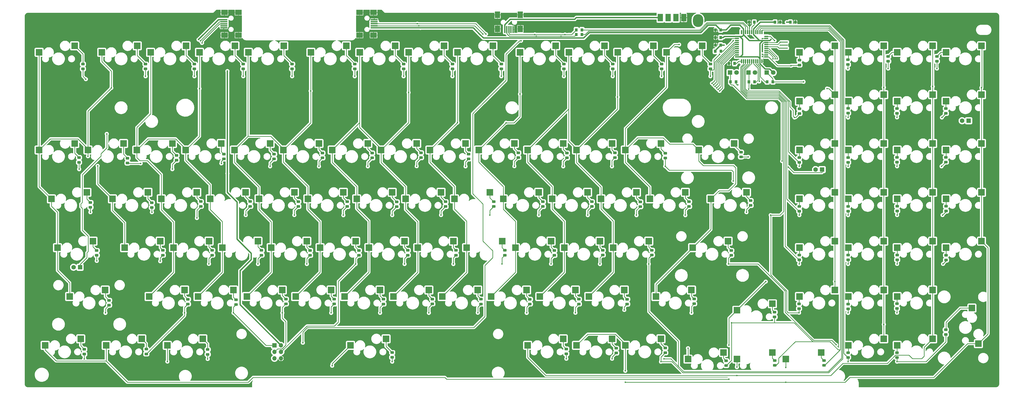
<source format=gbr>
G04 #@! TF.GenerationSoftware,KiCad,Pcbnew,(5.99.0-7511-ga134567838)*
G04 #@! TF.CreationDate,2021-01-29T23:07:12-08:00*
G04 #@! TF.ProjectId,gh80-1800,67683830-2d31-4383-9030-2e6b69636164,rev?*
G04 #@! TF.SameCoordinates,Original*
G04 #@! TF.FileFunction,Copper,L2,Bot*
G04 #@! TF.FilePolarity,Positive*
%FSLAX46Y46*%
G04 Gerber Fmt 4.6, Leading zero omitted, Abs format (unit mm)*
G04 Created by KiCad (PCBNEW (5.99.0-7511-ga134567838)) date 2021-01-29 23:07:12*
%MOMM*%
%LPD*%
G01*
G04 APERTURE LIST*
G04 Aperture macros list*
%AMRoundRect*
0 Rectangle with rounded corners*
0 $1 Rounding radius*
0 $2 $3 $4 $5 $6 $7 $8 $9 X,Y pos of 4 corners*
0 Add a 4 corners polygon primitive as box body*
4,1,4,$2,$3,$4,$5,$6,$7,$8,$9,$2,$3,0*
0 Add four circle primitives for the rounded corners*
1,1,$1+$1,$2,$3,0*
1,1,$1+$1,$4,$5,0*
1,1,$1+$1,$6,$7,0*
1,1,$1+$1,$8,$9,0*
0 Add four rect primitives between the rounded corners*
20,1,$1+$1,$2,$3,$4,$5,0*
20,1,$1+$1,$4,$5,$6,$7,0*
20,1,$1+$1,$6,$7,$8,$9,0*
20,1,$1+$1,$8,$9,$2,$3,0*%
G04 Aperture macros list end*
G04 #@! TA.AperFunction,ComponentPad*
%ADD10R,1.800000X1.800000*%
G04 #@! TD*
G04 #@! TA.AperFunction,ComponentPad*
%ADD11C,1.800000*%
G04 #@! TD*
G04 #@! TA.AperFunction,ComponentPad*
%ADD12R,1.700000X1.700000*%
G04 #@! TD*
G04 #@! TA.AperFunction,ComponentPad*
%ADD13O,1.700000X1.700000*%
G04 #@! TD*
G04 #@! TA.AperFunction,SMDPad,CuDef*
%ADD14R,2.550000X2.500000*%
G04 #@! TD*
G04 #@! TA.AperFunction,SMDPad,CuDef*
%ADD15R,2.500000X2.550000*%
G04 #@! TD*
G04 #@! TA.AperFunction,ComponentPad*
%ADD16R,2.000000X3.000000*%
G04 #@! TD*
G04 #@! TA.AperFunction,ComponentPad*
%ADD17R,1.778000X1.778000*%
G04 #@! TD*
G04 #@! TA.AperFunction,ComponentPad*
%ADD18C,1.778000*%
G04 #@! TD*
G04 #@! TA.AperFunction,SMDPad,CuDef*
%ADD19R,1.000000X1.250000*%
G04 #@! TD*
G04 #@! TA.AperFunction,SMDPad,CuDef*
%ADD20R,1.000000X1.300000*%
G04 #@! TD*
G04 #@! TA.AperFunction,SMDPad,CuDef*
%ADD21R,0.550000X1.500000*%
G04 #@! TD*
G04 #@! TA.AperFunction,SMDPad,CuDef*
%ADD22R,1.500000X0.550000*%
G04 #@! TD*
G04 #@! TA.AperFunction,SMDPad,CuDef*
%ADD23R,3.200000X0.400000*%
G04 #@! TD*
G04 #@! TA.AperFunction,SMDPad,CuDef*
%ADD24R,0.500000X2.750000*%
G04 #@! TD*
G04 #@! TA.AperFunction,SMDPad,CuDef*
%ADD25R,2.000000X2.500000*%
G04 #@! TD*
G04 #@! TA.AperFunction,SMDPad,CuDef*
%ADD26R,2.750000X0.500000*%
G04 #@! TD*
G04 #@! TA.AperFunction,SMDPad,CuDef*
%ADD27R,2.500000X2.000000*%
G04 #@! TD*
G04 #@! TA.AperFunction,SMDPad,CuDef*
%ADD28RoundRect,0.243750X0.456250X-0.243750X0.456250X0.243750X-0.456250X0.243750X-0.456250X-0.243750X0*%
G04 #@! TD*
G04 #@! TA.AperFunction,ComponentPad*
%ADD29O,4.000000X5.000000*%
G04 #@! TD*
G04 #@! TA.AperFunction,ViaPad*
%ADD30C,0.600000*%
G04 #@! TD*
G04 #@! TA.AperFunction,Conductor*
%ADD31C,0.250000*%
G04 #@! TD*
G04 #@! TA.AperFunction,Conductor*
%ADD32C,0.500000*%
G04 #@! TD*
G04 APERTURE END LIST*
D10*
X271383000Y-14882800D03*
D11*
X273923000Y-14882800D03*
D10*
X278527000Y-14882800D03*
D11*
X281067000Y-14882800D03*
D10*
X285671000Y-14882800D03*
D11*
X288211000Y-14882800D03*
D12*
X93730000Y-121285000D03*
D13*
X96270000Y-121285000D03*
X93730000Y-123825000D03*
X96270000Y-123825000D03*
X93730000Y-126365000D03*
X96270000Y-126365000D03*
D14*
X336530914Y-102235088D03*
X350380914Y-99695088D03*
X182940160Y-64135056D03*
X196790160Y-61595056D03*
X317480898Y-102235088D03*
X331330898Y-99695088D03*
X298430882Y-102235088D03*
X312280882Y-99695088D03*
X263902728Y-64135056D03*
X277752728Y-61595056D03*
X221040192Y-64135056D03*
X234890192Y-61595056D03*
X125790112Y-64135056D03*
X139640112Y-61595056D03*
X355580930Y-83185072D03*
X369430930Y-80645072D03*
X173415152Y-45085040D03*
X187265152Y-42545040D03*
X317480898Y-83185072D03*
X331330898Y-80645072D03*
X163890144Y-64135056D03*
X177740144Y-61595056D03*
X59115056Y-45085040D03*
X72965056Y-42545040D03*
X355580930Y-45085040D03*
X369430930Y-42545040D03*
X317480898Y-64135056D03*
X331330898Y-61595056D03*
X298430882Y-64135056D03*
X312280882Y-61595056D03*
X211515184Y-45085040D03*
X225365184Y-42545040D03*
X106740096Y-64135056D03*
X120590096Y-61595056D03*
X68640064Y-64135056D03*
X82490064Y-61595056D03*
X49590048Y-64135056D03*
X63440048Y-61595056D03*
X298430882Y-83185072D03*
X312280882Y-80645072D03*
X6727512Y-64135056D03*
X20577512Y-61595056D03*
X97215088Y-45085040D03*
X111065088Y-42545040D03*
X30540032Y-64135056D03*
X44390032Y-61595056D03*
X336530914Y-83185072D03*
X350380914Y-80645072D03*
X355580930Y-64135056D03*
X369430930Y-61595056D03*
X240090208Y-64135056D03*
X253940208Y-61595056D03*
X201990176Y-64135056D03*
X215840176Y-61595056D03*
X87690080Y-64135056D03*
X101540080Y-61595056D03*
X336530914Y-64135056D03*
X350380914Y-61595056D03*
X135315120Y-45085040D03*
X149165120Y-42545040D03*
X21015024Y-45085040D03*
X34865024Y-42545040D03*
X298430882Y-45085040D03*
X312280882Y-42545040D03*
X192465168Y-45085040D03*
X206315168Y-42545040D03*
X116265104Y-45085040D03*
X130115104Y-42545040D03*
X189488603Y-6985008D03*
X203338603Y-4445008D03*
X78165072Y-45085040D03*
X92015072Y-42545040D03*
X40065040Y-45085040D03*
X53915040Y-42545040D03*
X336530914Y-26035024D03*
X350380914Y-23495024D03*
X246638651Y-6985008D03*
X260488651Y-4445008D03*
X259140224Y-45085040D03*
X272990224Y-42545040D03*
X298430882Y-26035024D03*
X312280882Y-23495024D03*
X227588635Y-6985008D03*
X241438635Y-4445008D03*
X355580930Y-6985008D03*
X369430930Y-4445008D03*
X107930722Y-6985008D03*
X121780722Y-4445008D03*
X208538619Y-6985008D03*
X222388619Y-4445008D03*
X83522889Y-6985008D03*
X97372889Y-4445008D03*
X165080770Y-6985008D03*
X178930770Y-4445008D03*
X126980738Y-6985008D03*
X140830738Y-4445008D03*
X317480898Y-6985008D03*
X331330898Y-4445008D03*
X336530914Y-6985008D03*
X350380914Y-4445008D03*
X298430882Y-6985008D03*
X312280882Y-4445008D03*
X1965008Y-45085040D03*
X15815008Y-42545040D03*
X336530914Y-45085040D03*
X350380914Y-42545040D03*
X317480898Y-26035024D03*
X331330898Y-23495024D03*
X45422857Y-6985008D03*
X59272857Y-4445008D03*
X274023049Y-126642921D03*
X287873049Y-124102921D03*
X274023049Y-107592905D03*
X287873049Y-105052905D03*
X101977592Y-102235088D03*
X115827592Y-99695088D03*
X197218314Y-102231557D03*
X211068314Y-99691557D03*
X44827544Y-102235088D03*
X58677544Y-99695088D03*
X149602632Y-83185072D03*
X163452632Y-80645072D03*
X73402568Y-83185072D03*
X87252568Y-80645072D03*
X336530914Y-121285104D03*
X350380914Y-118745104D03*
D15*
X365680930Y-106740096D03*
X368220930Y-120590096D03*
D14*
X54352552Y-83185072D03*
X68202552Y-80645072D03*
X159127640Y-102235088D03*
X172977640Y-99695088D03*
X35302536Y-83185072D03*
X49152536Y-80645072D03*
X121027608Y-102235088D03*
X134877608Y-99695088D03*
X82927576Y-102235088D03*
X96777576Y-99695088D03*
X225802696Y-83185072D03*
X239652696Y-80645072D03*
X187702664Y-83185072D03*
X201552664Y-80645072D03*
X317480898Y-121285104D03*
X331330898Y-118745104D03*
X206752680Y-83185072D03*
X220602680Y-80645072D03*
X168652648Y-83185072D03*
X182502648Y-80645072D03*
X256758972Y-83185072D03*
X270608972Y-80645072D03*
X92452584Y-83185072D03*
X106302584Y-80645072D03*
X51938314Y-121281557D03*
X65788314Y-118741557D03*
X242471460Y-102235088D03*
X256321460Y-99695088D03*
X254973033Y-126642921D03*
X268823033Y-124102921D03*
X216277688Y-102235088D03*
X230127688Y-99695088D03*
X4318314Y-121281557D03*
X18168314Y-118741557D03*
X140077624Y-102235088D03*
X153927624Y-99695088D03*
X13871268Y-102235088D03*
X27721268Y-99695088D03*
X293073065Y-126642921D03*
X306923065Y-124102921D03*
X28118314Y-121281557D03*
X41968314Y-118741557D03*
X63877560Y-102235088D03*
X77727560Y-99695088D03*
X123368314Y-121281557D03*
X137218314Y-118741557D03*
X192468314Y-121285104D03*
X206318314Y-118745104D03*
X211515184Y-121285104D03*
X225365184Y-118745104D03*
X130552616Y-83185072D03*
X144402616Y-80645072D03*
X111502600Y-83185072D03*
X125352600Y-80645072D03*
X1965008Y-6985008D03*
X15815008Y-4445008D03*
X26372841Y-6985008D03*
X40222841Y-4445008D03*
X64472873Y-6985008D03*
X78322873Y-4445008D03*
X146030754Y-6985008D03*
X159880754Y-4445008D03*
X317480898Y-45085040D03*
X331330898Y-42545040D03*
X154365136Y-45085040D03*
X168215136Y-42545040D03*
X230565200Y-45085040D03*
X244415200Y-42545040D03*
X144840128Y-64135056D03*
X158690128Y-61595056D03*
X178177656Y-102235088D03*
X192027656Y-99695088D03*
X230565200Y-121285104D03*
X244415200Y-118745104D03*
D16*
X253350314Y6548443D03*
X250302314Y6548443D03*
X247254314Y6548443D03*
X244206314Y6548443D03*
D17*
X307260882Y-52705040D03*
D18*
X304720882Y-52705040D03*
D17*
X364410930Y-33655024D03*
D18*
X361870930Y-33655024D03*
D17*
X17938764Y-90805072D03*
D18*
X15398764Y-90805072D03*
D14*
X9108764Y-83185072D03*
X22958764Y-80645072D03*
X355580930Y-26035024D03*
X369430930Y-23495024D03*
D19*
X267700224Y-1190626D03*
X265700224Y-1190626D03*
X267700224Y-4167191D03*
X265700224Y-4167191D03*
X288917431Y4762504D03*
X290917431Y4762504D03*
D20*
X265600224Y-6548443D03*
X267800224Y-6548443D03*
X273158041Y-11310947D03*
X270958041Y-11310947D03*
D21*
X275797000Y937500D03*
X276597000Y937500D03*
X277397000Y937500D03*
X278197000Y937500D03*
X278997000Y937500D03*
X279797000Y937500D03*
X280597000Y937500D03*
X281397000Y937500D03*
X282197000Y937500D03*
X282997000Y937500D03*
X283797000Y937500D03*
D22*
X285497000Y-762500D03*
X285497000Y-1562500D03*
X285497000Y-2362500D03*
X285497000Y-3162500D03*
X285497000Y-3962500D03*
X285497000Y-4762500D03*
X285497000Y-5562500D03*
X285497000Y-6362500D03*
X285497000Y-7162500D03*
X285497000Y-7962500D03*
X285497000Y-8762500D03*
D21*
X283797000Y-10462500D03*
X282997000Y-10462500D03*
X282197000Y-10462500D03*
X281397000Y-10462500D03*
X280597000Y-10462500D03*
X279797000Y-10462500D03*
X278997000Y-10462500D03*
X278197000Y-10462500D03*
X277397000Y-10462500D03*
X276597000Y-10462500D03*
X275797000Y-10462500D03*
D22*
X274097000Y-8762500D03*
X274097000Y-7962500D03*
X274097000Y-7162500D03*
X274097000Y-6362500D03*
X274097000Y-5562500D03*
X274097000Y-4762500D03*
X274097000Y-3962500D03*
X274097000Y-3162500D03*
X274097000Y-2362500D03*
X274097000Y-1562500D03*
X274097000Y-762500D03*
D23*
X292298683Y-5367191D03*
X292298683Y-4167191D03*
X292298683Y-2967191D03*
D20*
X273753000Y-18454700D03*
X271553000Y-18454700D03*
X280897000Y-18454700D03*
X278697000Y-18454700D03*
X285841000Y-18454700D03*
X288041000Y-18454700D03*
D24*
X183542000Y1932500D03*
X184342000Y1932500D03*
X185152000Y1932500D03*
X185942000Y1932500D03*
X186742000Y1932500D03*
D25*
X180692000Y2182500D03*
X180692000Y7632500D03*
X189592000Y7632500D03*
X189592000Y2182500D03*
D26*
X132608000Y2567200D03*
X132608000Y3367200D03*
X132608000Y4177200D03*
X132608000Y4967200D03*
X132608000Y5767200D03*
D27*
X132358000Y-282800D03*
X132358000Y8617200D03*
X126908000Y-282800D03*
X126908000Y8617200D03*
D26*
X73965300Y5767200D03*
X73965300Y4967200D03*
X73965300Y4157200D03*
X73965300Y3367200D03*
X73965300Y2567200D03*
D27*
X74215300Y-282800D03*
X79665300Y-282800D03*
X79665300Y8617200D03*
X74215300Y8617200D03*
D28*
X188808314Y-48009057D03*
X188808314Y-46134057D03*
X298378314Y-68989057D03*
X298378314Y-67114057D03*
X317378314Y-68939057D03*
X317378314Y-67064057D03*
X179218314Y-67119057D03*
X179218314Y-65244057D03*
X112408314Y-48129057D03*
X112408314Y-46254057D03*
X141428314Y-67159057D03*
X141428314Y-65284057D03*
X103008314Y-67089057D03*
X103008314Y-65214057D03*
X64988314Y-67049057D03*
X64988314Y-65174057D03*
X246088314Y-48179057D03*
X246088314Y-46304057D03*
X21958314Y-67429057D03*
X21958314Y-65554057D03*
X150868314Y-48049057D03*
X150868314Y-46174057D03*
X226488314Y-48019057D03*
X226488314Y-46144057D03*
X255378314Y-67109057D03*
X255378314Y-65234057D03*
X336528314Y-68889057D03*
X336528314Y-67014057D03*
X217488314Y-67109057D03*
X217488314Y-65234057D03*
X160448314Y-67119057D03*
X160448314Y-65244057D03*
X122098314Y-67119057D03*
X122098314Y-65244057D03*
X317378314Y-87889057D03*
X317378314Y-86014057D03*
X336528314Y-87939057D03*
X336528314Y-86064057D03*
X298278314Y-106939057D03*
X298278314Y-105064057D03*
X279388314Y-66689057D03*
X279388314Y-64814057D03*
X84278314Y-67049057D03*
X84278314Y-65174057D03*
X45918314Y-67509057D03*
X45918314Y-65634057D03*
X355578314Y-87989057D03*
X355578314Y-86114057D03*
X298328314Y-87939057D03*
X298328314Y-86064057D03*
X236368314Y-67159057D03*
X236368314Y-65284057D03*
X198398314Y-67119057D03*
X198398314Y-65244057D03*
X155278314Y-105079057D03*
X155278314Y-103204057D03*
X117008314Y-105129057D03*
X117008314Y-103254057D03*
X78708314Y-105399057D03*
X78708314Y-103524057D03*
X317378314Y-125989057D03*
X317378314Y-124114057D03*
X271828314Y-86169057D03*
X271828314Y-84294057D03*
X317378314Y-107089057D03*
X317378314Y-105214057D03*
X145698314Y-86099057D03*
X145698314Y-84224057D03*
X221708314Y-86029057D03*
X221708314Y-84154057D03*
X107628314Y-86129057D03*
X107628314Y-84254057D03*
X24418314Y-86169057D03*
X24418314Y-84294057D03*
X69448314Y-86099057D03*
X69448314Y-84224057D03*
X336478314Y-106889057D03*
X336478314Y-105014057D03*
X183548314Y-86099057D03*
X183548314Y-84224057D03*
X308028314Y-129079057D03*
X308028314Y-127204057D03*
X288748314Y-110199057D03*
X288748314Y-108324057D03*
X193318314Y-105169057D03*
X193318314Y-103294057D03*
X288798314Y-129089057D03*
X288798314Y-127214057D03*
X333028314Y-10462508D03*
X333028314Y-8587508D03*
X73958314Y-48579057D03*
X73958314Y-46704057D03*
X36428314Y-50149057D03*
X36428314Y-48274057D03*
X355528314Y-49789057D03*
X355528314Y-47914057D03*
X317428314Y-49889057D03*
X317428314Y-48014057D03*
X298328314Y-49939057D03*
X298328314Y-48064057D03*
X336478314Y-30739057D03*
X336478314Y-28864057D03*
X275628314Y-47779057D03*
X275628314Y-45904057D03*
X225623627Y-13439073D03*
X225623627Y-11564073D03*
X17518314Y-49889057D03*
X17518314Y-48014057D03*
X298428314Y-11939057D03*
X298428314Y-10064057D03*
X317378314Y-30689057D03*
X317378314Y-28814057D03*
X355528314Y-30789057D03*
X355528314Y-28914057D03*
X317328314Y-11739057D03*
X317328314Y-9864057D03*
X207768314Y-48139057D03*
X207768314Y-46264057D03*
X169408314Y-48549057D03*
X169408314Y-46674057D03*
X298428314Y-30889057D03*
X298428314Y-29014057D03*
X336478314Y-49839057D03*
X336478314Y-47964057D03*
X352028314Y-10462508D03*
X352028314Y-8587508D03*
X131828314Y-48129057D03*
X131828314Y-46254057D03*
X93588314Y-48539057D03*
X93588314Y-46664057D03*
X182165778Y-13439073D03*
X182165778Y-11564073D03*
X244673643Y-13439073D03*
X244673643Y-11564073D03*
X206573611Y-13439073D03*
X206573611Y-11564073D03*
X263723659Y-13439073D03*
X263723659Y-11564073D03*
X136218314Y-105149057D03*
X136218314Y-103274057D03*
X207528314Y-124569057D03*
X207528314Y-122694057D03*
X67678314Y-124789057D03*
X67678314Y-122914057D03*
X98168314Y-105099057D03*
X98168314Y-103224057D03*
X59978314Y-105169057D03*
X59978314Y-103294057D03*
X29238314Y-105609057D03*
X29238314Y-103734057D03*
X164508314Y-86099057D03*
X164508314Y-84224057D03*
X126628314Y-86109057D03*
X126628314Y-84234057D03*
X88668314Y-86099057D03*
X88668314Y-84224057D03*
X50218314Y-86099057D03*
X50218314Y-84224057D03*
X355478314Y-117039057D03*
X355478314Y-115164057D03*
X240898314Y-86039057D03*
X240898314Y-84164057D03*
X202878314Y-86129057D03*
X202878314Y-84254057D03*
X336478314Y-125989057D03*
X336478314Y-124114057D03*
X43748314Y-124629057D03*
X43748314Y-122754057D03*
X139628314Y-125969057D03*
X139628314Y-124094057D03*
X257348314Y-105059057D03*
X257348314Y-103184057D03*
X212408314Y-105149057D03*
X212408314Y-103274057D03*
X174268314Y-105149057D03*
X174268314Y-103274057D03*
X246098314Y-124179057D03*
X246098314Y-122304057D03*
X269868314Y-129159057D03*
X269868314Y-127284057D03*
X226968314Y-124269057D03*
X226968314Y-122394057D03*
X19568314Y-124659057D03*
X19568314Y-122784057D03*
X231248314Y-105179057D03*
X231248314Y-103304057D03*
D19*
X267700224Y1785939D03*
X265700224Y1785939D03*
D28*
X19050016Y-13439073D03*
X19050016Y-11564073D03*
X43457849Y-13439073D03*
X43457849Y-11564073D03*
X62507865Y-13439073D03*
X62507865Y-11564073D03*
X81557881Y-13439073D03*
X81557881Y-11564073D03*
X100607897Y-13439073D03*
X100607897Y-11564073D03*
X125015730Y-13439073D03*
X125015730Y-11564073D03*
X144065746Y-13439073D03*
X144065746Y-11564073D03*
X163115762Y-13439073D03*
X163115762Y-11564073D03*
D20*
X211426741Y0D03*
X213626741Y0D03*
X211426741Y1785939D03*
X213626741Y1785939D03*
D28*
X55548314Y-49049057D03*
X55548314Y-47174057D03*
D19*
X280797110Y4762504D03*
X278797110Y4762504D03*
X294870561Y4762504D03*
X296870561Y4762504D03*
D29*
X258898635Y5357817D03*
D28*
X355578314Y-68889057D03*
X355578314Y-67014057D03*
D30*
X272653354Y-9525008D03*
X278998314Y-671557D03*
X270798314Y-1781557D03*
X291108057Y-1785939D03*
X135731364Y7739069D03*
X107156340Y-122634478D03*
X177998587Y2976565D03*
X283964301Y-4167191D03*
X64128314Y-2001557D03*
X287391894Y-1930225D03*
X75378314Y-14287512D03*
X75378314Y-54201557D03*
X269081476Y-4167191D03*
X293489309Y4762504D03*
X150614189Y2567200D03*
X276225232Y-4762504D03*
X80370830Y-92144073D03*
X203597046Y-1425001D03*
X272653354Y-2410940D03*
X189878314Y-2451557D03*
X104775088Y-120253226D03*
X283964301Y-1612500D03*
X288131492Y-9525008D03*
X309178314Y-21101557D03*
X270928314Y-121201557D03*
X285278314Y-96401557D03*
X270928314Y-134451557D03*
X312278314Y-96351557D03*
X264914285Y-19645329D03*
X64478314Y-21151557D03*
X265509598Y-20240642D03*
X107828314Y-22051557D03*
X146028314Y-22651557D03*
X266104911Y-20835955D03*
X165078314Y-34371862D03*
X189478314Y-23251557D03*
X184028314Y-34451557D03*
X266700224Y-21431268D03*
X267295537Y-22026581D03*
X227528314Y-24451557D03*
X283964301Y-7739069D03*
X251528314Y-3951557D03*
X51978314Y-127591557D03*
X116228314Y-129201557D03*
X331328314Y-113109470D03*
X288931495Y-9525008D03*
X254978314Y-122401557D03*
X331328314Y-20651557D03*
X289731498Y-9525008D03*
X274023049Y-129756822D03*
X350378314Y-20298957D03*
X274028314Y-133001557D03*
X134894783Y-108585088D03*
X27828314Y-108601557D03*
X256328314Y-108601557D03*
X211078314Y-108551557D03*
X58678314Y-108585088D03*
X96778314Y-108601557D03*
X244428314Y-127651557D03*
X173028314Y-108551557D03*
X139618314Y-127631557D03*
X67668314Y-126591557D03*
X49178314Y-88451557D03*
X207538314Y-126501557D03*
X245636860Y-126510103D03*
X163478314Y-89551557D03*
X201578314Y-89501557D03*
X125378314Y-89551557D03*
X87294799Y-89535072D03*
X239678314Y-89551557D03*
X225378314Y-126501557D03*
X19568314Y-126611557D03*
X77728314Y-108601557D03*
X192078314Y-108601557D03*
X271928314Y-112501557D03*
X115828314Y-108601557D03*
X153928314Y-108601557D03*
X230128314Y-107451557D03*
X264318972Y-19050016D03*
X21028314Y-47514847D03*
X30122841Y-20835955D03*
X24765024Y-51251557D03*
X352028314Y-13301557D03*
X295178314Y-12201557D03*
X283961898Y-8545273D03*
X100607897Y-16311573D03*
X20175017Y-17436574D03*
X182165778Y-16311573D03*
X267295537Y-7739069D03*
X317328314Y-13351557D03*
X225623627Y-16311573D03*
X144068298Y-16311573D03*
X263723659Y-16311573D03*
X333028314Y-13301557D03*
X62507865Y-16311573D03*
X158678314Y-70451557D03*
X317378314Y-108601557D03*
X277778314Y-69351557D03*
X45938314Y-69351557D03*
X287194815Y-70485056D03*
X298278314Y-108551557D03*
X82528314Y-70451557D03*
X336478314Y-108551557D03*
X234878314Y-70501557D03*
X120578314Y-70501557D03*
X196828314Y-70501557D03*
X274439293Y-19645329D03*
X282742010Y-18344692D03*
X65484430Y-3295441D03*
X149423563Y4177200D03*
X195262664Y0D03*
X176212648Y154687D03*
X207034321Y-29442D03*
X175022022Y154687D03*
X205504879Y-675000D03*
X64889117Y-2483983D03*
X150018876Y3367200D03*
X195863706Y-675000D03*
X317394799Y-89535072D03*
X336528314Y-89501557D03*
X101478314Y-70451557D03*
X21968314Y-69361557D03*
X354428314Y-89501557D03*
X177744815Y-70485056D03*
X215894815Y-70485056D03*
X253928314Y-70501557D03*
X298328314Y-89551557D03*
X63478314Y-71601557D03*
X139644815Y-70485056D03*
X244673643Y-16306228D03*
X353978314Y-32385024D03*
X43468298Y-16311573D03*
X296494847Y-32385024D03*
X336478314Y-32351557D03*
X278488314Y-47751557D03*
X163115762Y-16311573D03*
X317378314Y-32401557D03*
X81568298Y-16311573D03*
X206573611Y-16311573D03*
X125018298Y-16311573D03*
X298328314Y-51435040D03*
X17578314Y-52551557D03*
X206328314Y-51451557D03*
X336494831Y-51435040D03*
X353828314Y-51435040D03*
X92028314Y-51451557D03*
X130128314Y-51451557D03*
X317428314Y-51401557D03*
X168228314Y-51451557D03*
X53928314Y-52551557D03*
X73019832Y-50310039D03*
X354228314Y-70451557D03*
X111078314Y-51451557D03*
X317394815Y-70485056D03*
X272653354Y-57150048D03*
X149178314Y-51401557D03*
X225328314Y-51451557D03*
X187278314Y-51401557D03*
X298394815Y-70485056D03*
X41536796Y-50310039D03*
X336528314Y-70451557D03*
X246088314Y-51421557D03*
X230528314Y-131201557D03*
X288726805Y-2381252D03*
X293078314Y-135701557D03*
X293078314Y-129951557D03*
X369378314Y-20801557D03*
X230528314Y-135701557D03*
X312728314Y-121051557D03*
X220628314Y-89551557D03*
X24438314Y-88341557D03*
X106344799Y-89535072D03*
X68178314Y-89501557D03*
X144444799Y-89535072D03*
X336478314Y-127635104D03*
X317394767Y-127635104D03*
X270728314Y-89501557D03*
X182478314Y-89551557D03*
X294114309Y-51792231D03*
X291673683Y-49410979D03*
X28318314Y-38801557D03*
X278606484Y-21401581D03*
X300037752Y-18454703D03*
D31*
X278997000Y937500D02*
X278998314Y936186D01*
X278998314Y936186D02*
X278998314Y-671557D01*
X272653354Y-8490030D02*
X273180884Y-7962500D01*
X278997000Y937500D02*
X278997000Y4562614D01*
X285497000Y-3162500D02*
X289731496Y-3162500D01*
X289731496Y-3162500D02*
X291108057Y-1785939D01*
X283964301Y-3695199D02*
X283964301Y-4167191D01*
X274097000Y-1562500D02*
X271017371Y-1562500D01*
X271017371Y-1562500D02*
X270798314Y-1781557D01*
X273180884Y-7962500D02*
X274097000Y-7962500D01*
X285497000Y-3162500D02*
X284497000Y-3162500D01*
X132358000Y8617200D02*
X134853233Y8617200D01*
X134853233Y8617200D02*
X135731364Y7739069D01*
X278997000Y4562614D02*
X278797110Y4762504D01*
X272653354Y-9525008D02*
X272653354Y-8490030D01*
X178792652Y2182500D02*
X177998587Y2976565D01*
X284497000Y-3162500D02*
X283964301Y-3695199D01*
X180692000Y2182500D02*
X178792652Y2182500D01*
D32*
X211420258Y6548443D02*
X220456314Y6548443D01*
X272847000Y-762500D02*
X274097000Y-762500D01*
X134483000Y2567200D02*
X150614189Y2567200D01*
X75378314Y-61604927D02*
X75378314Y-54201557D01*
X275132002Y-762500D02*
X276225232Y-1855730D01*
X219718314Y6548443D02*
X221218314Y6548443D01*
X282861998Y-2362500D02*
X284247000Y-2362500D01*
X280597000Y937500D02*
X280597000Y-97502D01*
X275347000Y-8762500D02*
X274097000Y-8762500D01*
X280597000Y-97502D02*
X282861998Y-2362500D01*
X80370830Y-92144073D02*
X80370830Y-105415828D01*
X96240002Y-121285000D02*
X96270000Y-121285000D01*
X276597000Y2187500D02*
X276597000Y937500D01*
X171264196Y2567200D02*
X173831396Y0D01*
X278861998Y-2362500D02*
X284247000Y-2362500D01*
X221218314Y6548443D02*
X244206314Y6548443D01*
X286959619Y-2362500D02*
X287391894Y-1930225D01*
X262792003Y3571878D02*
X265914285Y3571878D01*
X150614189Y2567200D02*
X171264196Y2567200D01*
X185666999Y5932499D02*
X210804314Y5932499D01*
X276597000Y937500D02*
X276597000Y-97502D01*
X283172004Y4762504D02*
X287917431Y4762504D01*
X187523595Y-1425001D02*
X175256397Y-1425001D01*
X282997000Y-10462500D02*
X282997000Y-11449314D01*
X71897071Y5767200D02*
X73965300Y5767200D01*
X214312680Y-1408499D02*
X216482098Y760919D01*
X274097000Y-762500D02*
X275132002Y-762500D01*
X276147000Y-762500D02*
X276597000Y-312500D01*
X185666999Y5932499D02*
X183542000Y3807500D01*
X294870561Y4762504D02*
X293489309Y4762504D01*
X285497000Y-2362500D02*
X286959619Y-2362500D01*
X282997000Y-10462500D02*
X282997000Y-3612500D01*
X282997000Y-9427498D02*
X282332002Y-8762500D01*
X287311001Y-13982801D02*
X288211000Y-14882800D01*
X79176629Y-65403242D02*
X75378314Y-61604927D01*
X269081476Y-4167191D02*
X267700224Y-4167191D01*
X276225232Y-1855730D02*
X276225232Y-4338240D01*
X259981044Y760919D02*
X262792003Y3571878D01*
X276597000Y-312500D02*
X276597000Y937500D01*
X265600224Y-6267191D02*
X267700224Y-4167191D01*
X275347000Y-8762500D02*
X276225232Y-7884268D01*
X276225232Y-7884268D02*
X276225232Y-4762504D01*
X265600224Y-6548443D02*
X265600224Y-6267191D01*
X271581476Y3571878D02*
X273248667Y3571878D01*
X282997000Y-11449314D02*
X285080485Y-13532799D01*
X84678314Y-85351557D02*
X84678314Y-87836589D01*
X132608000Y2567200D02*
X134483000Y2567200D01*
X216482098Y760919D02*
X259981044Y760919D01*
X79176629Y-79849872D02*
X79176629Y-65403242D01*
X266104911Y3381252D02*
X267700224Y1785939D01*
X274097000Y-762500D02*
X276147000Y-762500D01*
X276225232Y-4338240D02*
X276225232Y-4762504D01*
X284247000Y-2362500D02*
X285497000Y-2362500D01*
X285080485Y-13532799D02*
X286860999Y-13532799D01*
X203597046Y-1425001D02*
X214312680Y-1425001D01*
X282332002Y-8762500D02*
X275347000Y-8762500D01*
X269128350Y-762500D02*
X272847000Y-762500D01*
X282997000Y-10462500D02*
X282997000Y-9427498D01*
X265914285Y3571878D02*
X266104911Y3381252D01*
X267700224Y1785939D02*
X269795537Y1785939D01*
X64128314Y-2001557D02*
X71897071Y5767200D01*
X273248667Y3571878D02*
X275212622Y3571878D01*
X84678314Y-87836589D02*
X80370830Y-92144073D01*
X286860999Y-13532799D02*
X287311001Y-13982801D01*
X214312680Y-1425001D02*
X214312680Y-1408499D01*
X175256397Y-1425001D02*
X173831396Y0D01*
X210804314Y5932499D02*
X211420258Y6548443D01*
X267700224Y-1190626D02*
X268700224Y-1190626D01*
X183542000Y3807500D02*
X183542000Y1932500D01*
X287917431Y4762504D02*
X288917431Y4762504D01*
X75378314Y-54201557D02*
X75378314Y-14287512D01*
X84678314Y-85351557D02*
X79176629Y-79849872D01*
X187523595Y-1425001D02*
X203597046Y-1425001D01*
X275212622Y3571878D02*
X276597000Y2187500D01*
X276597000Y-97502D02*
X278861998Y-2362500D01*
X80370830Y-105415828D02*
X96240002Y-121285000D01*
X282997000Y-3612500D02*
X284247000Y-2362500D01*
X280597000Y2187500D02*
X283172004Y4762504D01*
X280597000Y937500D02*
X280597000Y2187500D01*
X268700224Y-1190626D02*
X269128350Y-762500D01*
X269795537Y1785939D02*
X271581476Y3571878D01*
D31*
X106561027Y-114300096D02*
X171479775Y-114300096D01*
X183978314Y-17901557D02*
X183978314Y-7751557D01*
X175758314Y-90121557D02*
X178778314Y-87101557D01*
X175022022Y-66145265D02*
X170978314Y-62101557D01*
X175022022Y-80645265D02*
X175022022Y-66145265D01*
X104775088Y-116086035D02*
X106561027Y-114300096D01*
X171479775Y-114300096D02*
X175758314Y-110021557D01*
X189278314Y-2451557D02*
X189878314Y-2451557D01*
X183978314Y-7751557D02*
X189278314Y-2451557D01*
X268515851Y-6548443D02*
X268550224Y-6514070D01*
X178778314Y-84401557D02*
X175022022Y-80645265D01*
X178778314Y-87101557D02*
X178778314Y-84401557D01*
X175178314Y-26701557D02*
X183978314Y-17901557D01*
X170978314Y-30901557D02*
X175278314Y-26601557D01*
X267800224Y-6548443D02*
X268515851Y-6548443D01*
X104775088Y-120253226D02*
X104775088Y-116086035D01*
X272653354Y-2410940D02*
X268550224Y-6514070D01*
X285497000Y-1562500D02*
X284014301Y-1562500D01*
X175758314Y-110021557D02*
X175758314Y-90121557D01*
X284014301Y-1562500D02*
X283964301Y-1612500D01*
X170978314Y-62101557D02*
X170978314Y-30901557D01*
X288131492Y-8796992D02*
X288131492Y-9525008D01*
X270928314Y-110687640D02*
X270928314Y-121201557D01*
X28118314Y-127371557D02*
X36421758Y-135675001D01*
X28118314Y-127371557D02*
X8607980Y-127371557D01*
X309887415Y-21101557D02*
X312280882Y-23495024D01*
X285497000Y-7162500D02*
X286497000Y-7162500D01*
X274023049Y-107592905D02*
X270928314Y-110687640D01*
X83484870Y-135675001D02*
X85372881Y-133786990D01*
X28118314Y-127371557D02*
X28118314Y-121281557D01*
X286497000Y-7162500D02*
X288131492Y-8796992D01*
X8607980Y-127371557D02*
X4318314Y-123081891D01*
X36421758Y-135675001D02*
X83484870Y-135675001D01*
X312278314Y-96351557D02*
X312278314Y-99721271D01*
X160878314Y-134451557D02*
X270928314Y-134451557D01*
X312278314Y-46851557D02*
X312278314Y-96351557D01*
X4318314Y-123081891D02*
X4318314Y-121281557D01*
X285264397Y-96351557D02*
X274023049Y-107592905D01*
X160213747Y-133786990D02*
X160878314Y-134451557D01*
X285278314Y-96351557D02*
X285264397Y-96351557D01*
X312278314Y-4451557D02*
X312278314Y-46831923D01*
X309178314Y-21101557D02*
X309887415Y-21101557D01*
X85372881Y-133786990D02*
X160213747Y-133786990D01*
X59115056Y-45085040D02*
X59115056Y-44635054D01*
X41228314Y-49221557D02*
X44201557Y-49221557D01*
X54352552Y-92710080D02*
X44827544Y-102235088D01*
X59115056Y-44635054D02*
X55200041Y-40720039D01*
X68648314Y-64143306D02*
X68648314Y-68271557D01*
X49590048Y-64135056D02*
X49598314Y-64143322D01*
X59115056Y-45085040D02*
X59108314Y-45091782D01*
X73402568Y-92710080D02*
X63877560Y-102235088D01*
X54352552Y-83185072D02*
X54352552Y-92710080D01*
X68640064Y-64135056D02*
X68648314Y-64143306D01*
X40065040Y-36265858D02*
X40065040Y-45085040D01*
X59108314Y-49101557D02*
X68640064Y-58633307D01*
X40065040Y-48058283D02*
X40065040Y-45085040D01*
X266104911Y-18454703D02*
X264914285Y-19645329D01*
X64478314Y-39721782D02*
X59115056Y-45085040D01*
X59108314Y-45091782D02*
X59108314Y-49101557D01*
X64478314Y-6951557D02*
X64478314Y-21151557D01*
X68648314Y-68271557D02*
X73402568Y-73025811D01*
X49590048Y-54610048D02*
X49590048Y-64135056D01*
X54352552Y-73145795D02*
X54352552Y-83185072D01*
X44430041Y-40720039D02*
X40065040Y-45085040D01*
X64478314Y-21151557D02*
X64478314Y-39721782D01*
X266104911Y-10954589D02*
X266104911Y-18454703D01*
X45428314Y-11105212D02*
X45428314Y-30902584D01*
X68640064Y-58633307D02*
X68640064Y-64135056D01*
X55200041Y-40720039D02*
X44430041Y-40720039D01*
X45422857Y-11099755D02*
X45428314Y-11105212D01*
X49598314Y-64143322D02*
X49598314Y-68391557D01*
X41228314Y-49221557D02*
X40065040Y-48058283D01*
X273097000Y-3962500D02*
X266104911Y-10954589D01*
X45428314Y-30902584D02*
X40065040Y-36265858D01*
X73402568Y-83185072D02*
X73402568Y-92710080D01*
X73402568Y-73025811D02*
X73402568Y-83185072D01*
X49598314Y-68391557D02*
X54352552Y-73145795D01*
X44201557Y-49221557D02*
X49590048Y-54610048D01*
X45422857Y-6985008D02*
X45422857Y-11099755D01*
X274097000Y-3962500D02*
X273097000Y-3962500D01*
X111502600Y-92710080D02*
X101977592Y-102235088D01*
X97218314Y-45088266D02*
X97218314Y-49811557D01*
X78158314Y-49941557D02*
X87690080Y-59473323D01*
X274097000Y-4762500D02*
X273097000Y-4762500D01*
X87698314Y-64143290D02*
X87698314Y-68311557D01*
X266700224Y-11159276D02*
X266700224Y-19050016D01*
X107828314Y-34471814D02*
X97215088Y-45085040D01*
X111502600Y-72965843D02*
X111502600Y-83185072D01*
X78165072Y-44990465D02*
X78165072Y-45085040D01*
X87698314Y-68311557D02*
X92452584Y-73065827D01*
X97215088Y-44635054D02*
X92307257Y-39727223D01*
X92452584Y-92710080D02*
X82927576Y-102235088D01*
X92452584Y-73065827D02*
X92452584Y-83185072D01*
X78165072Y-45085040D02*
X78158314Y-45091798D01*
X111502600Y-83185072D02*
X111502600Y-92710080D01*
X106740096Y-64135056D02*
X106748314Y-64143274D01*
X87690080Y-64135056D02*
X87698314Y-64143290D01*
X106748314Y-68211557D02*
X111502600Y-72965843D01*
X92452584Y-83185072D02*
X92452584Y-92710080D01*
X106740096Y-59333339D02*
X106740096Y-64135056D01*
X97215088Y-45085040D02*
X97215088Y-44635054D01*
X106748314Y-64143274D02*
X106748314Y-68211557D01*
X87690080Y-59473323D02*
X87690080Y-64135056D01*
X83428314Y-6985008D02*
X83428314Y-39727223D01*
X92307257Y-39727223D02*
X83428314Y-39727223D01*
X97218314Y-49811557D02*
X106740096Y-59333339D01*
X107828314Y-6985008D02*
X107828314Y-22026581D01*
X78158314Y-45091798D02*
X78158314Y-49941557D01*
X107828314Y-22051557D02*
X107828314Y-34471814D01*
X273097000Y-4762500D02*
X266700224Y-11159276D01*
X266700224Y-19050016D02*
X265509598Y-20240642D01*
X83428314Y-39727223D02*
X78165072Y-44990465D01*
X97215088Y-45085040D02*
X97218314Y-45088266D01*
X130552616Y-72735859D02*
X130552616Y-83185072D01*
X116268314Y-49861557D02*
X125790112Y-59383355D01*
X135315120Y-44635054D02*
X126928314Y-36248248D01*
X125798314Y-67981557D02*
X130552616Y-72735859D01*
X149602632Y-92710080D02*
X140077624Y-102235088D01*
X135308314Y-45091846D02*
X135308314Y-49861557D01*
X267295537Y-19645329D02*
X266104911Y-20835955D01*
X146028314Y-6985008D02*
X146028314Y-34371846D01*
X149602632Y-83185072D02*
X149602632Y-92710080D01*
X130552616Y-83185072D02*
X130552616Y-92710080D01*
X125790112Y-59383355D02*
X125790112Y-64135056D01*
X144838314Y-64136870D02*
X144838314Y-68321557D01*
X267295537Y-11363963D02*
X267295537Y-19645329D01*
X144840128Y-59393371D02*
X144840128Y-64135056D01*
X135315120Y-45085040D02*
X135315120Y-44635054D01*
X144840128Y-64135056D02*
X144838314Y-64136870D01*
X146028314Y-34371846D02*
X135315120Y-45085040D01*
X273097000Y-5562500D02*
X267295537Y-11363963D01*
X116268314Y-45088250D02*
X116268314Y-49861557D01*
X126928314Y-34421830D02*
X116265104Y-45085040D01*
X116265104Y-45085040D02*
X116268314Y-45088250D01*
X125790112Y-64135056D02*
X125798314Y-64143258D01*
X126928314Y-6985008D02*
X126928314Y-34421830D01*
X125798314Y-64143258D02*
X125798314Y-67981557D01*
X126928314Y-36248248D02*
X126928314Y-34421830D01*
X135315120Y-45085040D02*
X135308314Y-45091846D01*
X130552616Y-92710080D02*
X121027608Y-102235088D01*
X135308314Y-49861557D02*
X144840128Y-59393371D01*
X274097000Y-5562500D02*
X273097000Y-5562500D01*
X144838314Y-68321557D02*
X149602632Y-73085875D01*
X149602632Y-73085875D02*
X149602632Y-83185072D01*
X182940160Y-59373403D02*
X182940160Y-64135056D01*
X187702664Y-83185072D02*
X187702664Y-92710080D01*
X189478314Y-6985008D02*
X189478314Y-23217207D01*
X168652648Y-83185072D02*
X168652648Y-92710080D01*
X165078314Y-6985008D02*
X165078314Y-34371862D01*
X187702664Y-72955907D02*
X187702664Y-83185072D01*
X173415152Y-45085040D02*
X173418314Y-45088202D01*
X173418314Y-45088202D02*
X173418314Y-49851557D01*
X163888314Y-68111557D02*
X168652648Y-72875891D01*
X154365136Y-45085040D02*
X154368314Y-45088218D01*
X154368314Y-45088218D02*
X154368314Y-49851557D01*
X187128314Y-34451557D02*
X184048635Y-34451557D01*
X267890850Y-20240642D02*
X266700224Y-21431268D01*
X168652648Y-92710080D02*
X159127640Y-102235088D01*
X163890144Y-59373387D02*
X163890144Y-64135056D01*
X182938314Y-64136902D02*
X182938314Y-68191557D01*
X154368314Y-49851557D02*
X163890144Y-59373387D01*
X184048635Y-34451557D02*
X173415152Y-45085040D01*
X165078314Y-34371862D02*
X154365136Y-45085040D01*
X173418314Y-49851557D02*
X182940160Y-59373403D01*
X168652648Y-72875891D02*
X168652648Y-83185072D01*
X189478314Y-32101557D02*
X187128314Y-34451557D01*
X182938314Y-68191557D02*
X187702664Y-72955907D01*
X187702664Y-92710080D02*
X178177656Y-102235088D01*
X273097000Y-6362500D02*
X267890850Y-11568650D01*
X274097000Y-6362500D02*
X273097000Y-6362500D01*
X163890144Y-64135056D02*
X163888314Y-64136886D01*
X267890850Y-11568650D02*
X267890850Y-20240642D01*
X163888314Y-64136886D02*
X163888314Y-68111557D01*
X182940160Y-64135056D02*
X182938314Y-64136902D01*
X189478314Y-23251557D02*
X189478314Y-32101557D01*
X273097000Y-7162500D02*
X268486163Y-11773337D01*
X221040192Y-59513435D02*
X221040192Y-64135056D01*
X192468314Y-49841557D02*
X201990176Y-59363419D01*
X268486163Y-20835955D02*
X267295537Y-22026581D01*
X201998314Y-64143194D02*
X201998314Y-68141557D01*
X274097000Y-7162500D02*
X273097000Y-7162500D01*
X208478314Y-29071894D02*
X192465168Y-45085040D01*
X192465168Y-45085040D02*
X192468314Y-45088186D01*
X221040192Y-64135056D02*
X221028314Y-64146934D01*
X206752680Y-72895923D02*
X206752680Y-83185072D01*
X227528314Y-24451557D02*
X227528314Y-29071910D01*
X201990176Y-64135056D02*
X201998314Y-64143194D01*
X201998314Y-68141557D02*
X206752680Y-72895923D01*
X227528314Y-29071910D02*
X211515184Y-45085040D01*
X221028314Y-64146934D02*
X221028314Y-68031557D01*
X192468314Y-45088186D02*
X192468314Y-49841557D01*
X211515184Y-44635054D02*
X208478314Y-41598184D01*
X227528314Y-6985008D02*
X227528314Y-24407833D01*
X211518314Y-45088170D02*
X211518314Y-49991557D01*
X225802696Y-83185072D02*
X225802696Y-92710080D01*
X201990176Y-59363419D02*
X201990176Y-64135056D01*
X268486163Y-11773337D02*
X268486163Y-20835955D01*
X225802696Y-72805939D02*
X225802696Y-83185072D01*
X206752680Y-92710080D02*
X197227672Y-102235088D01*
X206752680Y-83185072D02*
X206752680Y-92710080D01*
X221028314Y-68031557D02*
X225802696Y-72805939D01*
X208478314Y-6985008D02*
X208478314Y-29071894D01*
X208478314Y-41598184D02*
X208478314Y-29071894D01*
X211515184Y-45085040D02*
X211518314Y-45088170D01*
X225802696Y-92710080D02*
X216277688Y-102235088D01*
X211518314Y-49991557D02*
X221040192Y-59513435D01*
X211515184Y-45085040D02*
X211515184Y-44635054D01*
X284187732Y-7962500D02*
X283964301Y-7739069D01*
X259138314Y-49371557D02*
X260968314Y-51201557D01*
X246578314Y-20597833D02*
X246578314Y-6985008D01*
X256866741Y-42811557D02*
X247791719Y-42811557D01*
X230565200Y-45085040D02*
X230565200Y-36610947D01*
X259140224Y-45085040D02*
X259138314Y-45086950D01*
X247791719Y-42811557D02*
X245281719Y-40301557D01*
X285497000Y-7962500D02*
X284187732Y-7962500D01*
X273558231Y-52031474D02*
X273558231Y-58229553D01*
X240090208Y-59443451D02*
X240090208Y-64135056D01*
X263902728Y-76041316D02*
X256758972Y-83185072D01*
X259138314Y-45086950D02*
X259138314Y-49371557D01*
X251528314Y-3951557D02*
X249672102Y-3951557D01*
X272728314Y-51201557D02*
X273558231Y-52031474D01*
X230565200Y-45085040D02*
X230568314Y-45088154D01*
X263902728Y-64135056D02*
X263902728Y-76041316D01*
X230568314Y-45088154D02*
X230568314Y-49921557D01*
X256758972Y-83185072D02*
X242471460Y-97472584D01*
X230568314Y-49921557D02*
X240090208Y-59443451D01*
X245281719Y-40301557D02*
X235348683Y-40301557D01*
X260968314Y-51201557D02*
X272728314Y-51201557D01*
X242471460Y-97472584D02*
X242471460Y-102235088D01*
X267086227Y-60951557D02*
X263902728Y-64135056D01*
X235348683Y-40301557D02*
X230565200Y-45085040D01*
X230565200Y-36610947D02*
X246578314Y-20597833D01*
X249672102Y-3951557D02*
X246638651Y-6985008D01*
X270836227Y-60951557D02*
X267086227Y-60951557D01*
X273558231Y-58229553D02*
X270836227Y-60951557D01*
X259140224Y-45085040D02*
X256866741Y-42811557D01*
X331328314Y-86617046D02*
X331328314Y-113109470D01*
X331328314Y-4451557D02*
X331328314Y-20651557D01*
X286497000Y-6362500D02*
X288931495Y-8796995D01*
X123368314Y-121281557D02*
X116228314Y-128421557D01*
X51978314Y-121321557D02*
X51938314Y-121281557D01*
X254978314Y-126637640D02*
X254978314Y-122401557D01*
X288931495Y-8796995D02*
X288931495Y-9525008D01*
X331328314Y-20651557D02*
X331328314Y-86623595D01*
X254973033Y-126642921D02*
X254978314Y-126637640D01*
X285497000Y-6362500D02*
X286497000Y-6362500D01*
X331328314Y-113109470D02*
X331328314Y-118745104D01*
X51978314Y-127591557D02*
X51978314Y-121321557D01*
X116228314Y-128421557D02*
X116228314Y-129201557D01*
X192468314Y-121288250D02*
X192468314Y-125951557D01*
X274023049Y-126642921D02*
X274023049Y-129756822D01*
X335786474Y-125176547D02*
X335790134Y-125176547D01*
X192468314Y-125951557D02*
X199518314Y-133001557D01*
X289731498Y-8796998D02*
X289731498Y-9525008D01*
X350380914Y-61595056D02*
X350380914Y-80645072D01*
X335885124Y-125081557D02*
X341138314Y-125081557D01*
X192465168Y-120835118D02*
X192465168Y-121285104D01*
X346088314Y-126451557D02*
X342508314Y-126451557D01*
X350380914Y-99695088D02*
X350380914Y-118745104D01*
X335453304Y-125509717D02*
X335786474Y-125176547D01*
X286497000Y-5562500D02*
X289731498Y-8796998D01*
X350380914Y-23495024D02*
X350380914Y-42545040D01*
X350380914Y-4445008D02*
X350380914Y-23495024D01*
X350380914Y-80645072D02*
X350380914Y-99695088D01*
X274028314Y-133001557D02*
X310637441Y-133001557D01*
X199518314Y-133001557D02*
X274028314Y-133001557D01*
X285497000Y-5562500D02*
X286497000Y-5562500D01*
X332706576Y-128260105D02*
X335453304Y-125513377D01*
X192465168Y-121285104D02*
X192468314Y-121288250D01*
X347048314Y-125491557D02*
X346088314Y-126451557D01*
X335790134Y-125176547D02*
X335885124Y-125081557D01*
X347048314Y-125491557D02*
X347048314Y-122077704D01*
X315378893Y-128260105D02*
X332706576Y-128260105D01*
X347048314Y-122077704D02*
X350380914Y-118745104D01*
X310637441Y-133001557D02*
X315378893Y-128260105D01*
X350380914Y-42545040D02*
X350380914Y-61595056D01*
X335453304Y-125513377D02*
X335453304Y-125509717D01*
X341138314Y-125081557D02*
X342508314Y-126451557D01*
X256328314Y-106079057D02*
X256328314Y-108601557D01*
X309811511Y-131951832D02*
X253016936Y-131951832D01*
X58678314Y-109699057D02*
X43748314Y-124629057D01*
X173028314Y-106389057D02*
X173028314Y-108551557D01*
X257348314Y-105059057D02*
X256328314Y-106079057D01*
X211078314Y-106479057D02*
X211078314Y-108551557D01*
X246098314Y-124179057D02*
X244428314Y-125849057D01*
X282197000Y1937500D02*
X283236065Y2976565D01*
X253016936Y-131951832D02*
X248716661Y-127651557D01*
X98128314Y-121165688D02*
X98128314Y-112051557D01*
X96778314Y-106489057D02*
X96778314Y-108601557D01*
X96692445Y-122601557D02*
X98128314Y-121165688D01*
X174268314Y-105149057D02*
X173028314Y-106389057D01*
X98128314Y-112051557D02*
X96778314Y-110701557D01*
X134878314Y-106489057D02*
X134878314Y-108551557D01*
X27828314Y-107019057D02*
X27828314Y-108601557D01*
X58678314Y-106469057D02*
X58678314Y-108551557D01*
X98168314Y-105099057D02*
X96778314Y-106489057D01*
X212408314Y-105149057D02*
X211078314Y-106479057D01*
X282197000Y937500D02*
X282197000Y1937500D01*
X315278314Y-126485029D02*
X309811511Y-131951832D01*
X136218314Y-105149057D02*
X134878314Y-106489057D01*
X58678314Y-108585088D02*
X58678314Y-109699057D01*
X244428314Y-125849057D02*
X244428314Y-127651557D01*
X139628314Y-125969057D02*
X139628314Y-127621557D01*
X29238314Y-105609057D02*
X27828314Y-107019057D01*
X93730000Y-123825000D02*
X94953443Y-122601557D01*
X248716661Y-127651557D02*
X244428314Y-127651557D01*
X139628314Y-127621557D02*
X139618314Y-127631557D01*
X283236065Y2976565D02*
X309992917Y2976565D01*
X315278314Y-2308832D02*
X315278314Y-126485029D01*
X309992917Y2976565D02*
X315278314Y-2308832D01*
X59978314Y-105169057D02*
X58678314Y-106469057D01*
X94953443Y-122601557D02*
X96692445Y-122601557D01*
X96778314Y-110701557D02*
X96778314Y-108601557D01*
X239678314Y-101918232D02*
X239678314Y-89551557D01*
X88668314Y-86099057D02*
X87278314Y-87489057D01*
X49178314Y-87139057D02*
X49178314Y-88451557D01*
X67678314Y-124789057D02*
X67678314Y-126581557D01*
X225378314Y-125859057D02*
X225378314Y-126501557D01*
X239678314Y-87259057D02*
X239678314Y-89551557D01*
X106390217Y-113704783D02*
X117125088Y-113704783D01*
X207538314Y-124579057D02*
X207528314Y-124569057D01*
X96270000Y-123825000D02*
X106390217Y-113704783D01*
X251222086Y-119657913D02*
X239678314Y-108114141D01*
X126628314Y-86109057D02*
X125378314Y-87359057D01*
X245636860Y-126510103D02*
X248286860Y-126510103D01*
X314828314Y-2551557D02*
X314828314Y-126251557D01*
X239678314Y-108114141D02*
X239678314Y-101918232D01*
X201578314Y-87429057D02*
X201578314Y-89501557D01*
X309895505Y2381252D02*
X314828314Y-2551557D01*
X118628314Y-112201557D02*
X118028314Y-112801557D01*
X87278314Y-87489057D02*
X87278314Y-89501557D01*
X163478314Y-87129057D02*
X163478314Y-89551557D01*
X117125088Y-113704783D02*
X118028314Y-112801557D01*
X283440752Y2381252D02*
X309895505Y2381252D01*
X202878314Y-86129057D02*
X201578314Y-87429057D01*
X248286860Y-126510103D02*
X251222086Y-129445329D01*
X19568314Y-124659057D02*
X19568314Y-126611557D01*
X253278314Y-131501557D02*
X251222086Y-129445329D01*
X314828314Y-126251557D02*
X309578049Y-131501822D01*
X282997000Y937500D02*
X282997000Y1937500D01*
X251222086Y-129445329D02*
X251222086Y-119657913D01*
X282997000Y1937500D02*
X283440752Y2381252D01*
X164508314Y-86099057D02*
X163478314Y-87129057D01*
X118628314Y-96301557D02*
X118628314Y-112201557D01*
X125378314Y-87359057D02*
X125378314Y-89551557D01*
X226968314Y-124269057D02*
X225378314Y-125859057D01*
X253278579Y-131501822D02*
X253278314Y-131501557D01*
X207538314Y-126501557D02*
X207538314Y-124579057D01*
X240898314Y-86039057D02*
X239678314Y-87259057D01*
X309578049Y-131501822D02*
X253278579Y-131501822D01*
X125378314Y-89551557D02*
X118628314Y-96301557D01*
X67678314Y-126581557D02*
X67668314Y-126591557D01*
X50218314Y-86099057D02*
X49178314Y-87139057D01*
X286191339Y-112451806D02*
X286191588Y-112451557D01*
X286191588Y-112451557D02*
X287878314Y-112451557D01*
X310328324Y-119801567D02*
X313492369Y-122965612D01*
X90411757Y-121285000D02*
X93730000Y-121285000D01*
X290338314Y-126267670D02*
X296804417Y-119801567D01*
X312143812Y-125200104D02*
X312129767Y-125200104D01*
X313492369Y-122965612D02*
X314364259Y-122965612D01*
X271933829Y-112451806D02*
X286191339Y-112451806D01*
X290338314Y-128011557D02*
X289260814Y-129089057D01*
X288758314Y-112451557D02*
X296370823Y-112451557D01*
X77728314Y-106379057D02*
X77728314Y-108601557D01*
X289260814Y-129089057D02*
X288798314Y-129089057D01*
X296804417Y-119801567D02*
X303720833Y-119801567D01*
X77728314Y-108601557D02*
X90411757Y-121285000D01*
X314378304Y-122965612D02*
X314378304Y-2801547D01*
X271928314Y-127099057D02*
X271928314Y-112457321D01*
X296370823Y-112451557D02*
X303720833Y-119801567D01*
X288748314Y-110199057D02*
X288748314Y-112441557D01*
X312143812Y-125200104D02*
X314378304Y-122965612D01*
X308250814Y-129079057D02*
X308028314Y-129079057D01*
X283964301Y1785939D02*
X283797000Y1618638D01*
X153928314Y-106429057D02*
X153928314Y-108601557D01*
X230128314Y-106299057D02*
X230128314Y-107451557D01*
X290338314Y-128011557D02*
X290338314Y-126267670D01*
X283797000Y1618638D02*
X283797000Y937500D01*
X303720833Y-119801567D02*
X310328324Y-119801567D01*
X93730000Y-121285000D02*
X93711757Y-121285000D01*
X288748314Y-112441557D02*
X288758314Y-112451557D01*
X314364259Y-122965612D02*
X312129767Y-125200104D01*
X115828314Y-106309057D02*
X115828314Y-108601557D01*
X155278314Y-105079057D02*
X153928314Y-106429057D01*
X287878314Y-112451557D02*
X288758314Y-112451557D01*
X231248314Y-105179057D02*
X230128314Y-106299057D01*
X192078314Y-106409057D02*
X192078314Y-108601557D01*
X271928314Y-112457321D02*
X271933829Y-112451806D01*
X309790818Y1785939D02*
X283964301Y1785939D01*
X117008314Y-105129057D02*
X115828314Y-106309057D01*
X312129767Y-125200104D02*
X308250814Y-129079057D01*
X314378304Y-2801547D02*
X309790818Y1785939D01*
X269800814Y-129226557D02*
X271928314Y-127099057D01*
X78708314Y-105399057D02*
X77728314Y-106379057D01*
X193318314Y-105169057D02*
X192078314Y-106409057D01*
X19050016Y-7680016D02*
X15815008Y-4445008D01*
X19050016Y-11476573D02*
X19050016Y-7680016D01*
X59272857Y-8241565D02*
X62507865Y-11476573D01*
X59272857Y-4445008D02*
X59272857Y-8241565D01*
X140830738Y-4445008D02*
X140830738Y-8241565D01*
X140830738Y-8241565D02*
X144065746Y-11476573D01*
X260488651Y-8241565D02*
X263723659Y-11476573D01*
X260488651Y-4445008D02*
X260488651Y-8241565D01*
X334543314Y-6985008D02*
X333028314Y-8500008D01*
X336530914Y-6985008D02*
X334543314Y-6985008D01*
X353543314Y-6985008D02*
X352028314Y-8500008D01*
X355580930Y-6985008D02*
X353543314Y-6985008D01*
X78322873Y-8241565D02*
X81557881Y-11476573D01*
X78322873Y-4445008D02*
X78322873Y-8241565D01*
X355528314Y-28826557D02*
X355528314Y-26087640D01*
X355528314Y-26087640D02*
X355580930Y-26035024D01*
X130115104Y-42545040D02*
X130115104Y-44540847D01*
X130115104Y-44540847D02*
X131828314Y-46254057D01*
X298328314Y-45187608D02*
X298328314Y-47976557D01*
X298430882Y-45085040D02*
X298328314Y-45187608D01*
X355580930Y-47773941D02*
X355528314Y-47826557D01*
X355580930Y-45085040D02*
X355580930Y-47773941D01*
X34865024Y-42545040D02*
X34865024Y-46710767D01*
X34865024Y-46710767D02*
X36428314Y-48274057D01*
X244428314Y-42558154D02*
X244428314Y-44644057D01*
X244428314Y-44644057D02*
X246088314Y-46304057D01*
X244415200Y-42545040D02*
X244428314Y-42558154D01*
X149178314Y-44484057D02*
X149178314Y-42558234D01*
X150868314Y-46174057D02*
X149178314Y-44484057D01*
X149178314Y-42558234D02*
X149165120Y-42545040D01*
X279797000Y1937500D02*
X279797000Y937500D01*
X280797110Y4762504D02*
X280797110Y3887504D01*
X280797110Y3887504D02*
X279797000Y2887394D01*
X279797000Y2887394D02*
X279797000Y1937500D01*
X6728314Y-67011557D02*
X6728314Y-64135858D01*
X1965008Y-45085040D02*
X1965008Y-59372552D01*
X35302536Y-73445779D02*
X30538314Y-68681557D01*
X6330009Y-40720039D02*
X1965008Y-45085040D01*
X17100009Y-40720039D02*
X6330009Y-40720039D01*
X273097000Y-3162500D02*
X265509598Y-10749902D01*
X24765024Y-54610048D02*
X24765024Y-58360048D01*
X1965008Y-59372552D02*
X6727512Y-64135056D01*
X265509598Y-17859390D02*
X264318972Y-19050016D01*
X30538314Y-64136774D02*
X30540032Y-64135056D01*
X21015024Y-45085040D02*
X21015024Y-47501557D01*
X9108764Y-83185072D02*
X9108764Y-69392007D01*
X265509598Y-10749902D02*
X265509598Y-17859390D01*
X21015024Y-47501557D02*
X21028314Y-47514847D01*
X24765024Y-54610048D02*
X24765024Y-51251557D01*
X13871268Y-96868642D02*
X13871268Y-102235088D01*
X21015024Y-29943772D02*
X21015024Y-45085040D01*
X24765024Y-58360048D02*
X30540032Y-64135056D01*
X9108764Y-83185072D02*
X9108764Y-92106138D01*
X30122841Y-20835955D02*
X30122841Y-14316084D01*
X21015024Y-45085040D02*
X21015024Y-44635054D01*
X30538314Y-68681557D02*
X30538314Y-64136774D01*
X21015024Y-44635054D02*
X17100009Y-40720039D01*
X35302536Y-83185072D02*
X35302536Y-73445779D01*
X1965008Y-45085040D02*
X1965008Y-6985008D01*
X6728314Y-64135858D02*
X6727512Y-64135056D01*
X9108764Y-69392007D02*
X6728314Y-67011557D01*
X9108764Y-92106138D02*
X13871268Y-96868642D01*
X26372841Y-10566084D02*
X26372841Y-6985008D01*
X30122841Y-20835955D02*
X21015024Y-29943772D01*
X274097000Y-3162500D02*
X273097000Y-3162500D01*
X30122841Y-14316084D02*
X26372841Y-10566084D01*
X289883039Y-12201557D02*
X286443982Y-8762500D01*
X263723659Y-13876573D02*
X263723659Y-16311573D01*
X264773659Y-13876573D02*
X263723659Y-13876573D01*
X298428314Y-12026557D02*
X295353314Y-12026557D01*
X352028314Y-10550008D02*
X352028314Y-13301557D01*
X285497000Y-8762500D02*
X284179125Y-8762500D01*
X62507865Y-16311573D02*
X62507865Y-13876573D01*
X19050016Y-16311573D02*
X20175017Y-17436574D01*
X284179125Y-8762500D02*
X283961898Y-8545273D01*
X295353314Y-12026557D02*
X295178314Y-12201557D01*
X100607897Y-13876573D02*
X100607897Y-16311573D01*
X317328314Y-11826557D02*
X317328314Y-13351557D01*
X265059588Y-9975018D02*
X265059588Y-13590644D01*
X19050016Y-13526573D02*
X19050016Y-16311573D01*
X286443982Y-8762500D02*
X285497000Y-8762500D01*
X285497000Y-8762500D02*
X285972000Y-8762500D01*
X295178314Y-12201557D02*
X289883039Y-12201557D01*
X182165778Y-13876573D02*
X182165778Y-16311573D01*
X144065746Y-13876573D02*
X144065746Y-16311573D01*
X265059588Y-13590644D02*
X264773659Y-13876573D01*
X267295537Y-7739069D02*
X265059588Y-9975018D01*
X333028314Y-10550008D02*
X333028314Y-13301557D01*
X225623627Y-13876573D02*
X225623627Y-16311573D01*
X63478314Y-61633322D02*
X63478314Y-63664057D01*
X63440048Y-61595056D02*
X63478314Y-61633322D01*
X63478314Y-63664057D02*
X64988314Y-65174057D01*
X355580930Y-86023941D02*
X355578314Y-86026557D01*
X355580930Y-83185072D02*
X355580930Y-86023941D01*
X44390032Y-64105775D02*
X45918314Y-65634057D01*
X44390032Y-61595056D02*
X44390032Y-64105775D01*
X120590096Y-61595056D02*
X120578314Y-61606838D01*
X120578314Y-63724057D02*
X122098314Y-65244057D01*
X120578314Y-61606838D02*
X120578314Y-63724057D01*
X277752728Y-61595056D02*
X277752728Y-63178471D01*
X277752728Y-63178471D02*
X279388314Y-64814057D01*
X336530914Y-102235088D02*
X336478314Y-102287688D01*
X336478314Y-102287688D02*
X336478314Y-104926557D01*
X144402616Y-82928359D02*
X145698314Y-84224057D01*
X144402616Y-80645072D02*
X144402616Y-82928359D01*
X182478314Y-80669406D02*
X182478314Y-83154057D01*
X182502648Y-80645072D02*
X182478314Y-80669406D01*
X182478314Y-83154057D02*
X183548314Y-84224057D01*
X220602680Y-80645072D02*
X220602680Y-83048423D01*
X220602680Y-83048423D02*
X221708314Y-84154057D01*
X163452632Y-83168375D02*
X164508314Y-84224057D01*
X163452632Y-80645072D02*
X163452632Y-83168375D01*
X240898314Y-84164057D02*
X239678314Y-82944057D01*
X239678314Y-82944057D02*
X239678314Y-80670690D01*
X239678314Y-80670690D02*
X239652696Y-80645072D01*
X225378314Y-120804057D02*
X226968314Y-122394057D01*
X225378314Y-118758234D02*
X225378314Y-120804057D01*
X225365184Y-118745104D02*
X225378314Y-118758234D01*
X211077672Y-99695088D02*
X211078314Y-99695730D01*
X211078314Y-101944057D02*
X212408314Y-103274057D01*
X211078314Y-99695730D02*
X211078314Y-101944057D01*
X230127688Y-99695088D02*
X230128314Y-99695714D01*
X230128314Y-102184057D02*
X231248314Y-103304057D01*
X230128314Y-99695714D02*
X230128314Y-102184057D01*
X287873049Y-105052905D02*
X287873049Y-107448792D01*
X287873049Y-107448792D02*
X288748314Y-108324057D01*
X290869935Y-70485056D02*
X292298683Y-69056308D01*
X317378314Y-107176557D02*
X317378314Y-108601557D01*
X82528314Y-68799057D02*
X82528314Y-70451557D01*
X287194815Y-70485056D02*
X287238418Y-70528659D01*
X45918314Y-67509057D02*
X45918314Y-69331557D01*
X293489309Y-100068983D02*
X293489309Y-101798523D01*
X275470516Y-21949372D02*
X275470516Y-12752574D01*
X158678314Y-68889057D02*
X158678314Y-70451557D01*
X287194815Y-70485056D02*
X290869935Y-70485056D01*
X293489309Y-101798523D02*
X293489309Y-103584462D01*
X294050304Y-108551557D02*
X293489309Y-107990562D01*
X277778314Y-68299057D02*
X277778314Y-69351557D01*
X298278314Y-108551557D02*
X294050304Y-108551557D01*
X287238418Y-70528659D02*
X287238418Y-93818091D01*
X158678314Y-70451557D02*
X158678314Y-70501557D01*
X160448314Y-67119057D02*
X158678314Y-68889057D01*
X45918314Y-69331557D02*
X45938314Y-69351557D01*
X84278314Y-67049057D02*
X82528314Y-68799057D01*
X275470516Y-12752574D02*
X276597000Y-11626090D01*
X236368314Y-67159057D02*
X234878314Y-68649057D01*
X292298683Y-26358160D02*
X290348356Y-24407833D01*
X234878314Y-68649057D02*
X234878314Y-70501557D01*
X298278314Y-107026557D02*
X298278314Y-108551557D01*
X293489309Y-103584462D02*
X293489309Y-104558523D01*
X277928977Y-24407833D02*
X275470516Y-21949372D01*
X293489309Y-107990562D02*
X293489309Y-103584462D01*
X198398314Y-67119057D02*
X196828314Y-68689057D01*
X336478314Y-106976557D02*
X336478314Y-108551557D01*
X290348356Y-24407833D02*
X277928977Y-24407833D01*
X120578314Y-68639057D02*
X120578314Y-70501557D01*
X196828314Y-68689057D02*
X196828314Y-70501557D01*
X279388314Y-66689057D02*
X277778314Y-68299057D01*
X276597000Y-11626090D02*
X276597000Y-10462500D01*
X292298683Y-69056308D02*
X292298683Y-26358160D01*
X287238418Y-93818091D02*
X293489309Y-100068983D01*
X122098314Y-67119057D02*
X120578314Y-68639057D01*
X273753000Y-18454700D02*
X273753000Y-19354700D01*
X282742010Y-12807510D02*
X282742010Y-18344692D01*
X281397000Y-10462500D02*
X281397000Y-11462500D01*
X281397000Y-11462500D02*
X282742010Y-12807510D01*
X274043629Y-19645329D02*
X274439293Y-19645329D01*
X273753000Y-19354700D02*
X274043629Y-19645329D01*
X281647000Y-18454700D02*
X282292001Y-17809699D01*
X282292001Y-13157501D02*
X280597000Y-11462500D01*
X282292001Y-17809699D02*
X282292001Y-13157501D01*
X280897000Y-18454700D02*
X281647000Y-18454700D01*
X280597000Y-11462500D02*
X280597000Y-10462500D01*
X282197000Y-11462500D02*
X282197000Y-10462500D01*
X285841000Y-18454700D02*
X285091000Y-18454700D01*
X283192020Y-16555720D02*
X283192020Y-12457520D01*
X285091000Y-18454700D02*
X283192020Y-16555720D01*
X283192020Y-12457520D02*
X282197000Y-11462500D01*
X146446998Y4177200D02*
X147042311Y4177200D01*
X207034321Y-29442D02*
X209640802Y0D01*
X161925136Y4177200D02*
X172190135Y4177200D01*
X65484430Y-3295441D02*
X65484430Y-2698670D01*
X139303242Y4177200D02*
X146446998Y4177200D01*
X185152000Y307500D02*
X185152000Y1932500D01*
X202406420Y0D02*
X207034321Y-29442D01*
X185152000Y307500D02*
X185459500Y0D01*
X132608000Y4177200D02*
X139303242Y4177200D01*
X65484430Y-2698670D02*
X72340300Y4157200D01*
X209640802Y0D02*
X211426741Y1785939D01*
X72340300Y4157200D02*
X73965300Y4157200D01*
X195262664Y0D02*
X201215794Y0D01*
X185459500Y0D02*
X195262664Y0D01*
X149423563Y4177200D02*
X161925136Y4177200D01*
X201215794Y0D02*
X202406420Y0D01*
X172190135Y4177200D02*
X176212648Y154687D01*
X147042311Y4177200D02*
X149423563Y4177200D01*
X195439442Y-675000D02*
X195863706Y-675000D01*
X185324500Y-675000D02*
X195439442Y-675000D01*
X184342000Y307500D02*
X185324500Y-675000D01*
X200620481Y-675000D02*
X205504879Y-675000D01*
X132608000Y3367200D02*
X147042311Y3367200D01*
X147637624Y3367200D02*
X150018876Y3367200D01*
X205504879Y-675000D02*
X210751741Y-675000D01*
X171809509Y3367200D02*
X175022022Y154687D01*
X200620481Y-675000D02*
X195863706Y-675000D01*
X210751741Y-675000D02*
X211426741Y0D01*
X184342000Y1932500D02*
X184342000Y307500D01*
X73965300Y4967200D02*
X72340300Y4967200D01*
X150018876Y3367200D02*
X161329823Y3367200D01*
X147042311Y3367200D02*
X147637624Y3367200D01*
X161329823Y3367200D02*
X171809509Y3367200D01*
X72340300Y4967200D02*
X64889117Y-2483983D01*
X273908041Y-11310947D02*
X274756488Y-10462500D01*
X274756488Y-10462500D02*
X275797000Y-10462500D01*
X273158041Y-11310947D02*
X273908041Y-11310947D01*
X277397000Y2995423D02*
X276225232Y4167191D01*
X277397000Y937500D02*
X277397000Y2995423D01*
X216243922Y1335929D02*
X214907993Y0D01*
X262574130Y4167191D02*
X259742868Y1335929D01*
X276225232Y4167191D02*
X262574130Y4167191D01*
X259742868Y1335929D02*
X216243922Y1335929D01*
X214907993Y0D02*
X213626741Y0D01*
X213626741Y1785939D02*
X259556468Y1785939D01*
X259556468Y1785939D02*
X261342407Y3571878D01*
X262387729Y4617200D02*
X276411633Y4617200D01*
X261342407Y3571878D02*
X262387729Y4617200D01*
X278197000Y1937500D02*
X278197000Y937500D01*
X278197000Y2831833D02*
X278197000Y1937500D01*
X276411633Y4617200D02*
X278197000Y2831833D01*
X101478314Y-68619057D02*
X101478314Y-70451557D01*
X317378314Y-87976557D02*
X317378314Y-89501557D01*
X139628314Y-68959057D02*
X139628314Y-70501557D01*
X253928314Y-68559057D02*
X253928314Y-70501557D01*
X103008314Y-67089057D02*
X101478314Y-68619057D01*
X21958314Y-67429057D02*
X21958314Y-69351557D01*
X177728314Y-68609057D02*
X177728314Y-70451557D01*
X21958314Y-69351557D02*
X21968314Y-69361557D01*
X179218314Y-67119057D02*
X177728314Y-68609057D01*
X217488314Y-67109057D02*
X215878314Y-68719057D01*
X292893996Y-82592239D02*
X292893996Y-26317063D01*
X298328314Y-88026557D02*
X292893996Y-82592239D01*
X141428314Y-67159057D02*
X139628314Y-68959057D01*
X275920526Y-21762972D02*
X275920526Y-12938974D01*
X355578314Y-88076557D02*
X355578314Y-88351557D01*
X63478314Y-68559057D02*
X63478314Y-71601557D01*
X290389453Y-23812520D02*
X277970074Y-23812520D01*
X215878314Y-68719057D02*
X215878314Y-70451557D01*
X277397000Y-11462500D02*
X277397000Y-10462500D01*
X355578314Y-88351557D02*
X354428314Y-89501557D01*
X275920526Y-12938974D02*
X277397000Y-11462500D01*
X298328314Y-88026557D02*
X298328314Y-89551557D01*
X292893996Y-26317063D02*
X290389453Y-23812520D01*
X336528314Y-88026557D02*
X336528314Y-89501557D01*
X255378314Y-67109057D02*
X253928314Y-68559057D01*
X64988314Y-67049057D02*
X63478314Y-68559057D01*
X277970074Y-23812520D02*
X275920526Y-21762972D01*
X317378314Y-30776557D02*
X317378314Y-32401557D01*
X296028314Y-29600024D02*
X296028314Y-31918491D01*
X336478314Y-30826557D02*
X336478314Y-32351557D01*
X125015730Y-13876573D02*
X125015730Y-16311573D01*
X43457849Y-16311573D02*
X43457849Y-13876573D01*
X81557881Y-13876573D02*
X81557881Y-16311573D01*
X275655814Y-47751557D02*
X275628314Y-47779057D01*
X244673643Y-16306228D02*
X244673643Y-16311573D01*
X244673643Y-13876573D02*
X244673643Y-16306228D01*
X336478314Y-32351557D02*
X336478314Y-32401557D01*
X278488314Y-47751557D02*
X275655814Y-47751557D01*
X294679935Y-28251645D02*
X294679935Y-26193772D01*
X355486781Y-30876557D02*
X353978314Y-32385024D01*
X298428314Y-30976557D02*
X297019847Y-32385024D01*
X296028314Y-31918491D02*
X296494847Y-32385024D01*
X296028314Y-29600024D02*
X294679935Y-28251645D01*
X294679935Y-26193772D02*
X290512744Y-22026581D01*
X355528314Y-30876557D02*
X355486781Y-30876557D01*
X206573611Y-13876573D02*
X206573611Y-16311573D01*
X297019847Y-32385024D02*
X296494847Y-32385024D01*
X290512744Y-22026581D02*
X278093365Y-22026581D01*
X163115762Y-13876573D02*
X163115762Y-16311573D01*
X277301999Y-21235215D02*
X277301999Y-13767503D01*
X279797000Y-11272502D02*
X279797000Y-10462500D01*
X277301999Y-13767503D02*
X279797000Y-11272502D01*
X278093365Y-22026581D02*
X277301999Y-21235215D01*
X278997000Y-11436092D02*
X276820545Y-13612547D01*
X93588314Y-48539057D02*
X92028314Y-50099057D01*
X355528314Y-49876557D02*
X355386797Y-49876557D01*
X17518314Y-49889057D02*
X17518314Y-52491557D01*
X206328314Y-49579057D02*
X206328314Y-51451557D01*
X294084622Y-45782865D02*
X298328314Y-50026557D01*
X17518314Y-52491557D02*
X17578314Y-52551557D01*
X278052268Y-22621894D02*
X290471647Y-22621894D01*
X317428314Y-49976557D02*
X317428314Y-51401557D01*
X130128314Y-49829057D02*
X130128314Y-51451557D01*
X92028314Y-50099057D02*
X92028314Y-51451557D01*
X55548314Y-49049057D02*
X53950048Y-50647323D01*
X298328314Y-50026557D02*
X298328314Y-51435040D01*
X168228314Y-49729057D02*
X168228314Y-51451557D01*
X290471647Y-22621894D02*
X294084622Y-26234869D01*
X294084622Y-26234869D02*
X294084622Y-45782865D01*
X131828314Y-48129057D02*
X130128314Y-49829057D01*
X276820545Y-21390171D02*
X278052268Y-22621894D01*
X53950048Y-50647323D02*
X53950048Y-52521339D01*
X276820545Y-13612547D02*
X276820545Y-21390171D01*
X336478314Y-49926557D02*
X336478314Y-51401557D01*
X355386797Y-49876557D02*
X353828314Y-51435040D01*
X207768314Y-48139057D02*
X206328314Y-49579057D01*
X169408314Y-48549057D02*
X168228314Y-49729057D01*
X278997000Y-10462500D02*
X278997000Y-11436092D01*
X293489309Y-26275966D02*
X290430550Y-23217207D01*
X188808314Y-48009057D02*
X187278314Y-49539057D01*
X111078314Y-49459057D02*
X111078314Y-51451557D01*
X247649614Y-52982857D02*
X272058041Y-52982857D01*
X246088314Y-48179057D02*
X246088314Y-51421557D01*
X317378314Y-69026557D02*
X317378314Y-70468555D01*
X298378314Y-69076557D02*
X298378314Y-70468555D01*
X36589296Y-50310039D02*
X36428314Y-50149057D01*
X276370536Y-13288964D02*
X278197000Y-11462500D01*
X41536796Y-50310039D02*
X36589296Y-50310039D01*
X278197000Y-11462500D02*
X278197000Y-10462500D01*
X272653354Y-53578170D02*
X272653354Y-57150048D01*
X246088314Y-51421557D02*
X247649614Y-52982857D01*
X355578314Y-69101557D02*
X354228314Y-70451557D01*
X73958314Y-48579057D02*
X72978314Y-49559057D01*
X317378314Y-70468555D02*
X317394815Y-70485056D01*
X355578314Y-68976557D02*
X355578314Y-69101557D01*
X187278314Y-49539057D02*
X187278314Y-51401557D01*
X298378314Y-69076557D02*
X293489309Y-64187552D01*
X276370536Y-21576572D02*
X276370536Y-13288964D01*
X72978314Y-49559057D02*
X72978314Y-50301557D01*
X336528314Y-68976557D02*
X336528314Y-70451557D01*
X112408314Y-48129057D02*
X111078314Y-49459057D01*
X272058041Y-52982857D02*
X272653354Y-53578170D01*
X298378314Y-70468555D02*
X298394815Y-70485056D01*
X290430550Y-23217207D02*
X278011171Y-23217207D01*
X226488314Y-48019057D02*
X225328314Y-49179057D01*
X225328314Y-49179057D02*
X225328314Y-51451557D01*
X149178314Y-49739057D02*
X149178314Y-51401557D01*
X293489309Y-64187552D02*
X293489309Y-26275966D01*
X278011171Y-23217207D02*
X276370536Y-21576572D01*
X150868314Y-48049057D02*
X149178314Y-49739057D01*
X58678314Y-101994057D02*
X59978314Y-103294057D01*
X58677544Y-99695088D02*
X58678314Y-99695858D01*
X58678314Y-99695858D02*
X58678314Y-101994057D01*
X316209383Y-135701557D02*
X230528314Y-135701557D01*
X363965904Y-120590096D02*
X350769010Y-133786990D01*
X371969931Y-83184073D02*
X371969931Y-116841095D01*
X226650185Y-116920103D02*
X215880185Y-116920103D01*
X287108053Y-762500D02*
X288726805Y-2381252D01*
X350769010Y-133786990D02*
X318123950Y-133786990D01*
X369528314Y-20651557D02*
X369378314Y-20801557D01*
X369378314Y-23442408D02*
X369430930Y-23495024D01*
X230565200Y-121285104D02*
X230565200Y-120835118D01*
X230565200Y-120835118D02*
X226650185Y-116920103D01*
X369430930Y-80645072D02*
X368276929Y-81799073D01*
X369378314Y-20801557D02*
X369378314Y-23442408D01*
X369430930Y-23495024D02*
X369430930Y-42545040D01*
X285497000Y-762500D02*
X287108053Y-762500D01*
X369430930Y-4445008D02*
X369528314Y-4542392D01*
X293073065Y-126642921D02*
X293078314Y-126648170D01*
X293078314Y-126648170D02*
X293078314Y-129951557D01*
X369430930Y-42545040D02*
X369430930Y-61595056D01*
X230528314Y-121321990D02*
X230528314Y-131201557D01*
X368220930Y-120590096D02*
X363965904Y-120590096D01*
X230565200Y-121285104D02*
X230528314Y-121321990D01*
X371969931Y-116841095D02*
X368220930Y-120590096D01*
X318123950Y-133786990D02*
X316209383Y-135701557D01*
X215880185Y-116920103D02*
X211515184Y-121285104D01*
X369528314Y-4542392D02*
X369528314Y-20651557D01*
X369430930Y-80645072D02*
X371969931Y-83184073D01*
X369430930Y-61595056D02*
X369430930Y-80645072D01*
X282285474Y-89501557D02*
X292893996Y-100110080D01*
X315728324Y-2122432D02*
X315728324Y-124426567D01*
X292893996Y-108338320D02*
X303907233Y-119351557D01*
X24418314Y-88321557D02*
X24438314Y-88341557D01*
X270728314Y-89501557D02*
X282285474Y-89501557D01*
X303907233Y-119351557D02*
X311028314Y-119351557D01*
X311028314Y-119351557D02*
X312728314Y-121051557D01*
X282886074Y3426574D02*
X310179318Y3426574D01*
X183548314Y-86099057D02*
X182478314Y-87169057D01*
X24418314Y-86169057D02*
X24418314Y-88321557D01*
X145698314Y-86099057D02*
X144428314Y-87369057D01*
X315728324Y-124426567D02*
X317378314Y-126076557D01*
X355478314Y-117126557D02*
X355478314Y-119941557D01*
X144428314Y-87369057D02*
X144428314Y-89501557D01*
X106328314Y-87429057D02*
X106328314Y-89501557D01*
X182478314Y-87169057D02*
X182478314Y-89551557D01*
X347784767Y-127635104D02*
X336478314Y-127635104D01*
X281397000Y1937500D02*
X282886074Y3426574D01*
X68178314Y-87369057D02*
X68178314Y-89501557D01*
X220628314Y-87109057D02*
X220628314Y-89551557D01*
X281397000Y937500D02*
X281397000Y1937500D01*
X292893996Y-100110080D02*
X292893996Y-108338320D01*
X310179318Y3426574D02*
X315728324Y-2122432D01*
X317378314Y-127618651D02*
X317394767Y-127635104D01*
X221708314Y-86029057D02*
X220628314Y-87109057D01*
X270728314Y-87269057D02*
X270728314Y-89501557D01*
X336478314Y-126076557D02*
X336478314Y-127635104D01*
X69448314Y-86099057D02*
X68178314Y-87369057D01*
X317378314Y-126076557D02*
X317378314Y-127618651D01*
X355478314Y-119941557D02*
X347784767Y-127635104D01*
X107628314Y-86129057D02*
X106328314Y-87429057D01*
X271828314Y-86169057D02*
X270728314Y-87269057D01*
X290307259Y-25003146D02*
X291673683Y-26369570D01*
X307185881Y-53919041D02*
X296241119Y-53919041D01*
X271553000Y-18454700D02*
X271553000Y-15052800D01*
X271553000Y-15052800D02*
X271383000Y-14882800D01*
X272530063Y-19645329D02*
X277887880Y-25003146D01*
X271553000Y-19354700D02*
X271843629Y-19645329D01*
X291673683Y-29170337D02*
X291673683Y-49410979D01*
X296241119Y-53919041D02*
X294114309Y-51792231D01*
X271843629Y-19645329D02*
X272530063Y-19645329D01*
X277887880Y-25003146D02*
X290307259Y-25003146D01*
X307260882Y-52705040D02*
X307260882Y-53844040D01*
X307260882Y-53844040D02*
X307185881Y-53919041D01*
X271553000Y-18454700D02*
X271553000Y-19354700D01*
X291673683Y-26369570D02*
X291673683Y-29170337D01*
X278697000Y-18454700D02*
X278697000Y-15052800D01*
X18778314Y-65523920D02*
X18191611Y-66110623D01*
X18778314Y-54731557D02*
X18778314Y-65523920D01*
X18778314Y-67826192D02*
X18778314Y-76401557D01*
X17938764Y-89666072D02*
X17938764Y-90805072D01*
X28318314Y-44232752D02*
X26068314Y-46482752D01*
X21033765Y-78657008D02*
X21033765Y-84699737D01*
X26068314Y-46482752D02*
X26068314Y-47441557D01*
X278697000Y-18454700D02*
X278697000Y-21311065D01*
X20572863Y-85160639D02*
X20572863Y-87031973D01*
X26068314Y-47441557D02*
X18778314Y-54731557D01*
X18191611Y-66110623D02*
X18191611Y-67239489D01*
X20572863Y-87031973D02*
X17938764Y-89666072D01*
X21033765Y-84699737D02*
X20572863Y-85160639D01*
X278697000Y-21311065D02*
X278606484Y-21401581D01*
X18778314Y-76401557D02*
X21033765Y-78657008D01*
X28318314Y-38801557D02*
X28318314Y-44232752D01*
X278697000Y-15052800D02*
X278527000Y-14882800D01*
X18191611Y-67239489D02*
X18778314Y-67826192D01*
X288041000Y-17252800D02*
X285671000Y-14882800D01*
X288041000Y-18454700D02*
X300037749Y-18454700D01*
X288041000Y-18454700D02*
X288041000Y-17252800D01*
X300037749Y-18454700D02*
X300037752Y-18454703D01*
X275628314Y-45904057D02*
X272990224Y-43265967D01*
X272990224Y-43265967D02*
X272990224Y-42545040D01*
X285497000Y-4762500D02*
X289917427Y-4762500D01*
X290522118Y-5367191D02*
X289917427Y-4762500D01*
X292298683Y-5367191D02*
X290522118Y-5367191D01*
X292298683Y-2967191D02*
X291003370Y-2967191D01*
X285497000Y-3962500D02*
X290008061Y-3962500D01*
X291003370Y-2967191D02*
X290008061Y-3962500D01*
X244415200Y-120620943D02*
X246098314Y-122304057D01*
X244415200Y-118745104D02*
X244415200Y-120620943D01*
X270608972Y-83074715D02*
X271828314Y-84294057D01*
X270608972Y-80645072D02*
X270608972Y-83074715D01*
X43748314Y-120521557D02*
X43748314Y-122754057D01*
X41968314Y-118741557D02*
X43748314Y-120521557D01*
X256328314Y-102164057D02*
X257348314Y-103184057D01*
X256321460Y-99695088D02*
X256328314Y-99701942D01*
X256328314Y-99701942D02*
X256328314Y-102164057D01*
X173028314Y-99745762D02*
X173028314Y-102034057D01*
X172977640Y-99695088D02*
X173028314Y-99745762D01*
X173028314Y-102034057D02*
X174268314Y-103274057D01*
X134878314Y-99695794D02*
X134878314Y-101934057D01*
X134878314Y-101934057D02*
X136218314Y-103274057D01*
X134877608Y-99695088D02*
X134878314Y-99695794D01*
X96778314Y-101834057D02*
X98168314Y-103224057D01*
X96778314Y-99695826D02*
X96778314Y-101834057D01*
X96777576Y-99695088D02*
X96778314Y-99695826D01*
X317480898Y-6985008D02*
X317480898Y-9623973D01*
X317480898Y-6985008D02*
X316493314Y-6985008D01*
X317480898Y-9623973D02*
X317328314Y-9776557D01*
X206315168Y-121480911D02*
X207528314Y-122694057D01*
X206315168Y-118745104D02*
X206315168Y-121480911D01*
X67678314Y-120631557D02*
X67678314Y-122914057D01*
X65788314Y-118741557D02*
X67678314Y-120631557D01*
X19568314Y-122784057D02*
X18168314Y-121384057D01*
X18168314Y-121384057D02*
X18168314Y-118741557D01*
X201578314Y-80670722D02*
X201578314Y-82954057D01*
X201552664Y-80645072D02*
X201578314Y-80670722D01*
X201578314Y-82954057D02*
X202878314Y-84254057D01*
X125352600Y-80645072D02*
X125352600Y-82958343D01*
X125352600Y-82958343D02*
X126628314Y-84234057D01*
X298428314Y-6987576D02*
X298430882Y-6985008D01*
X298428314Y-9976557D02*
X298428314Y-6987576D01*
X87278314Y-82834057D02*
X87278314Y-80670818D01*
X87278314Y-80670818D02*
X87252568Y-80645072D01*
X88668314Y-84224057D02*
X87278314Y-82834057D01*
X49178314Y-83184057D02*
X50218314Y-84224057D01*
X49178314Y-80670850D02*
X49178314Y-83184057D01*
X49152536Y-80645072D02*
X49178314Y-80670850D01*
X336478314Y-121337704D02*
X336478314Y-124026557D01*
X336530914Y-121285104D02*
X336478314Y-121337704D01*
X317480898Y-123923973D02*
X317378314Y-124026557D01*
X317480898Y-121285104D02*
X317480898Y-123923973D01*
X106302584Y-80645072D02*
X106302584Y-82928327D01*
X106302584Y-82928327D02*
X107628314Y-84254057D01*
X68202552Y-80645072D02*
X68178314Y-80669310D01*
X68178314Y-80669310D02*
X68178314Y-82954057D01*
X68178314Y-82954057D02*
X69448314Y-84224057D01*
X24418314Y-84294057D02*
X22928314Y-82804057D01*
X22928314Y-80675522D02*
X22958764Y-80645072D01*
X22928314Y-82804057D02*
X22928314Y-80675522D01*
X22958764Y-80645072D02*
X22958764Y-81282007D01*
X317480898Y-102235088D02*
X317480898Y-105023973D01*
X317480898Y-105023973D02*
X317378314Y-105126557D01*
X298278314Y-102387656D02*
X298430882Y-102235088D01*
X298278314Y-104976557D02*
X298278314Y-102387656D01*
X236368314Y-65284057D02*
X234878314Y-63794057D01*
X234878314Y-63794057D02*
X234878314Y-61606934D01*
X234878314Y-61606934D02*
X234890192Y-61595056D01*
X196828314Y-61633210D02*
X196828314Y-63674057D01*
X196790160Y-61595056D02*
X196828314Y-61633210D01*
X196828314Y-63674057D02*
X198398314Y-65244057D01*
X222388619Y-8241565D02*
X225623627Y-11476573D01*
X222388619Y-4445008D02*
X222388619Y-8241565D01*
X160448314Y-65244057D02*
X158678314Y-63474057D01*
X158678314Y-63474057D02*
X158678314Y-61606870D01*
X158678314Y-61606870D02*
X158690128Y-61595056D01*
X82490064Y-61595056D02*
X82490064Y-63385807D01*
X82490064Y-63385807D02*
X84278314Y-65174057D01*
X336530914Y-83185072D02*
X336528314Y-83187672D01*
X336528314Y-83187672D02*
X336528314Y-85976557D01*
X317480898Y-83185072D02*
X317480898Y-85823973D01*
X317480898Y-85823973D02*
X317378314Y-85926557D01*
X298430882Y-83185072D02*
X298430882Y-85873989D01*
X298430882Y-85873989D02*
X298328314Y-85976557D01*
X253928314Y-63784057D02*
X255378314Y-65234057D01*
X253940208Y-61595056D02*
X253928314Y-61606950D01*
X253928314Y-61606950D02*
X253928314Y-63784057D01*
X215840176Y-63585919D02*
X217488314Y-65234057D01*
X215840176Y-61595056D02*
X215840176Y-63585919D01*
X178930770Y-8241565D02*
X182165778Y-11476573D01*
X178930770Y-4445008D02*
X178930770Y-8241565D01*
X177740144Y-63765887D02*
X179218314Y-65244057D01*
X177740144Y-61595056D02*
X177740144Y-63765887D01*
X139640112Y-61595056D02*
X139628314Y-61606854D01*
X139628314Y-63484057D02*
X141428314Y-65284057D01*
X139628314Y-61606854D02*
X139628314Y-63484057D01*
X101540080Y-61595056D02*
X101540080Y-63745823D01*
X101540080Y-63745823D02*
X103008314Y-65214057D01*
X20577512Y-61595056D02*
X20577512Y-61649254D01*
X20578314Y-64174057D02*
X21958314Y-65554057D01*
X20578314Y-61595858D02*
X20578314Y-64174057D01*
X20577512Y-61595056D02*
X20578314Y-61595858D01*
X355580930Y-64135056D02*
X355580930Y-66923941D01*
X355580930Y-66923941D02*
X355578314Y-66926557D01*
X336528314Y-64137656D02*
X336528314Y-66926557D01*
X336530914Y-64135056D02*
X336528314Y-64137656D01*
X317480898Y-66873973D02*
X317378314Y-66976557D01*
X317480898Y-64135056D02*
X317480898Y-66873973D01*
X298430882Y-64135056D02*
X298378314Y-64187624D01*
X298378314Y-64187624D02*
X298378314Y-67026557D01*
X225328314Y-44984057D02*
X225328314Y-42581910D01*
X225328314Y-42581910D02*
X225365184Y-42545040D01*
X226488314Y-46144057D02*
X225328314Y-44984057D01*
X188808314Y-46134057D02*
X187278314Y-44604057D01*
X187278314Y-42558202D02*
X187265152Y-42545040D01*
X187278314Y-44604057D02*
X187278314Y-42558202D01*
X112408314Y-46254057D02*
X111078314Y-44924057D01*
X111078314Y-42558266D02*
X111065088Y-42545040D01*
X111078314Y-44924057D02*
X111078314Y-42558266D01*
X72965056Y-42545040D02*
X72978314Y-42558298D01*
X72978314Y-45724057D02*
X73958314Y-46704057D01*
X72978314Y-42558298D02*
X72978314Y-45724057D01*
X336530914Y-45085040D02*
X336530914Y-47823957D01*
X336530914Y-47823957D02*
X336478314Y-47876557D01*
X317428314Y-45137624D02*
X317428314Y-47926557D01*
X317480898Y-45085040D02*
X317428314Y-45137624D01*
X97372889Y-4445008D02*
X97372889Y-8241565D01*
X97372889Y-8241565D02*
X100607897Y-11476573D01*
X206328314Y-44824057D02*
X207768314Y-46264057D01*
X206315168Y-42545040D02*
X206328314Y-42558186D01*
X206328314Y-42558186D02*
X206328314Y-44824057D01*
X168228314Y-45494057D02*
X168228314Y-42558218D01*
X168228314Y-42558218D02*
X168215136Y-42545040D01*
X169408314Y-46674057D02*
X168228314Y-45494057D01*
X92015072Y-42545040D02*
X92028314Y-42558282D01*
X92028314Y-45104057D02*
X93588314Y-46664057D01*
X92028314Y-42558282D02*
X92028314Y-45104057D01*
X53915040Y-45540783D02*
X55548314Y-47174057D01*
X53915040Y-42545040D02*
X53915040Y-45540783D01*
X15815008Y-42545040D02*
X15828314Y-42558346D01*
X15828314Y-46324057D02*
X17518314Y-48014057D01*
X15828314Y-42558346D02*
X15828314Y-46324057D01*
X336530914Y-28723957D02*
X336478314Y-28776557D01*
X336530914Y-26035024D02*
X336530914Y-28723957D01*
X317378314Y-26137608D02*
X317378314Y-28726557D01*
X317480898Y-26035024D02*
X317378314Y-26137608D01*
X298428314Y-26037592D02*
X298430882Y-26035024D01*
X298428314Y-28926557D02*
X298428314Y-26037592D01*
X241438635Y-8241565D02*
X244673643Y-11476573D01*
X241438635Y-4445008D02*
X241438635Y-8241565D01*
X203338603Y-8241565D02*
X206573611Y-11476573D01*
X203338603Y-4445008D02*
X203338603Y-8241565D01*
X159880754Y-4445008D02*
X159880754Y-8241565D01*
X159880754Y-8241565D02*
X163115762Y-11476573D01*
X121780722Y-8241565D02*
X125015730Y-11476573D01*
X121780722Y-4445008D02*
X121780722Y-8241565D01*
X40222841Y-8241565D02*
X43457849Y-11476573D01*
X40222841Y-4445008D02*
X40222841Y-8241565D01*
X306923065Y-126098808D02*
X308028314Y-127204057D01*
X306923065Y-124102921D02*
X306923065Y-126098808D01*
X287878314Y-124108186D02*
X287878314Y-126294057D01*
X287873049Y-124102921D02*
X287878314Y-124108186D01*
X287878314Y-126294057D02*
X288798314Y-127214057D01*
X268823033Y-124102921D02*
X268828314Y-124108202D01*
X268828314Y-124108202D02*
X268828314Y-126244057D01*
X268828314Y-126244057D02*
X269868314Y-127284057D01*
X192027656Y-99695088D02*
X192027656Y-102003399D01*
X192027656Y-102003399D02*
X193318314Y-103294057D01*
X153927624Y-101853367D02*
X155278314Y-103204057D01*
X153927624Y-99695088D02*
X153927624Y-101853367D01*
X115828314Y-102074057D02*
X117008314Y-103254057D01*
X115828314Y-99695810D02*
X115828314Y-102074057D01*
X115827592Y-99695088D02*
X115828314Y-99695810D01*
X77728314Y-102544057D02*
X78708314Y-103524057D01*
X77728314Y-99695842D02*
X77728314Y-102544057D01*
X77727560Y-99695088D02*
X77728314Y-99695842D01*
X365680930Y-106740096D02*
X361119775Y-106740096D01*
X361119775Y-106740096D02*
X355580930Y-112278941D01*
X355580930Y-112278941D02*
X355580930Y-114973941D01*
X355580930Y-114973941D02*
X355478314Y-115076557D01*
X27828314Y-102324057D02*
X29238314Y-103734057D01*
X27828314Y-99802134D02*
X27828314Y-102324057D01*
X139628314Y-124094057D02*
X137218314Y-121684057D01*
X137218314Y-121684057D02*
X137218314Y-118741557D01*
G04 #@! TA.AperFunction,Conductor*
G36*
X78159491Y9601411D02*
G01*
X78195455Y9551911D01*
X78200300Y9521318D01*
X78200300Y8737880D01*
X78204422Y8725195D01*
X78208543Y8722200D01*
X79560299Y8722199D01*
X79560305Y8722200D01*
X79671301Y8722199D01*
X79729491Y8703291D01*
X79765455Y8653791D01*
X79770300Y8623199D01*
X79770299Y7417880D01*
X79774421Y7405195D01*
X79778542Y7402200D01*
X80910442Y7402200D01*
X80920064Y7403148D01*
X80939567Y7407027D01*
X81000328Y7399835D01*
X81045258Y7358302D01*
X81057881Y7309929D01*
X81057881Y1024471D01*
X81038974Y966280D01*
X80989474Y930316D01*
X80939567Y927373D01*
X80920064Y931252D01*
X80910442Y932200D01*
X79785980Y932200D01*
X79773295Y928078D01*
X79770300Y923957D01*
X79770299Y-177798D01*
X79770300Y-177804D01*
X79770299Y-1482120D01*
X79774421Y-1494805D01*
X79778542Y-1497800D01*
X80910442Y-1497800D01*
X80920064Y-1496852D01*
X80988015Y-1483336D01*
X81005683Y-1476017D01*
X81059218Y-1440247D01*
X81072747Y-1426718D01*
X81091050Y-1399325D01*
X81139100Y-1361445D01*
X81200238Y-1359043D01*
X81253007Y-1395614D01*
X81256143Y-1401475D01*
X81260299Y-1405712D01*
X81264672Y-1412408D01*
X81298934Y-1471751D01*
X81300770Y-1475434D01*
X81301698Y-1478933D01*
X81332123Y-1529271D01*
X81333028Y-1530803D01*
X81351270Y-1562399D01*
X81353447Y-1565170D01*
X81355421Y-1568089D01*
X81355282Y-1568183D01*
X81356390Y-1569789D01*
X81357832Y-1571805D01*
X81359813Y-1575083D01*
X81362271Y-1578013D01*
X81362275Y-1578018D01*
X81381038Y-1600380D01*
X81383050Y-1602859D01*
X81414447Y-1642828D01*
X81414451Y-1642831D01*
X81418806Y-1648376D01*
X81423635Y-1651827D01*
X81429103Y-1657659D01*
X81473152Y-1710155D01*
X81475593Y-1713455D01*
X81477118Y-1716747D01*
X81481761Y-1722060D01*
X81515775Y-1760983D01*
X81517047Y-1762468D01*
X81540429Y-1790333D01*
X81543058Y-1792688D01*
X81545502Y-1795212D01*
X81545381Y-1795329D01*
X81546785Y-1796753D01*
X81548527Y-1798460D01*
X81551047Y-1801344D01*
X81576350Y-1822576D01*
X81578746Y-1824653D01*
X81602747Y-1846150D01*
X81621868Y-1863277D01*
X81627220Y-1865836D01*
X81633621Y-1870633D01*
X81686115Y-1914681D01*
X81689100Y-1917514D01*
X81691168Y-1920483D01*
X81721088Y-1944582D01*
X81736858Y-1957284D01*
X81738392Y-1958545D01*
X81754203Y-1971812D01*
X81766297Y-1981960D01*
X81769283Y-1983815D01*
X81772142Y-1985886D01*
X81772050Y-1986014D01*
X81773937Y-1987361D01*
X81775690Y-1988562D01*
X81778663Y-1990957D01*
X81807230Y-2007450D01*
X81809970Y-2009092D01*
X81853170Y-2035929D01*
X81853175Y-2035931D01*
X81859166Y-2039653D01*
X81864885Y-2041244D01*
X81872010Y-2044851D01*
X81931361Y-2079117D01*
X81934788Y-2081386D01*
X81937346Y-2083957D01*
X81987722Y-2111708D01*
X81988759Y-2112279D01*
X81990490Y-2113256D01*
X82018951Y-2129688D01*
X82018956Y-2129690D01*
X82022007Y-2131452D01*
X82025277Y-2132763D01*
X82028442Y-2134302D01*
X82028372Y-2134447D01*
X82030419Y-2135422D01*
X82032408Y-2136325D01*
X82035751Y-2138167D01*
X82039330Y-2139470D01*
X82039344Y-2139476D01*
X82066756Y-2149453D01*
X82069742Y-2150594D01*
X82116934Y-2169518D01*
X82116939Y-2169519D01*
X82123482Y-2172143D01*
X82129394Y-2172718D01*
X82137035Y-2175032D01*
X82201438Y-2198472D01*
X82205203Y-2200109D01*
X82208167Y-2202196D01*
X82263818Y-2221195D01*
X82265550Y-2221807D01*
X82299792Y-2234270D01*
X82303245Y-2234994D01*
X82306630Y-2235960D01*
X82306586Y-2236115D01*
X82308678Y-2236695D01*
X82310871Y-2237259D01*
X82314490Y-2238495D01*
X82318251Y-2239158D01*
X82318258Y-2239160D01*
X82347002Y-2244228D01*
X82350123Y-2244830D01*
X82406793Y-2256721D01*
X82412714Y-2256260D01*
X82420640Y-2257213D01*
X82591209Y-2287289D01*
X82592010Y-2287315D01*
X82592090Y-2287326D01*
X82592748Y-2287390D01*
X82596523Y-2288054D01*
X82642733Y-2288960D01*
X82643896Y-2288991D01*
X82674416Y-2289977D01*
X82694688Y-2290632D01*
X82694691Y-2290632D01*
X82700482Y-2290819D01*
X82702598Y-2290274D01*
X82704740Y-2290177D01*
X82751535Y-2291095D01*
X82769987Y-2291457D01*
X82769988Y-2291457D01*
X82773509Y-2291526D01*
X82812815Y-2286682D01*
X82824922Y-2285939D01*
X93217914Y-2285939D01*
X93276105Y-2304846D01*
X93312069Y-2354346D01*
X93312069Y-2415532D01*
X93276105Y-2465032D01*
X93237228Y-2482037D01*
X93093692Y-2510588D01*
X92826409Y-2604451D01*
X92823308Y-2606062D01*
X92823303Y-2606064D01*
X92712194Y-2663781D01*
X92575018Y-2735038D01*
X92572178Y-2737068D01*
X92572174Y-2737070D01*
X92347385Y-2897707D01*
X92344535Y-2899744D01*
X92342002Y-2902160D01*
X92342000Y-2902162D01*
X92241621Y-2997919D01*
X92139559Y-3095281D01*
X92044781Y-3215507D01*
X91966494Y-3314814D01*
X91964179Y-3317750D01*
X91821895Y-3562710D01*
X91715545Y-3825274D01*
X91714703Y-3828665D01*
X91714702Y-3828667D01*
X91651156Y-4084489D01*
X91647252Y-4100204D01*
X91636640Y-4203784D01*
X91619410Y-4371955D01*
X91618379Y-4382014D01*
X91618516Y-4385505D01*
X91618516Y-4385510D01*
X91621628Y-4464713D01*
X91629500Y-4665080D01*
X91647293Y-4762504D01*
X91677972Y-4930487D01*
X91680395Y-4943756D01*
X91681502Y-4947074D01*
X91681503Y-4947078D01*
X91766056Y-5200512D01*
X91770049Y-5212480D01*
X91896671Y-5465891D01*
X92057736Y-5698932D01*
X92250030Y-5906955D01*
X92252740Y-5909162D01*
X92252744Y-5909165D01*
X92453605Y-6072691D01*
X92469716Y-6085807D01*
X92712411Y-6231922D01*
X92740632Y-6243872D01*
X92927638Y-6323058D01*
X92973273Y-6342382D01*
X93247096Y-6414985D01*
X93250569Y-6415396D01*
X93250574Y-6415397D01*
X93425966Y-6436156D01*
X93528417Y-6448282D01*
X93531906Y-6448200D01*
X93531911Y-6448200D01*
X93661047Y-6445156D01*
X93811623Y-6441608D01*
X93844379Y-6436156D01*
X94004321Y-6409534D01*
X94091064Y-6395096D01*
X94094396Y-6394042D01*
X94094401Y-6394041D01*
X94218912Y-6354663D01*
X94361163Y-6309675D01*
X94364321Y-6308159D01*
X94364325Y-6308157D01*
X94613370Y-6188567D01*
X94613371Y-6188566D01*
X94616531Y-6187049D01*
X94852074Y-6029664D01*
X94856120Y-6026040D01*
X95060480Y-5843000D01*
X95060483Y-5842997D01*
X95063091Y-5840661D01*
X95068653Y-5834045D01*
X95243117Y-5626495D01*
X95243118Y-5626494D01*
X95245373Y-5623811D01*
X95395281Y-5383441D01*
X95402843Y-5366336D01*
X95443665Y-5320759D01*
X95503479Y-5307882D01*
X95559440Y-5332621D01*
X95590171Y-5385529D01*
X95592389Y-5406366D01*
X95592389Y-5695008D01*
X95597534Y-5766948D01*
X95638070Y-5905000D01*
X95641897Y-5910955D01*
X95712029Y-6020083D01*
X95712032Y-6020086D01*
X95715858Y-6026040D01*
X95747229Y-6053223D01*
X95819244Y-6115626D01*
X95819247Y-6115628D01*
X95824595Y-6120262D01*
X95955473Y-6180032D01*
X96097889Y-6200508D01*
X96648389Y-6200508D01*
X96706580Y-6219415D01*
X96742544Y-6268915D01*
X96747389Y-6299508D01*
X96747390Y-8156898D01*
X96728483Y-8215089D01*
X96678983Y-8251053D01*
X96619033Y-8251445D01*
X96458159Y-8201492D01*
X96458148Y-8201490D01*
X96454156Y-8200250D01*
X96407770Y-8194102D01*
X96230936Y-8170664D01*
X96230932Y-8170664D01*
X96226784Y-8170114D01*
X96222598Y-8170271D01*
X96222595Y-8170271D01*
X96119820Y-8174129D01*
X95997585Y-8178718D01*
X95773113Y-8225818D01*
X95559786Y-8310065D01*
X95556210Y-8312235D01*
X95556206Y-8312237D01*
X95443447Y-8380661D01*
X95363703Y-8429051D01*
X95360539Y-8431797D01*
X95360533Y-8431801D01*
X95193636Y-8576626D01*
X95193632Y-8576630D01*
X95190471Y-8579373D01*
X95187816Y-8582611D01*
X95187815Y-8582612D01*
X95122698Y-8662028D01*
X95045044Y-8756735D01*
X94931580Y-8956063D01*
X94853322Y-9171660D01*
X94812509Y-9397359D01*
X94811515Y-9500854D01*
X94810411Y-9615921D01*
X94810307Y-9626709D01*
X94846780Y-9853151D01*
X94920884Y-10070210D01*
X95030501Y-10271680D01*
X95057096Y-10305416D01*
X95169437Y-10447919D01*
X95172497Y-10451801D01*
X95175609Y-10454608D01*
X95175610Y-10454609D01*
X95221935Y-10496393D01*
X95342811Y-10605421D01*
X95346351Y-10607663D01*
X95346352Y-10607664D01*
X95358381Y-10615283D01*
X95536573Y-10728149D01*
X95540437Y-10729761D01*
X95540442Y-10729764D01*
X95744375Y-10814862D01*
X95744380Y-10814864D01*
X95748244Y-10816476D01*
X95752332Y-10817416D01*
X95967687Y-10866937D01*
X95967688Y-10866937D01*
X95971771Y-10867876D01*
X96086266Y-10874377D01*
X96196580Y-10880642D01*
X96196586Y-10880642D01*
X96200762Y-10880879D01*
X96428670Y-10855114D01*
X96432693Y-10853949D01*
X96432698Y-10853948D01*
X96644946Y-10792484D01*
X96644947Y-10792484D01*
X96648979Y-10791316D01*
X96790228Y-10722882D01*
X96851612Y-10693142D01*
X96851613Y-10693142D01*
X96855389Y-10691312D01*
X97041999Y-10557959D01*
X97203472Y-10395070D01*
X97232608Y-10353537D01*
X97332786Y-10210733D01*
X97332788Y-10210729D01*
X97335191Y-10207304D01*
X97433391Y-10000029D01*
X97437527Y-9985265D01*
X97494133Y-9783207D01*
X97494134Y-9783203D01*
X97495263Y-9779172D01*
X97519039Y-9551047D01*
X97519289Y-9525008D01*
X97519091Y-9522669D01*
X97518786Y-9519071D01*
X97532709Y-9459490D01*
X97578993Y-9419473D01*
X97639960Y-9414303D01*
X97687436Y-9440702D01*
X98549002Y-10302269D01*
X99383171Y-11136438D01*
X99410948Y-11190955D01*
X99411775Y-11215241D01*
X99407397Y-11264297D01*
X99407397Y-11850707D01*
X99422493Y-11980187D01*
X99424457Y-11985597D01*
X99424457Y-11985598D01*
X99433463Y-12010410D01*
X99481702Y-12143305D01*
X99484855Y-12148114D01*
X99484857Y-12148118D01*
X99524585Y-12208712D01*
X99576849Y-12288428D01*
X99702829Y-12407771D01*
X99707799Y-12410658D01*
X99707802Y-12410660D01*
X99719429Y-12417413D01*
X99760251Y-12462990D01*
X99766487Y-12523856D01*
X99735756Y-12576764D01*
X99723987Y-12585812D01*
X99671041Y-12620525D01*
X99667084Y-12624702D01*
X99667083Y-12624703D01*
X99619547Y-12674883D01*
X99551699Y-12746505D01*
X99548811Y-12751477D01*
X99475382Y-12877895D01*
X99464540Y-12896560D01*
X99448779Y-12948599D01*
X99420531Y-13041866D01*
X99414238Y-13062642D01*
X99407397Y-13139297D01*
X99407397Y-13725707D01*
X99422493Y-13855187D01*
X99424457Y-13860597D01*
X99424457Y-13860598D01*
X99464993Y-13972272D01*
X99481702Y-14018305D01*
X99484855Y-14023114D01*
X99484857Y-14023118D01*
X99539446Y-14106379D01*
X99576849Y-14163428D01*
X99702829Y-14282771D01*
X99707799Y-14285658D01*
X99707802Y-14285660D01*
X99847910Y-14367041D01*
X99852884Y-14369930D01*
X99905200Y-14385775D01*
X99912094Y-14387863D01*
X99962306Y-14422827D01*
X99982397Y-14482613D01*
X99982398Y-15775324D01*
X99966614Y-15828953D01*
X99886401Y-15953419D01*
X99824982Y-16122166D01*
X99824288Y-16127658D01*
X99824288Y-16127659D01*
X99823026Y-16137647D01*
X99802476Y-16300326D01*
X99819999Y-16479046D01*
X99876682Y-16649442D01*
X99879547Y-16654173D01*
X99879549Y-16654177D01*
X99950882Y-16771960D01*
X99969708Y-16803045D01*
X99973550Y-16807024D01*
X99973552Y-16807026D01*
X100010653Y-16845445D01*
X100094452Y-16932221D01*
X100244715Y-17030551D01*
X100308534Y-17054285D01*
X100407836Y-17091215D01*
X100407838Y-17091216D01*
X100413029Y-17093146D01*
X100418521Y-17093879D01*
X100418522Y-17093879D01*
X100480736Y-17102180D01*
X100591028Y-17116896D01*
X100596534Y-17116395D01*
X100596536Y-17116395D01*
X100658290Y-17110775D01*
X100769865Y-17100621D01*
X100940653Y-17045129D01*
X101021325Y-16997039D01*
X101090149Y-16956012D01*
X101090153Y-16956009D01*
X101094902Y-16953178D01*
X101224946Y-16829338D01*
X101324322Y-16679765D01*
X101326353Y-16674420D01*
X101386125Y-16517068D01*
X101388091Y-16511893D01*
X101413083Y-16334064D01*
X101413153Y-16329109D01*
X101413247Y-16322328D01*
X101413397Y-16311573D01*
X101412798Y-16306228D01*
X101403240Y-16221018D01*
X101393380Y-16133116D01*
X101334323Y-15963528D01*
X101248440Y-15826086D01*
X101233397Y-15773624D01*
X101233397Y-14482492D01*
X101252304Y-14424301D01*
X101298619Y-14389433D01*
X101394219Y-14354732D01*
X101394218Y-14354732D01*
X101399630Y-14352768D01*
X101404439Y-14349615D01*
X101404443Y-14349613D01*
X101539941Y-14260776D01*
X101539942Y-14260775D01*
X101544753Y-14257621D01*
X101582806Y-14217452D01*
X101640879Y-14156148D01*
X101664095Y-14131641D01*
X101691934Y-14083712D01*
X101748365Y-13986560D01*
X101748366Y-13986558D01*
X101751254Y-13981586D01*
X101781868Y-13880507D01*
X101800084Y-13820365D01*
X101800084Y-13820362D01*
X101801556Y-13815504D01*
X101803207Y-13797010D01*
X101808201Y-13741047D01*
X101808201Y-13741043D01*
X101808397Y-13738849D01*
X101808397Y-13152439D01*
X101793301Y-13022959D01*
X101734092Y-12859841D01*
X101730939Y-12855032D01*
X101730937Y-12855028D01*
X101669688Y-12761609D01*
X101638945Y-12714718D01*
X101512965Y-12595375D01*
X101507995Y-12592488D01*
X101507992Y-12592486D01*
X101496365Y-12585733D01*
X101455543Y-12540156D01*
X101449307Y-12479290D01*
X101480038Y-12426382D01*
X101491807Y-12417334D01*
X101496532Y-12414236D01*
X101544753Y-12382621D01*
X101664095Y-12256641D01*
X101719367Y-12161483D01*
X101748365Y-12111560D01*
X101748366Y-12111558D01*
X101751254Y-12106586D01*
X101791269Y-11974470D01*
X101800084Y-11945365D01*
X101800084Y-11945362D01*
X101801556Y-11940504D01*
X101806113Y-11889448D01*
X101808201Y-11866047D01*
X101808201Y-11866043D01*
X101808397Y-11863849D01*
X101808397Y-11277439D01*
X101793301Y-11147959D01*
X101774119Y-11095112D01*
X101736055Y-10990249D01*
X101734092Y-10984841D01*
X101730939Y-10980032D01*
X101730937Y-10980028D01*
X101661990Y-10874868D01*
X101638945Y-10839718D01*
X101512965Y-10720375D01*
X101507995Y-10717488D01*
X101507992Y-10717486D01*
X101367884Y-10636105D01*
X101367883Y-10636105D01*
X101362910Y-10633216D01*
X101261868Y-10602613D01*
X101201689Y-10584386D01*
X101201686Y-10584386D01*
X101196828Y-10582914D01*
X101191768Y-10582462D01*
X101191766Y-10582462D01*
X101122371Y-10576269D01*
X101122367Y-10576269D01*
X101120173Y-10576073D01*
X100632995Y-10576073D01*
X100574804Y-10557166D01*
X100562991Y-10547077D01*
X98027385Y-8011471D01*
X97999608Y-7956954D01*
X97998389Y-7941467D01*
X97998389Y-6299508D01*
X98017296Y-6241317D01*
X98066796Y-6205353D01*
X98097389Y-6200508D01*
X98647889Y-6200508D01*
X98719829Y-6195363D01*
X98857881Y-6154827D01*
X98911665Y-6120262D01*
X98972964Y-6080868D01*
X98972967Y-6080865D01*
X98978921Y-6077039D01*
X99032193Y-6015560D01*
X99068507Y-5973653D01*
X99068509Y-5973650D01*
X99073143Y-5968302D01*
X99132913Y-5837424D01*
X99153389Y-5695008D01*
X99153389Y-3195008D01*
X99148244Y-3123068D01*
X99107708Y-2985016D01*
X99103881Y-2979061D01*
X99033749Y-2869933D01*
X99033746Y-2869930D01*
X99029920Y-2863976D01*
X98977241Y-2818329D01*
X98926534Y-2774390D01*
X98926531Y-2774388D01*
X98921183Y-2769754D01*
X98790305Y-2709984D01*
X98647889Y-2689508D01*
X96097889Y-2689508D01*
X96025949Y-2694653D01*
X95887897Y-2735189D01*
X95881942Y-2739016D01*
X95772814Y-2809148D01*
X95772811Y-2809151D01*
X95766857Y-2812977D01*
X95731799Y-2853436D01*
X95677271Y-2916363D01*
X95677269Y-2916366D01*
X95672635Y-2921714D01*
X95612865Y-3052592D01*
X95592389Y-3195008D01*
X95592389Y-3490333D01*
X95573482Y-3548524D01*
X95523982Y-3584488D01*
X95462796Y-3584488D01*
X95413296Y-3548524D01*
X95406263Y-3537344D01*
X95317850Y-3373485D01*
X95317849Y-3373483D01*
X95316189Y-3370407D01*
X95310984Y-3363359D01*
X95215748Y-3234422D01*
X95147883Y-3142540D01*
X95122726Y-3116984D01*
X94969114Y-2960940D01*
X94949150Y-2940660D01*
X94926677Y-2923509D01*
X94726732Y-2770916D01*
X94726731Y-2770915D01*
X94723954Y-2768796D01*
X94717951Y-2765434D01*
X94479848Y-2632090D01*
X94479847Y-2632089D01*
X94476789Y-2630377D01*
X94212587Y-2528165D01*
X94209181Y-2527376D01*
X94209176Y-2527374D01*
X94010751Y-2481382D01*
X93958332Y-2449824D01*
X93934474Y-2393481D01*
X93948290Y-2333876D01*
X93994502Y-2293775D01*
X94033105Y-2285939D01*
X117625747Y-2285939D01*
X117683938Y-2304846D01*
X117719902Y-2354346D01*
X117719902Y-2415532D01*
X117683938Y-2465032D01*
X117645061Y-2482037D01*
X117501525Y-2510588D01*
X117234242Y-2604451D01*
X117231141Y-2606062D01*
X117231136Y-2606064D01*
X117120027Y-2663781D01*
X116982851Y-2735038D01*
X116980011Y-2737068D01*
X116980007Y-2737070D01*
X116755218Y-2897707D01*
X116752368Y-2899744D01*
X116749835Y-2902160D01*
X116749833Y-2902162D01*
X116649454Y-2997919D01*
X116547392Y-3095281D01*
X116452614Y-3215507D01*
X116374327Y-3314814D01*
X116372012Y-3317750D01*
X116229728Y-3562710D01*
X116123378Y-3825274D01*
X116122536Y-3828665D01*
X116122535Y-3828667D01*
X116058989Y-4084489D01*
X116055085Y-4100204D01*
X116044473Y-4203784D01*
X116027243Y-4371955D01*
X116026212Y-4382014D01*
X116026349Y-4385505D01*
X116026349Y-4385510D01*
X116029461Y-4464713D01*
X116037333Y-4665080D01*
X116055126Y-4762504D01*
X116085805Y-4930487D01*
X116088228Y-4943756D01*
X116089335Y-4947074D01*
X116089336Y-4947078D01*
X116173889Y-5200512D01*
X116177882Y-5212480D01*
X116304504Y-5465891D01*
X116465569Y-5698932D01*
X116657863Y-5906955D01*
X116660573Y-5909162D01*
X116660577Y-5909165D01*
X116861438Y-6072691D01*
X116877549Y-6085807D01*
X117120244Y-6231922D01*
X117148465Y-6243872D01*
X117335471Y-6323058D01*
X117381106Y-6342382D01*
X117654929Y-6414985D01*
X117658402Y-6415396D01*
X117658407Y-6415397D01*
X117833799Y-6436156D01*
X117936250Y-6448282D01*
X117939739Y-6448200D01*
X117939744Y-6448200D01*
X118068880Y-6445156D01*
X118219456Y-6441608D01*
X118252212Y-6436156D01*
X118412154Y-6409534D01*
X118498897Y-6395096D01*
X118502229Y-6394042D01*
X118502234Y-6394041D01*
X118626745Y-6354663D01*
X118768996Y-6309675D01*
X118772154Y-6308159D01*
X118772158Y-6308157D01*
X119021203Y-6188567D01*
X119021204Y-6188566D01*
X119024364Y-6187049D01*
X119259907Y-6029664D01*
X119263953Y-6026040D01*
X119468313Y-5843000D01*
X119468316Y-5842997D01*
X119470924Y-5840661D01*
X119476486Y-5834045D01*
X119650950Y-5626495D01*
X119650951Y-5626494D01*
X119653206Y-5623811D01*
X119803114Y-5383441D01*
X119810676Y-5366336D01*
X119851498Y-5320759D01*
X119911312Y-5307882D01*
X119967273Y-5332621D01*
X119998004Y-5385529D01*
X120000222Y-5406366D01*
X120000222Y-5695008D01*
X120005367Y-5766948D01*
X120045903Y-5905000D01*
X120049730Y-5910955D01*
X120119862Y-6020083D01*
X120119865Y-6020086D01*
X120123691Y-6026040D01*
X120155062Y-6053223D01*
X120227077Y-6115626D01*
X120227080Y-6115628D01*
X120232428Y-6120262D01*
X120363306Y-6180032D01*
X120505722Y-6200508D01*
X121056222Y-6200508D01*
X121114413Y-6219415D01*
X121150377Y-6268915D01*
X121155222Y-6299508D01*
X121155223Y-8156898D01*
X121136316Y-8215089D01*
X121086816Y-8251053D01*
X121026866Y-8251445D01*
X120865992Y-8201492D01*
X120865981Y-8201490D01*
X120861989Y-8200250D01*
X120815603Y-8194102D01*
X120638769Y-8170664D01*
X120638765Y-8170664D01*
X120634617Y-8170114D01*
X120630431Y-8170271D01*
X120630428Y-8170271D01*
X120527653Y-8174129D01*
X120405418Y-8178718D01*
X120180946Y-8225818D01*
X119967619Y-8310065D01*
X119964043Y-8312235D01*
X119964039Y-8312237D01*
X119851280Y-8380661D01*
X119771536Y-8429051D01*
X119768372Y-8431797D01*
X119768366Y-8431801D01*
X119601469Y-8576626D01*
X119601465Y-8576630D01*
X119598304Y-8579373D01*
X119595649Y-8582611D01*
X119595648Y-8582612D01*
X119530531Y-8662028D01*
X119452877Y-8756735D01*
X119339413Y-8956063D01*
X119261155Y-9171660D01*
X119220342Y-9397359D01*
X119219348Y-9500854D01*
X119218244Y-9615921D01*
X119218140Y-9626709D01*
X119254613Y-9853151D01*
X119328717Y-10070210D01*
X119438334Y-10271680D01*
X119464929Y-10305416D01*
X119577270Y-10447919D01*
X119580330Y-10451801D01*
X119583442Y-10454608D01*
X119583443Y-10454609D01*
X119629768Y-10496393D01*
X119750644Y-10605421D01*
X119754184Y-10607663D01*
X119754185Y-10607664D01*
X119766214Y-10615283D01*
X119944406Y-10728149D01*
X119948270Y-10729761D01*
X119948275Y-10729764D01*
X120152208Y-10814862D01*
X120152213Y-10814864D01*
X120156077Y-10816476D01*
X120160165Y-10817416D01*
X120375520Y-10866937D01*
X120375521Y-10866937D01*
X120379604Y-10867876D01*
X120494099Y-10874377D01*
X120604413Y-10880642D01*
X120604419Y-10880642D01*
X120608595Y-10880879D01*
X120836503Y-10855114D01*
X120840526Y-10853949D01*
X120840531Y-10853948D01*
X121052779Y-10792484D01*
X121052780Y-10792484D01*
X121056812Y-10791316D01*
X121198061Y-10722882D01*
X121259445Y-10693142D01*
X121259446Y-10693142D01*
X121263222Y-10691312D01*
X121449832Y-10557959D01*
X121611305Y-10395070D01*
X121640441Y-10353537D01*
X121740619Y-10210733D01*
X121740621Y-10210729D01*
X121743024Y-10207304D01*
X121841224Y-10000029D01*
X121845360Y-9985265D01*
X121901966Y-9783207D01*
X121901967Y-9783203D01*
X121903096Y-9779172D01*
X121926872Y-9551047D01*
X121927122Y-9525008D01*
X121926924Y-9522669D01*
X121926619Y-9519071D01*
X121940542Y-9459490D01*
X121986826Y-9419473D01*
X122047793Y-9414303D01*
X122095269Y-9440702D01*
X122956835Y-10302269D01*
X123791004Y-11136438D01*
X123818781Y-11190955D01*
X123819608Y-11215241D01*
X123815230Y-11264297D01*
X123815230Y-11850707D01*
X123830326Y-11980187D01*
X123832290Y-11985597D01*
X123832290Y-11985598D01*
X123841296Y-12010410D01*
X123889535Y-12143305D01*
X123892688Y-12148114D01*
X123892690Y-12148118D01*
X123932418Y-12208712D01*
X123984682Y-12288428D01*
X124110662Y-12407771D01*
X124115632Y-12410658D01*
X124115635Y-12410660D01*
X124127262Y-12417413D01*
X124168084Y-12462990D01*
X124174320Y-12523856D01*
X124143589Y-12576764D01*
X124131820Y-12585812D01*
X124078874Y-12620525D01*
X124074917Y-12624702D01*
X124074916Y-12624703D01*
X124027380Y-12674883D01*
X123959532Y-12746505D01*
X123956644Y-12751477D01*
X123883215Y-12877895D01*
X123872373Y-12896560D01*
X123856612Y-12948599D01*
X123828364Y-13041866D01*
X123822071Y-13062642D01*
X123815230Y-13139297D01*
X123815230Y-13725707D01*
X123830326Y-13855187D01*
X123832290Y-13860597D01*
X123832290Y-13860598D01*
X123872826Y-13972272D01*
X123889535Y-14018305D01*
X123892688Y-14023114D01*
X123892690Y-14023118D01*
X123947279Y-14106379D01*
X123984682Y-14163428D01*
X124110662Y-14282771D01*
X124115632Y-14285658D01*
X124115635Y-14285660D01*
X124255743Y-14367041D01*
X124260717Y-14369930D01*
X124313033Y-14385775D01*
X124319927Y-14387863D01*
X124370139Y-14422827D01*
X124390230Y-14482613D01*
X124390231Y-15779309D01*
X124374447Y-15832938D01*
X124296802Y-15953419D01*
X124235383Y-16122166D01*
X124234689Y-16127658D01*
X124234689Y-16127659D01*
X124233427Y-16137647D01*
X124212877Y-16300326D01*
X124230400Y-16479046D01*
X124287083Y-16649442D01*
X124289948Y-16654173D01*
X124289950Y-16654177D01*
X124361283Y-16771960D01*
X124380109Y-16803045D01*
X124383951Y-16807024D01*
X124383953Y-16807026D01*
X124421054Y-16845445D01*
X124504853Y-16932221D01*
X124655116Y-17030551D01*
X124718935Y-17054285D01*
X124818237Y-17091215D01*
X124818239Y-17091216D01*
X124823430Y-17093146D01*
X124828922Y-17093879D01*
X124828923Y-17093879D01*
X124891137Y-17102180D01*
X125001429Y-17116896D01*
X125006935Y-17116395D01*
X125006937Y-17116395D01*
X125068691Y-17110775D01*
X125180266Y-17100621D01*
X125351054Y-17045129D01*
X125431726Y-16997039D01*
X125500550Y-16956012D01*
X125500554Y-16956009D01*
X125505303Y-16953178D01*
X125635347Y-16829338D01*
X125734723Y-16679765D01*
X125736754Y-16674420D01*
X125796526Y-16517068D01*
X125798492Y-16511893D01*
X125823484Y-16334064D01*
X125823554Y-16329109D01*
X125823648Y-16322328D01*
X125823798Y-16311573D01*
X125823199Y-16306228D01*
X125813641Y-16221018D01*
X125803781Y-16133116D01*
X125744724Y-15963528D01*
X125676746Y-15854740D01*
X125656273Y-15821976D01*
X125641230Y-15769514D01*
X125641230Y-14482492D01*
X125660137Y-14424301D01*
X125706452Y-14389433D01*
X125802052Y-14354732D01*
X125802051Y-14354732D01*
X125807463Y-14352768D01*
X125812272Y-14349615D01*
X125812276Y-14349613D01*
X125947774Y-14260776D01*
X125947775Y-14260775D01*
X125952586Y-14257621D01*
X125990639Y-14217452D01*
X126048712Y-14156148D01*
X126071928Y-14131641D01*
X126118207Y-14051966D01*
X126163784Y-14011144D01*
X126224651Y-14004908D01*
X126277559Y-14035639D01*
X126302298Y-14091600D01*
X126302814Y-14101690D01*
X126302815Y-34121731D01*
X126283908Y-34179922D01*
X126273819Y-34191735D01*
X117165010Y-43300544D01*
X117110493Y-43328321D01*
X117095006Y-43329540D01*
X114990104Y-43329540D01*
X114918164Y-43334685D01*
X114780112Y-43375221D01*
X114774157Y-43379048D01*
X114665029Y-43449180D01*
X114665026Y-43449183D01*
X114659072Y-43453009D01*
X114627586Y-43489346D01*
X114569486Y-43556395D01*
X114569484Y-43556398D01*
X114564850Y-43561746D01*
X114505080Y-43692624D01*
X114484604Y-43835040D01*
X114484604Y-46335040D01*
X114489749Y-46406980D01*
X114530285Y-46545032D01*
X114534112Y-46550987D01*
X114604244Y-46660115D01*
X114604247Y-46660118D01*
X114608073Y-46666072D01*
X114649685Y-46702129D01*
X114711459Y-46755658D01*
X114711462Y-46755660D01*
X114716810Y-46760294D01*
X114847688Y-46820064D01*
X114990104Y-46840540D01*
X115543814Y-46840540D01*
X115602005Y-46859447D01*
X115637969Y-46908947D01*
X115642814Y-46939540D01*
X115642815Y-49782549D01*
X115642375Y-49791867D01*
X115641971Y-49796144D01*
X115640612Y-49802222D01*
X115642647Y-49866955D01*
X115642766Y-49870753D01*
X115642815Y-49873863D01*
X115642815Y-49901137D01*
X115643436Y-49906055D01*
X115644167Y-49915338D01*
X115644652Y-49930753D01*
X115645263Y-49950188D01*
X115645577Y-49960188D01*
X115650984Y-49978799D01*
X115651716Y-49981318D01*
X115654865Y-49996526D01*
X115657623Y-50018356D01*
X115659913Y-50024141D01*
X115659914Y-50024143D01*
X115663901Y-50034213D01*
X115670177Y-50050062D01*
X115674136Y-50060062D01*
X115677156Y-50068884D01*
X115680435Y-50080169D01*
X115687400Y-50104143D01*
X115689670Y-50111958D01*
X115699682Y-50128887D01*
X115700872Y-50130900D01*
X115707705Y-50144849D01*
X115712162Y-50156104D01*
X115715804Y-50165303D01*
X115719465Y-50170342D01*
X115742169Y-50201592D01*
X115747283Y-50209378D01*
X115770064Y-50247897D01*
X115785577Y-50263410D01*
X115795666Y-50275224D01*
X115800293Y-50281592D01*
X115808700Y-50293164D01*
X115813499Y-50297134D01*
X115843489Y-50321944D01*
X115850388Y-50328221D01*
X125135616Y-59613449D01*
X125163393Y-59667966D01*
X125164612Y-59683453D01*
X125164613Y-62280556D01*
X125145706Y-62338747D01*
X125096206Y-62374711D01*
X125065613Y-62379556D01*
X124515112Y-62379556D01*
X124443172Y-62384701D01*
X124305120Y-62425237D01*
X124299165Y-62429064D01*
X124190037Y-62499196D01*
X124190034Y-62499199D01*
X124184080Y-62503025D01*
X124154525Y-62537133D01*
X124094494Y-62606411D01*
X124094492Y-62606414D01*
X124089858Y-62611762D01*
X124030088Y-62742640D01*
X124009612Y-62885056D01*
X124009612Y-65385056D01*
X124014757Y-65456996D01*
X124055293Y-65595048D01*
X124059120Y-65601003D01*
X124129252Y-65710131D01*
X124129255Y-65710134D01*
X124133081Y-65716088D01*
X124174693Y-65752145D01*
X124236467Y-65805674D01*
X124236470Y-65805676D01*
X124241818Y-65810310D01*
X124372696Y-65870080D01*
X124515112Y-65890556D01*
X125073814Y-65890556D01*
X125132005Y-65909463D01*
X125167969Y-65958963D01*
X125172814Y-65989556D01*
X125172815Y-67902549D01*
X125172375Y-67911867D01*
X125171971Y-67916144D01*
X125170612Y-67922222D01*
X125172280Y-67975283D01*
X125172766Y-67990753D01*
X125172815Y-67993863D01*
X125172815Y-68021137D01*
X125173436Y-68026055D01*
X125174167Y-68035338D01*
X125174698Y-68052222D01*
X125175351Y-68072987D01*
X125175577Y-68080188D01*
X125180478Y-68097057D01*
X125181716Y-68101318D01*
X125184865Y-68116526D01*
X125185031Y-68117838D01*
X125187623Y-68138356D01*
X125189913Y-68144141D01*
X125189914Y-68144143D01*
X125204136Y-68180062D01*
X125207156Y-68188884D01*
X125212058Y-68205758D01*
X125214964Y-68215758D01*
X125219670Y-68231958D01*
X125230132Y-68249648D01*
X125230872Y-68250900D01*
X125237705Y-68264849D01*
X125243409Y-68279253D01*
X125245804Y-68285303D01*
X125249465Y-68290342D01*
X125272169Y-68321592D01*
X125277283Y-68329378D01*
X125300064Y-68367897D01*
X125315577Y-68383410D01*
X125325666Y-68395224D01*
X125334796Y-68407790D01*
X125338700Y-68413164D01*
X125360426Y-68431137D01*
X125373489Y-68441944D01*
X125380388Y-68448221D01*
X129898120Y-72965954D01*
X129925897Y-73020471D01*
X129927116Y-73035958D01*
X129927117Y-81330572D01*
X129908210Y-81388763D01*
X129858710Y-81424727D01*
X129828117Y-81429572D01*
X129277616Y-81429572D01*
X129205676Y-81434717D01*
X129067624Y-81475253D01*
X129061669Y-81479080D01*
X128952541Y-81549212D01*
X128952538Y-81549215D01*
X128946584Y-81553041D01*
X128906411Y-81599403D01*
X128856998Y-81656427D01*
X128856996Y-81656430D01*
X128852362Y-81661778D01*
X128792592Y-81792656D01*
X128772116Y-81935072D01*
X128772116Y-84435072D01*
X128777261Y-84507012D01*
X128817797Y-84645064D01*
X128821624Y-84651019D01*
X128891756Y-84760147D01*
X128891759Y-84760150D01*
X128895585Y-84766104D01*
X128937197Y-84802161D01*
X128998971Y-84855690D01*
X128998974Y-84855692D01*
X129004322Y-84860326D01*
X129135200Y-84920096D01*
X129277616Y-84940572D01*
X129828116Y-84940572D01*
X129886307Y-84959479D01*
X129922271Y-85008979D01*
X129927116Y-85039572D01*
X129927117Y-92409981D01*
X129908210Y-92468172D01*
X129898121Y-92479985D01*
X121927514Y-100450592D01*
X121872997Y-100478369D01*
X121857510Y-100479588D01*
X119752608Y-100479588D01*
X119680668Y-100484733D01*
X119542616Y-100525269D01*
X119536661Y-100529096D01*
X119427533Y-100599228D01*
X119427530Y-100599231D01*
X119421576Y-100603057D01*
X119417368Y-100607914D01*
X119361287Y-100631614D01*
X119301691Y-100617756D01*
X119261623Y-100571515D01*
X119253814Y-100532977D01*
X119253814Y-96601655D01*
X119272721Y-96543464D01*
X119282810Y-96531651D01*
X125441865Y-90372596D01*
X125496382Y-90344819D01*
X125502895Y-90344007D01*
X125540282Y-90340605D01*
X125711070Y-90285113D01*
X125763179Y-90254050D01*
X125860566Y-90195996D01*
X125860570Y-90195993D01*
X125865319Y-90193162D01*
X125961307Y-90101753D01*
X125991357Y-90073137D01*
X125991357Y-90073136D01*
X125995363Y-90069322D01*
X126094739Y-89919749D01*
X126096804Y-89914315D01*
X126139997Y-89800607D01*
X126158508Y-89751877D01*
X126183500Y-89574048D01*
X126183814Y-89551557D01*
X126182553Y-89540310D01*
X126173832Y-89462566D01*
X126163797Y-89373100D01*
X126104740Y-89203512D01*
X126018857Y-89066070D01*
X126003814Y-89013608D01*
X126003814Y-87659155D01*
X126022721Y-87600964D01*
X126032810Y-87589151D01*
X126495908Y-87126053D01*
X126550425Y-87098276D01*
X126565912Y-87097057D01*
X127127448Y-87097057D01*
X127256928Y-87081961D01*
X127270023Y-87077208D01*
X127414639Y-87024715D01*
X127420047Y-87022752D01*
X127424856Y-87019599D01*
X127424860Y-87019597D01*
X127560358Y-86930760D01*
X127560359Y-86930759D01*
X127565170Y-86927605D01*
X127573793Y-86918503D01*
X127680556Y-86805801D01*
X127684512Y-86801625D01*
X127689891Y-86792365D01*
X127768782Y-86656544D01*
X127768782Y-86656543D01*
X127771671Y-86651570D01*
X127814443Y-86510349D01*
X127820501Y-86490349D01*
X127820501Y-86490346D01*
X127821973Y-86485488D01*
X127822866Y-86475488D01*
X127828618Y-86411031D01*
X127828618Y-86411027D01*
X127828814Y-86408833D01*
X127828814Y-85822423D01*
X127813718Y-85692943D01*
X127771651Y-85577049D01*
X127756472Y-85535233D01*
X127754509Y-85529825D01*
X127751356Y-85525016D01*
X127751354Y-85525012D01*
X127680743Y-85417313D01*
X127659362Y-85384702D01*
X127533382Y-85265359D01*
X127528412Y-85262472D01*
X127528409Y-85262470D01*
X127516782Y-85255717D01*
X127475960Y-85210140D01*
X127469724Y-85149274D01*
X127500455Y-85096366D01*
X127512224Y-85087318D01*
X127518505Y-85083200D01*
X127565170Y-85052605D01*
X127590027Y-85026366D01*
X127680556Y-84930801D01*
X127684512Y-84926625D01*
X127690226Y-84916787D01*
X127768782Y-84781544D01*
X127768782Y-84781543D01*
X127771671Y-84776570D01*
X127805628Y-84664454D01*
X127820501Y-84615349D01*
X127820501Y-84615346D01*
X127821973Y-84610488D01*
X127822866Y-84600488D01*
X127828618Y-84536031D01*
X127828618Y-84536027D01*
X127828814Y-84533833D01*
X127828814Y-83947423D01*
X127813718Y-83817943D01*
X127754509Y-83654825D01*
X127751356Y-83650016D01*
X127751354Y-83650012D01*
X127680130Y-83541379D01*
X127659362Y-83509702D01*
X127533382Y-83390359D01*
X127528412Y-83387472D01*
X127528409Y-83387470D01*
X127388301Y-83306089D01*
X127388300Y-83306089D01*
X127383327Y-83303200D01*
X127276108Y-83270726D01*
X127222106Y-83254370D01*
X127222103Y-83254370D01*
X127217245Y-83252898D01*
X127212185Y-83252446D01*
X127212183Y-83252446D01*
X127142788Y-83246253D01*
X127142784Y-83246253D01*
X127140590Y-83246057D01*
X126565913Y-83246057D01*
X126507722Y-83227150D01*
X126495910Y-83217061D01*
X126007097Y-82728249D01*
X125979319Y-82673732D01*
X125978100Y-82658245D01*
X125978100Y-82499572D01*
X125997007Y-82441381D01*
X126046507Y-82405417D01*
X126077100Y-82400572D01*
X126627600Y-82400572D01*
X126699540Y-82395427D01*
X126837592Y-82354891D01*
X126891376Y-82320326D01*
X126952675Y-82280932D01*
X126952678Y-82280929D01*
X126958632Y-82277103D01*
X127007985Y-82220147D01*
X127048218Y-82173717D01*
X127048220Y-82173714D01*
X127052854Y-82168366D01*
X127112624Y-82037488D01*
X127133100Y-81895072D01*
X127133100Y-79395072D01*
X127127955Y-79323132D01*
X127087419Y-79185080D01*
X127046737Y-79121778D01*
X127013460Y-79069997D01*
X127013457Y-79069994D01*
X127009631Y-79064040D01*
X126946357Y-79009212D01*
X126906245Y-78974454D01*
X126906242Y-78974452D01*
X126900894Y-78969818D01*
X126770016Y-78910048D01*
X126627600Y-78889572D01*
X124077600Y-78889572D01*
X124005660Y-78894717D01*
X123867608Y-78935253D01*
X123861653Y-78939080D01*
X123752525Y-79009212D01*
X123752522Y-79009215D01*
X123746568Y-79013041D01*
X123706395Y-79059403D01*
X123656982Y-79116427D01*
X123656980Y-79116430D01*
X123652346Y-79121778D01*
X123592576Y-79252656D01*
X123572100Y-79395072D01*
X123572100Y-79690397D01*
X123553193Y-79748588D01*
X123503693Y-79784552D01*
X123442507Y-79784552D01*
X123393007Y-79748588D01*
X123385974Y-79737408D01*
X123297561Y-79573549D01*
X123297560Y-79573547D01*
X123295900Y-79570471D01*
X123293554Y-79567294D01*
X123196494Y-79435887D01*
X123127594Y-79342604D01*
X123078689Y-79292924D01*
X122931319Y-79143221D01*
X122928861Y-79140724D01*
X122897024Y-79116427D01*
X122706443Y-78970980D01*
X122706442Y-78970979D01*
X122703665Y-78968860D01*
X122647014Y-78937134D01*
X122459559Y-78832154D01*
X122459558Y-78832153D01*
X122456500Y-78830441D01*
X122192298Y-78728229D01*
X122188892Y-78727440D01*
X122188887Y-78727438D01*
X122018115Y-78687856D01*
X121916329Y-78664263D01*
X121691057Y-78644752D01*
X121637589Y-78640121D01*
X121637588Y-78640121D01*
X121634101Y-78639819D01*
X121516303Y-78646302D01*
X121354743Y-78655193D01*
X121354737Y-78655194D01*
X121351244Y-78655386D01*
X121073403Y-78710652D01*
X120806120Y-78804515D01*
X120803019Y-78806126D01*
X120803014Y-78806128D01*
X120720939Y-78848763D01*
X120554729Y-78935102D01*
X120551889Y-78937132D01*
X120551885Y-78937134D01*
X120380787Y-79059403D01*
X120324246Y-79099808D01*
X120321713Y-79102224D01*
X120321711Y-79102226D01*
X120283581Y-79138600D01*
X120119270Y-79295345D01*
X119943890Y-79517814D01*
X119801606Y-79762774D01*
X119695256Y-80025338D01*
X119694414Y-80028729D01*
X119694413Y-80028731D01*
X119654813Y-80188153D01*
X119626963Y-80300268D01*
X119626606Y-80303754D01*
X119598705Y-80576079D01*
X119598090Y-80582078D01*
X119598227Y-80585569D01*
X119598227Y-80585574D01*
X119600994Y-80655989D01*
X119609211Y-80865144D01*
X119630542Y-80981942D01*
X119654283Y-81111934D01*
X119660106Y-81143820D01*
X119661213Y-81147138D01*
X119661214Y-81147142D01*
X119727602Y-81346128D01*
X119749760Y-81412544D01*
X119876382Y-81665955D01*
X120037447Y-81898996D01*
X120229741Y-82107019D01*
X120232451Y-82109226D01*
X120232455Y-82109229D01*
X120404828Y-82249562D01*
X120449427Y-82285871D01*
X120692122Y-82431986D01*
X120720353Y-82443940D01*
X120930450Y-82532904D01*
X120952984Y-82542446D01*
X121226807Y-82615049D01*
X121230280Y-82615460D01*
X121230285Y-82615461D01*
X121446882Y-82641097D01*
X121508128Y-82648346D01*
X121511617Y-82648264D01*
X121511622Y-82648264D01*
X121640758Y-82645220D01*
X121791334Y-82641672D01*
X121871907Y-82628261D01*
X122067320Y-82595735D01*
X122067319Y-82595735D01*
X122070775Y-82595160D01*
X122074107Y-82594106D01*
X122074112Y-82594105D01*
X122215321Y-82549446D01*
X122340874Y-82509739D01*
X122344032Y-82508223D01*
X122344036Y-82508221D01*
X122593081Y-82388631D01*
X122593082Y-82388630D01*
X122596242Y-82387113D01*
X122831785Y-82229728D01*
X122835831Y-82226104D01*
X123040191Y-82043064D01*
X123040194Y-82043061D01*
X123042802Y-82040725D01*
X123104765Y-81967012D01*
X123222828Y-81826559D01*
X123222829Y-81826558D01*
X123225084Y-81823875D01*
X123374992Y-81583505D01*
X123382554Y-81566400D01*
X123423376Y-81520823D01*
X123483190Y-81507946D01*
X123539151Y-81532685D01*
X123569882Y-81585593D01*
X123572100Y-81606430D01*
X123572100Y-81895072D01*
X123577245Y-81967012D01*
X123617781Y-82105064D01*
X123621608Y-82111019D01*
X123691740Y-82220147D01*
X123691743Y-82220150D01*
X123695569Y-82226104D01*
X123722641Y-82249562D01*
X123798955Y-82315690D01*
X123798958Y-82315692D01*
X123804306Y-82320326D01*
X123935184Y-82380096D01*
X124077600Y-82400572D01*
X124628101Y-82400572D01*
X124686292Y-82419479D01*
X124722256Y-82468979D01*
X124727101Y-82499572D01*
X124727101Y-82879335D01*
X124726661Y-82888653D01*
X124726257Y-82892930D01*
X124724898Y-82899008D01*
X124726625Y-82953963D01*
X124727052Y-82967539D01*
X124727101Y-82970649D01*
X124727101Y-82997923D01*
X124727722Y-83002841D01*
X124728453Y-83012124D01*
X124729124Y-83033453D01*
X124729616Y-83049103D01*
X124729863Y-83056974D01*
X124735742Y-83077209D01*
X124736002Y-83078104D01*
X124739151Y-83093312D01*
X124741909Y-83115142D01*
X124744199Y-83120927D01*
X124744200Y-83120929D01*
X124758422Y-83156848D01*
X124761442Y-83165670D01*
X124763411Y-83172446D01*
X124769456Y-83193253D01*
X124773956Y-83208744D01*
X124784583Y-83226713D01*
X124785158Y-83227686D01*
X124791991Y-83241635D01*
X124797034Y-83254370D01*
X124800090Y-83262089D01*
X124803751Y-83267128D01*
X124826455Y-83298378D01*
X124831569Y-83306164D01*
X124854350Y-83344683D01*
X124869863Y-83360196D01*
X124879952Y-83372010D01*
X124882637Y-83375705D01*
X124892986Y-83389950D01*
X124897785Y-83393920D01*
X124927775Y-83418730D01*
X124934674Y-83425007D01*
X125398818Y-83889151D01*
X125426595Y-83943668D01*
X125427814Y-83959155D01*
X125427814Y-84520691D01*
X125442910Y-84650171D01*
X125444874Y-84655581D01*
X125444874Y-84655582D01*
X125465432Y-84712218D01*
X125502119Y-84813289D01*
X125505272Y-84818098D01*
X125505274Y-84818102D01*
X125549007Y-84884805D01*
X125597266Y-84958412D01*
X125723246Y-85077755D01*
X125728216Y-85080642D01*
X125728219Y-85080644D01*
X125739846Y-85087397D01*
X125780668Y-85132974D01*
X125786904Y-85193840D01*
X125756173Y-85246748D01*
X125744404Y-85255796D01*
X125691458Y-85290509D01*
X125687501Y-85294686D01*
X125687500Y-85294687D01*
X125606023Y-85380696D01*
X125552278Y-85409938D01*
X125491609Y-85402005D01*
X125447190Y-85359927D01*
X125438327Y-85337484D01*
X125430507Y-85307357D01*
X125421987Y-85274529D01*
X125365170Y-85148399D01*
X125329505Y-85069225D01*
X125329504Y-85069224D01*
X125327785Y-85065407D01*
X125325448Y-85061936D01*
X125325446Y-85061932D01*
X125232507Y-84923886D01*
X125199694Y-84875147D01*
X125041378Y-84709188D01*
X125037860Y-84706570D01*
X124868716Y-84580725D01*
X124857363Y-84572278D01*
X124853629Y-84570380D01*
X124853625Y-84570377D01*
X124656643Y-84470226D01*
X124656639Y-84470224D01*
X124652911Y-84468329D01*
X124433867Y-84400314D01*
X124374097Y-84392392D01*
X124210647Y-84370728D01*
X124210643Y-84370728D01*
X124206495Y-84370178D01*
X124202309Y-84370335D01*
X124202306Y-84370335D01*
X124099531Y-84374193D01*
X123977296Y-84378782D01*
X123752824Y-84425882D01*
X123539497Y-84510129D01*
X123535921Y-84512299D01*
X123535917Y-84512301D01*
X123427937Y-84577825D01*
X123343414Y-84629115D01*
X123340251Y-84631860D01*
X123340244Y-84631865D01*
X123173347Y-84776690D01*
X123173343Y-84776694D01*
X123170182Y-84779437D01*
X123167527Y-84782675D01*
X123167526Y-84782676D01*
X123103468Y-84860801D01*
X123024755Y-84956799D01*
X122911291Y-85156127D01*
X122833033Y-85371724D01*
X122792220Y-85597423D01*
X122791821Y-85638979D01*
X122790542Y-85772243D01*
X122790018Y-85826773D01*
X122826491Y-86053215D01*
X122900595Y-86270274D01*
X123010212Y-86471744D01*
X123045460Y-86516456D01*
X123149148Y-86647983D01*
X123152208Y-86651865D01*
X123322522Y-86805485D01*
X123516284Y-86928213D01*
X123520148Y-86929825D01*
X123520153Y-86929828D01*
X123724086Y-87014926D01*
X123724091Y-87014928D01*
X123727955Y-87016540D01*
X123773691Y-87027057D01*
X123947398Y-87067001D01*
X123947399Y-87067001D01*
X123951482Y-87067940D01*
X124065978Y-87074442D01*
X124176291Y-87080706D01*
X124176297Y-87080706D01*
X124180473Y-87080943D01*
X124408381Y-87055178D01*
X124412404Y-87054013D01*
X124412409Y-87054012D01*
X124624657Y-86992548D01*
X124624658Y-86992548D01*
X124628690Y-86991380D01*
X124653677Y-86979274D01*
X124673418Y-86969710D01*
X124734030Y-86961354D01*
X124787978Y-86990220D01*
X124814655Y-87045284D01*
X124803336Y-87106498D01*
X124792090Y-87126955D01*
X124790542Y-87132985D01*
X124790541Y-87132987D01*
X124786619Y-87148263D01*
X124781586Y-87162962D01*
X124775324Y-87177432D01*
X124775322Y-87177440D01*
X124772849Y-87183154D01*
X124765834Y-87227449D01*
X124763942Y-87236585D01*
X124754364Y-87273886D01*
X124754363Y-87273893D01*
X124752814Y-87279926D01*
X124752814Y-87301857D01*
X124751595Y-87317344D01*
X124748125Y-87339253D01*
X124748711Y-87345451D01*
X124752375Y-87384212D01*
X124752814Y-87393529D01*
X124752815Y-88208518D01*
X124752815Y-89015308D01*
X124737031Y-89068937D01*
X124656818Y-89193403D01*
X124595399Y-89362150D01*
X124594705Y-89367643D01*
X124594705Y-89367644D01*
X124586962Y-89428937D01*
X124558747Y-89486533D01*
X118241882Y-95803399D01*
X118234983Y-95809676D01*
X118231679Y-95812409D01*
X118226418Y-95815748D01*
X118216910Y-95825873D01*
X118179503Y-95865708D01*
X118177339Y-95867942D01*
X118158032Y-95887249D01*
X118156125Y-95889708D01*
X118154994Y-95891166D01*
X118148937Y-95898258D01*
X118139077Y-95908758D01*
X118118229Y-95930959D01*
X118107630Y-95950239D01*
X118099102Y-95963220D01*
X118085616Y-95980607D01*
X118073443Y-96008739D01*
X118067802Y-96021774D01*
X118063699Y-96030148D01*
X118042090Y-96069455D01*
X118040542Y-96075485D01*
X118040541Y-96075487D01*
X118036619Y-96090763D01*
X118031586Y-96105462D01*
X118025324Y-96119932D01*
X118025322Y-96119940D01*
X118022849Y-96125654D01*
X118015834Y-96169949D01*
X118013942Y-96179085D01*
X118004364Y-96216386D01*
X118004363Y-96216393D01*
X118002814Y-96222426D01*
X118002814Y-96244357D01*
X118001595Y-96259844D01*
X117998125Y-96281753D01*
X117998711Y-96287951D01*
X118002375Y-96326711D01*
X118002814Y-96336028D01*
X118002814Y-102290312D01*
X117983907Y-102348503D01*
X117934407Y-102384467D01*
X117873221Y-102384467D01*
X117854090Y-102375919D01*
X117768302Y-102326089D01*
X117768297Y-102326087D01*
X117763327Y-102323200D01*
X117654741Y-102290312D01*
X117602106Y-102274370D01*
X117602103Y-102274370D01*
X117597245Y-102272898D01*
X117592185Y-102272446D01*
X117592183Y-102272446D01*
X117522788Y-102266253D01*
X117522784Y-102266253D01*
X117520590Y-102266057D01*
X116945912Y-102266057D01*
X116887721Y-102247150D01*
X116875909Y-102237061D01*
X116482811Y-101843964D01*
X116455033Y-101789447D01*
X116453814Y-101773960D01*
X116453814Y-101549588D01*
X116472721Y-101491397D01*
X116522221Y-101455433D01*
X116552814Y-101450588D01*
X117102592Y-101450588D01*
X117174532Y-101445443D01*
X117312584Y-101404907D01*
X117366368Y-101370342D01*
X117427667Y-101330948D01*
X117427670Y-101330945D01*
X117433624Y-101327119D01*
X117498781Y-101251925D01*
X117523210Y-101223733D01*
X117523212Y-101223730D01*
X117527846Y-101218382D01*
X117587616Y-101087504D01*
X117608092Y-100945088D01*
X117608092Y-98445088D01*
X117602947Y-98373148D01*
X117562411Y-98235096D01*
X117541078Y-98201901D01*
X117488452Y-98120013D01*
X117488449Y-98120010D01*
X117484623Y-98114056D01*
X117417274Y-98055697D01*
X117381237Y-98024470D01*
X117381234Y-98024468D01*
X117375886Y-98019834D01*
X117245008Y-97960064D01*
X117102592Y-97939588D01*
X114552592Y-97939588D01*
X114480652Y-97944733D01*
X114342600Y-97985269D01*
X114336645Y-97989096D01*
X114227517Y-98059228D01*
X114227514Y-98059231D01*
X114221560Y-98063057D01*
X114206080Y-98080922D01*
X114131974Y-98166443D01*
X114131972Y-98166446D01*
X114127338Y-98171794D01*
X114067568Y-98302672D01*
X114047092Y-98445088D01*
X114047092Y-98740413D01*
X114028185Y-98798604D01*
X113978685Y-98834568D01*
X113917499Y-98834568D01*
X113867999Y-98798604D01*
X113860966Y-98787424D01*
X113772553Y-98623565D01*
X113772552Y-98623563D01*
X113770892Y-98620487D01*
X113768546Y-98617310D01*
X113671486Y-98485903D01*
X113602586Y-98392620D01*
X113553681Y-98342940D01*
X113406311Y-98193237D01*
X113403853Y-98190740D01*
X113387466Y-98178234D01*
X113181435Y-98020996D01*
X113181434Y-98020995D01*
X113178657Y-98018876D01*
X113119176Y-97985565D01*
X112934551Y-97882170D01*
X112934550Y-97882169D01*
X112931492Y-97880457D01*
X112667290Y-97778245D01*
X112663884Y-97777456D01*
X112663879Y-97777454D01*
X112466368Y-97731674D01*
X112391321Y-97714279D01*
X112171949Y-97695279D01*
X112112581Y-97690137D01*
X112112580Y-97690137D01*
X112109093Y-97689835D01*
X111987749Y-97696513D01*
X111829735Y-97705209D01*
X111829729Y-97705210D01*
X111826236Y-97705402D01*
X111548395Y-97760668D01*
X111281112Y-97854531D01*
X111278011Y-97856142D01*
X111278006Y-97856144D01*
X111195931Y-97898779D01*
X111029721Y-97985118D01*
X111026881Y-97987148D01*
X111026877Y-97987150D01*
X110804179Y-98146293D01*
X110799238Y-98149824D01*
X110796705Y-98152240D01*
X110796703Y-98152242D01*
X110762275Y-98185085D01*
X110594262Y-98345361D01*
X110512851Y-98448631D01*
X110421666Y-98564299D01*
X110418882Y-98567830D01*
X110276598Y-98812790D01*
X110170248Y-99075354D01*
X110169406Y-99078745D01*
X110169405Y-99078747D01*
X110164912Y-99096837D01*
X110101955Y-99350284D01*
X110101598Y-99353770D01*
X110075795Y-99605618D01*
X110073082Y-99632094D01*
X110073219Y-99635585D01*
X110073219Y-99635590D01*
X110076581Y-99721149D01*
X110084203Y-99915160D01*
X110135098Y-100193836D01*
X110136205Y-100197154D01*
X110136206Y-100197158D01*
X110212996Y-100427324D01*
X110224752Y-100462560D01*
X110351374Y-100715971D01*
X110512439Y-100949012D01*
X110704733Y-101157035D01*
X110707443Y-101159242D01*
X110707447Y-101159245D01*
X110921709Y-101333681D01*
X110924419Y-101335887D01*
X111167114Y-101482002D01*
X111195345Y-101493956D01*
X111416414Y-101587566D01*
X111427976Y-101592462D01*
X111701799Y-101665065D01*
X111705272Y-101665476D01*
X111705277Y-101665477D01*
X111897592Y-101688239D01*
X111983120Y-101698362D01*
X111986609Y-101698280D01*
X111986614Y-101698280D01*
X112115750Y-101695236D01*
X112266326Y-101691688D01*
X112287048Y-101688239D01*
X112542312Y-101645751D01*
X112542311Y-101645751D01*
X112545767Y-101645176D01*
X112549099Y-101644122D01*
X112549104Y-101644121D01*
X112706708Y-101594277D01*
X112815866Y-101559755D01*
X112819024Y-101558239D01*
X112819028Y-101558237D01*
X113068073Y-101438647D01*
X113068074Y-101438646D01*
X113071234Y-101437129D01*
X113306777Y-101279744D01*
X113309391Y-101277403D01*
X113515183Y-101093080D01*
X113515186Y-101093077D01*
X113517794Y-101090741D01*
X113520763Y-101087210D01*
X113697820Y-100876575D01*
X113697821Y-100876574D01*
X113700076Y-100873891D01*
X113849984Y-100633521D01*
X113857546Y-100616416D01*
X113898368Y-100570839D01*
X113958182Y-100557962D01*
X114014143Y-100582701D01*
X114044874Y-100635609D01*
X114047092Y-100656446D01*
X114047092Y-100945088D01*
X114052237Y-101017028D01*
X114092773Y-101155080D01*
X114096600Y-101161035D01*
X114166732Y-101270163D01*
X114166735Y-101270166D01*
X114170561Y-101276120D01*
X114219165Y-101318236D01*
X114273947Y-101365706D01*
X114273950Y-101365708D01*
X114279298Y-101370342D01*
X114410176Y-101430112D01*
X114552592Y-101450588D01*
X115103815Y-101450588D01*
X115162006Y-101469495D01*
X115197970Y-101518995D01*
X115202815Y-101549588D01*
X115202815Y-101995049D01*
X115202375Y-102004367D01*
X115201971Y-102008644D01*
X115200612Y-102014722D01*
X115201607Y-102046363D01*
X115202766Y-102083253D01*
X115202815Y-102086363D01*
X115202815Y-102113637D01*
X115203436Y-102118555D01*
X115204167Y-102127838D01*
X115205577Y-102172688D01*
X115211595Y-102193402D01*
X115211716Y-102193818D01*
X115214865Y-102209026D01*
X115217623Y-102230856D01*
X115219913Y-102236641D01*
X115219914Y-102236643D01*
X115227614Y-102256089D01*
X115233729Y-102271533D01*
X115234136Y-102272562D01*
X115237157Y-102281387D01*
X115246312Y-102312898D01*
X115249670Y-102324458D01*
X115259977Y-102341886D01*
X115260872Y-102343400D01*
X115267705Y-102357349D01*
X115273264Y-102371387D01*
X115275804Y-102377803D01*
X115279465Y-102382842D01*
X115302169Y-102414092D01*
X115307283Y-102421878D01*
X115330064Y-102460397D01*
X115345577Y-102475910D01*
X115355666Y-102487724D01*
X115362963Y-102497767D01*
X115368700Y-102505664D01*
X115373499Y-102509634D01*
X115403489Y-102534444D01*
X115410388Y-102540721D01*
X115778818Y-102909151D01*
X115806595Y-102963668D01*
X115807814Y-102979155D01*
X115807814Y-103540691D01*
X115822910Y-103670171D01*
X115824874Y-103675581D01*
X115824874Y-103675582D01*
X115869816Y-103799396D01*
X115882119Y-103833289D01*
X115885272Y-103838098D01*
X115885274Y-103838102D01*
X115920384Y-103891653D01*
X115977266Y-103978412D01*
X116103246Y-104097755D01*
X116108216Y-104100642D01*
X116108219Y-104100644D01*
X116119846Y-104107397D01*
X116160668Y-104152974D01*
X116166904Y-104213840D01*
X116136173Y-104266748D01*
X116124404Y-104275796D01*
X116071458Y-104310509D01*
X116050434Y-104332702D01*
X115996693Y-104361943D01*
X115936024Y-104354011D01*
X115891604Y-104311933D01*
X115888300Y-104305278D01*
X115859114Y-104240487D01*
X115802777Y-104115423D01*
X115800440Y-104111952D01*
X115800438Y-104111948D01*
X115693528Y-103953150D01*
X115674686Y-103925163D01*
X115516370Y-103759204D01*
X115512977Y-103756679D01*
X115343708Y-103630741D01*
X115332355Y-103622294D01*
X115328621Y-103620396D01*
X115328617Y-103620393D01*
X115131635Y-103520242D01*
X115131631Y-103520240D01*
X115127903Y-103518345D01*
X114908859Y-103450330D01*
X114877830Y-103446217D01*
X114685639Y-103420744D01*
X114685635Y-103420744D01*
X114681487Y-103420194D01*
X114677301Y-103420351D01*
X114677298Y-103420351D01*
X114574523Y-103424209D01*
X114452288Y-103428798D01*
X114227816Y-103475898D01*
X114014489Y-103560145D01*
X114010913Y-103562315D01*
X114010909Y-103562317D01*
X113849127Y-103660489D01*
X113818406Y-103679131D01*
X113815242Y-103681877D01*
X113815236Y-103681881D01*
X113648339Y-103826706D01*
X113648335Y-103826710D01*
X113645174Y-103829453D01*
X113642519Y-103832691D01*
X113642518Y-103832692D01*
X113576438Y-103913283D01*
X113499747Y-104006815D01*
X113386283Y-104206143D01*
X113308025Y-104421740D01*
X113267212Y-104647439D01*
X113266570Y-104714281D01*
X113265265Y-104850274D01*
X113265010Y-104876789D01*
X113301483Y-105103231D01*
X113375587Y-105320290D01*
X113485204Y-105521760D01*
X113508300Y-105551057D01*
X113624550Y-105698519D01*
X113627200Y-105701881D01*
X113630312Y-105704688D01*
X113630313Y-105704689D01*
X113687832Y-105756570D01*
X113797514Y-105855501D01*
X113801054Y-105857743D01*
X113801055Y-105857744D01*
X113816295Y-105867397D01*
X113991276Y-105978229D01*
X113995140Y-105979841D01*
X113995145Y-105979844D01*
X114199078Y-106064942D01*
X114199083Y-106064944D01*
X114202947Y-106066556D01*
X114246909Y-106076665D01*
X114422390Y-106117017D01*
X114422391Y-106117017D01*
X114426474Y-106117956D01*
X114540970Y-106124458D01*
X114651283Y-106130722D01*
X114651289Y-106130722D01*
X114655465Y-106130959D01*
X114883373Y-106105194D01*
X114887396Y-106104029D01*
X114887401Y-106104028D01*
X115094111Y-106044168D01*
X115155264Y-106046143D01*
X115203577Y-106083686D01*
X115220596Y-106142457D01*
X115219431Y-106154737D01*
X115215831Y-106177467D01*
X115213942Y-106186585D01*
X115204364Y-106223886D01*
X115204363Y-106223893D01*
X115202814Y-106229926D01*
X115202814Y-106251857D01*
X115201595Y-106267344D01*
X115199263Y-106282069D01*
X115198125Y-106289253D01*
X115200006Y-106309151D01*
X115202375Y-106334212D01*
X115202814Y-106343529D01*
X115202815Y-108065308D01*
X115187031Y-108118937D01*
X115106818Y-108243403D01*
X115045399Y-108412150D01*
X115022893Y-108590310D01*
X115040416Y-108769030D01*
X115042164Y-108774284D01*
X115042164Y-108774285D01*
X115046266Y-108786615D01*
X115097099Y-108939426D01*
X115099964Y-108944157D01*
X115099966Y-108944161D01*
X115168454Y-109057246D01*
X115190125Y-109093029D01*
X115314869Y-109222205D01*
X115465132Y-109320535D01*
X115551003Y-109352470D01*
X115628253Y-109381199D01*
X115628255Y-109381200D01*
X115633446Y-109383130D01*
X115638938Y-109383863D01*
X115638939Y-109383863D01*
X115706219Y-109392840D01*
X115811445Y-109406880D01*
X115816951Y-109406379D01*
X115816953Y-109406379D01*
X115898495Y-109398958D01*
X115990282Y-109390605D01*
X116161070Y-109335113D01*
X116248524Y-109282980D01*
X116310566Y-109245996D01*
X116310570Y-109245993D01*
X116315319Y-109243162D01*
X116445363Y-109119322D01*
X116544739Y-108969749D01*
X116554460Y-108944160D01*
X116593444Y-108841533D01*
X116608508Y-108801877D01*
X116633500Y-108624048D01*
X116633814Y-108601557D01*
X116632553Y-108590310D01*
X116623095Y-108505998D01*
X116613797Y-108423100D01*
X116554740Y-108253512D01*
X116468857Y-108116070D01*
X116453814Y-108063608D01*
X116453814Y-106609154D01*
X116472721Y-106550963D01*
X116482811Y-106539150D01*
X116875909Y-106146053D01*
X116930425Y-106118276D01*
X116945912Y-106117057D01*
X117507448Y-106117057D01*
X117636928Y-106101961D01*
X117653205Y-106096053D01*
X117794639Y-106044715D01*
X117800047Y-106042752D01*
X117804856Y-106039599D01*
X117804860Y-106039597D01*
X117849534Y-106010307D01*
X117908565Y-105994213D01*
X117965782Y-106015891D01*
X117999329Y-106067059D01*
X118002815Y-106093099D01*
X118002815Y-111901458D01*
X117983908Y-111959649D01*
X117973819Y-111971462D01*
X116894994Y-113050287D01*
X116840477Y-113078064D01*
X116824990Y-113079283D01*
X106469223Y-113079283D01*
X106459908Y-113078844D01*
X106455631Y-113078440D01*
X106449552Y-113077081D01*
X106381052Y-113079234D01*
X106377942Y-113079283D01*
X106350637Y-113079283D01*
X106347552Y-113079673D01*
X106347546Y-113079673D01*
X106345710Y-113079905D01*
X106336416Y-113080637D01*
X106321950Y-113081091D01*
X106297808Y-113081850D01*
X106297805Y-113081850D01*
X106291585Y-113082046D01*
X106285610Y-113083782D01*
X106285604Y-113083783D01*
X106270465Y-113088182D01*
X106255250Y-113091333D01*
X106233418Y-113094091D01*
X106202393Y-113106375D01*
X106191702Y-113110608D01*
X106182876Y-113113629D01*
X106145796Y-113124401D01*
X106145793Y-113124402D01*
X106139815Y-113126139D01*
X106129971Y-113131961D01*
X106120879Y-113137338D01*
X106106927Y-113144173D01*
X106092261Y-113149979D01*
X106092257Y-113149981D01*
X106086471Y-113152272D01*
X106081432Y-113155933D01*
X106050178Y-113178640D01*
X106042384Y-113183760D01*
X106003876Y-113206534D01*
X105988371Y-113222039D01*
X105976558Y-113232128D01*
X105958610Y-113245168D01*
X105954644Y-113249963D01*
X105954641Y-113249965D01*
X105929825Y-113279963D01*
X105923548Y-113286862D01*
X98922818Y-120287592D01*
X98868301Y-120315369D01*
X98807869Y-120305798D01*
X98764604Y-120262533D01*
X98753814Y-120217588D01*
X98753814Y-112130563D01*
X98754253Y-112121248D01*
X98754657Y-112116971D01*
X98756016Y-112110892D01*
X98753863Y-112042392D01*
X98753814Y-112039282D01*
X98753814Y-112011977D01*
X98753192Y-112007050D01*
X98752460Y-111997751D01*
X98751247Y-111959148D01*
X98751247Y-111959145D01*
X98751051Y-111952925D01*
X98749315Y-111946950D01*
X98749314Y-111946944D01*
X98744915Y-111931805D01*
X98741763Y-111916587D01*
X98739786Y-111900937D01*
X98739006Y-111894758D01*
X98722489Y-111853042D01*
X98719468Y-111844216D01*
X98708696Y-111807136D01*
X98708695Y-111807133D01*
X98706958Y-111801155D01*
X98695759Y-111782219D01*
X98688924Y-111768267D01*
X98683118Y-111753601D01*
X98683116Y-111753597D01*
X98680825Y-111747811D01*
X98674344Y-111738890D01*
X98654457Y-111711518D01*
X98649337Y-111703724D01*
X98629730Y-111670571D01*
X98626563Y-111665216D01*
X98611058Y-111649711D01*
X98600969Y-111637898D01*
X98591588Y-111624986D01*
X98591587Y-111624985D01*
X98587929Y-111619950D01*
X98583134Y-111615984D01*
X98583132Y-111615981D01*
X98553134Y-111591165D01*
X98546235Y-111584888D01*
X97432810Y-110471463D01*
X97405033Y-110416946D01*
X97403814Y-110401459D01*
X97403814Y-109136492D01*
X97420355Y-109081706D01*
X97485520Y-108983624D01*
X97494739Y-108969749D01*
X97504460Y-108944160D01*
X97543444Y-108841533D01*
X97558508Y-108801877D01*
X97583500Y-108624048D01*
X97583814Y-108601557D01*
X97582553Y-108590310D01*
X97573095Y-108505998D01*
X97563797Y-108423100D01*
X97504740Y-108253512D01*
X97418857Y-108116070D01*
X97403814Y-108063608D01*
X97403814Y-106789155D01*
X97422721Y-106730964D01*
X97432810Y-106719151D01*
X98035908Y-106116053D01*
X98090425Y-106088276D01*
X98105912Y-106087057D01*
X98667448Y-106087057D01*
X98796928Y-106071961D01*
X98804155Y-106069338D01*
X98954639Y-106014715D01*
X98960047Y-106012752D01*
X98964856Y-106009599D01*
X98964860Y-106009597D01*
X99100358Y-105920760D01*
X99100359Y-105920759D01*
X99105170Y-105917605D01*
X99111616Y-105910801D01*
X99220556Y-105795801D01*
X99224512Y-105791625D01*
X99239017Y-105766653D01*
X99308782Y-105646544D01*
X99308782Y-105646543D01*
X99311671Y-105641570D01*
X99346961Y-105525054D01*
X99360501Y-105480349D01*
X99360501Y-105480346D01*
X99361973Y-105475488D01*
X99362901Y-105465096D01*
X99368618Y-105401031D01*
X99368618Y-105401027D01*
X99368814Y-105398833D01*
X99368814Y-104812423D01*
X99353718Y-104682943D01*
X99342355Y-104651637D01*
X99296472Y-104525233D01*
X99294509Y-104519825D01*
X99291356Y-104515016D01*
X99291354Y-104515012D01*
X99223462Y-104411461D01*
X99199362Y-104374702D01*
X99073382Y-104255359D01*
X99068412Y-104252472D01*
X99068409Y-104252470D01*
X99056782Y-104245717D01*
X99015960Y-104200140D01*
X99009724Y-104139274D01*
X99040455Y-104086366D01*
X99052224Y-104077318D01*
X99059412Y-104072605D01*
X99105170Y-104042605D01*
X99110179Y-104037318D01*
X99217901Y-103923604D01*
X99224512Y-103916625D01*
X99228504Y-103909752D01*
X99308782Y-103771544D01*
X99308782Y-103771543D01*
X99311671Y-103766570D01*
X99348315Y-103645582D01*
X99360501Y-103605349D01*
X99360501Y-103605346D01*
X99361973Y-103600488D01*
X99362512Y-103594454D01*
X99368618Y-103526031D01*
X99368618Y-103526027D01*
X99368814Y-103523833D01*
X99368814Y-102937423D01*
X99353718Y-102807943D01*
X99350770Y-102799820D01*
X99296472Y-102650233D01*
X99294509Y-102644825D01*
X99291356Y-102640016D01*
X99291354Y-102640012D01*
X99210801Y-102517150D01*
X99199362Y-102499702D01*
X99073382Y-102380359D01*
X99068412Y-102377472D01*
X99068409Y-102377470D01*
X98928301Y-102296089D01*
X98928300Y-102296089D01*
X98923327Y-102293200D01*
X98829301Y-102264722D01*
X98762106Y-102244370D01*
X98762103Y-102244370D01*
X98757245Y-102242898D01*
X98752185Y-102242446D01*
X98752183Y-102242446D01*
X98682788Y-102236253D01*
X98682784Y-102236253D01*
X98680590Y-102236057D01*
X98105913Y-102236057D01*
X98047722Y-102217150D01*
X98035909Y-102207061D01*
X97743897Y-101915049D01*
X97448439Y-101619592D01*
X97420662Y-101565075D01*
X97430233Y-101504643D01*
X97473498Y-101461378D01*
X97518443Y-101450588D01*
X98052576Y-101450588D01*
X98124516Y-101445443D01*
X98262568Y-101404907D01*
X98316352Y-101370342D01*
X98377651Y-101330948D01*
X98377654Y-101330945D01*
X98383608Y-101327119D01*
X98448765Y-101251925D01*
X98473194Y-101223733D01*
X98473196Y-101223730D01*
X98477830Y-101218382D01*
X98537600Y-101087504D01*
X98558076Y-100945088D01*
X98558076Y-98445088D01*
X98552931Y-98373148D01*
X98512395Y-98235096D01*
X98491062Y-98201901D01*
X98438436Y-98120013D01*
X98438433Y-98120010D01*
X98434607Y-98114056D01*
X98367258Y-98055697D01*
X98331221Y-98024470D01*
X98331218Y-98024468D01*
X98325870Y-98019834D01*
X98194992Y-97960064D01*
X98052576Y-97939588D01*
X95502576Y-97939588D01*
X95430636Y-97944733D01*
X95292584Y-97985269D01*
X95286629Y-97989096D01*
X95177501Y-98059228D01*
X95177498Y-98059231D01*
X95171544Y-98063057D01*
X95156064Y-98080922D01*
X95081958Y-98166443D01*
X95081956Y-98166446D01*
X95077322Y-98171794D01*
X95017552Y-98302672D01*
X94997076Y-98445088D01*
X94997076Y-98740413D01*
X94978169Y-98798604D01*
X94928669Y-98834568D01*
X94867483Y-98834568D01*
X94817983Y-98798604D01*
X94810950Y-98787424D01*
X94722537Y-98623565D01*
X94722536Y-98623563D01*
X94720876Y-98620487D01*
X94718530Y-98617310D01*
X94621470Y-98485903D01*
X94552570Y-98392620D01*
X94503665Y-98342940D01*
X94356295Y-98193237D01*
X94353837Y-98190740D01*
X94337450Y-98178234D01*
X94131419Y-98020996D01*
X94131418Y-98020995D01*
X94128641Y-98018876D01*
X94069160Y-97985565D01*
X93884535Y-97882170D01*
X93884534Y-97882169D01*
X93881476Y-97880457D01*
X93617274Y-97778245D01*
X93613868Y-97777456D01*
X93613863Y-97777454D01*
X93416352Y-97731674D01*
X93341305Y-97714279D01*
X93121933Y-97695279D01*
X93062565Y-97690137D01*
X93062564Y-97690137D01*
X93059077Y-97689835D01*
X92937733Y-97696513D01*
X92779719Y-97705209D01*
X92779713Y-97705210D01*
X92776220Y-97705402D01*
X92498379Y-97760668D01*
X92231096Y-97854531D01*
X92227995Y-97856142D01*
X92227990Y-97856144D01*
X92145915Y-97898779D01*
X91979705Y-97985118D01*
X91976865Y-97987148D01*
X91976861Y-97987150D01*
X91754163Y-98146293D01*
X91749222Y-98149824D01*
X91746689Y-98152240D01*
X91746687Y-98152242D01*
X91712259Y-98185085D01*
X91544246Y-98345361D01*
X91462835Y-98448631D01*
X91371650Y-98564299D01*
X91368866Y-98567830D01*
X91226582Y-98812790D01*
X91120232Y-99075354D01*
X91119390Y-99078745D01*
X91119389Y-99078747D01*
X91114896Y-99096837D01*
X91051939Y-99350284D01*
X91051582Y-99353770D01*
X91025779Y-99605618D01*
X91023066Y-99632094D01*
X91023203Y-99635585D01*
X91023203Y-99635590D01*
X91026565Y-99721149D01*
X91034187Y-99915160D01*
X91085082Y-100193836D01*
X91086189Y-100197154D01*
X91086190Y-100197158D01*
X91162980Y-100427324D01*
X91174736Y-100462560D01*
X91301358Y-100715971D01*
X91462423Y-100949012D01*
X91654717Y-101157035D01*
X91657427Y-101159242D01*
X91657431Y-101159245D01*
X91871693Y-101333681D01*
X91874403Y-101335887D01*
X92117098Y-101482002D01*
X92145329Y-101493956D01*
X92366398Y-101587566D01*
X92377960Y-101592462D01*
X92651783Y-101665065D01*
X92655256Y-101665476D01*
X92655261Y-101665477D01*
X92847576Y-101688239D01*
X92933104Y-101698362D01*
X92936593Y-101698280D01*
X92936598Y-101698280D01*
X93065734Y-101695236D01*
X93216310Y-101691688D01*
X93237032Y-101688239D01*
X93492296Y-101645751D01*
X93492295Y-101645751D01*
X93495751Y-101645176D01*
X93499083Y-101644122D01*
X93499088Y-101644121D01*
X93656692Y-101594277D01*
X93765850Y-101559755D01*
X93769008Y-101558239D01*
X93769012Y-101558237D01*
X94018057Y-101438647D01*
X94018058Y-101438646D01*
X94021218Y-101437129D01*
X94256761Y-101279744D01*
X94259375Y-101277403D01*
X94465167Y-101093080D01*
X94465170Y-101093077D01*
X94467778Y-101090741D01*
X94470747Y-101087210D01*
X94647804Y-100876575D01*
X94647805Y-100876574D01*
X94650060Y-100873891D01*
X94799968Y-100633521D01*
X94807530Y-100616416D01*
X94848352Y-100570839D01*
X94908166Y-100557962D01*
X94964127Y-100582701D01*
X94994858Y-100635609D01*
X94997076Y-100656446D01*
X94997076Y-100945088D01*
X95002221Y-101017028D01*
X95042757Y-101155080D01*
X95046584Y-101161035D01*
X95116716Y-101270163D01*
X95116719Y-101270166D01*
X95120545Y-101276120D01*
X95169149Y-101318236D01*
X95223931Y-101365706D01*
X95223934Y-101365708D01*
X95229282Y-101370342D01*
X95360160Y-101430112D01*
X95502576Y-101450588D01*
X96053815Y-101450588D01*
X96112006Y-101469495D01*
X96147970Y-101518995D01*
X96152815Y-101549588D01*
X96152815Y-101755049D01*
X96152375Y-101764367D01*
X96151971Y-101768644D01*
X96150612Y-101774722D01*
X96151075Y-101789447D01*
X96152766Y-101843253D01*
X96152815Y-101846363D01*
X96152815Y-101873637D01*
X96153436Y-101878555D01*
X96154167Y-101887838D01*
X96155577Y-101932688D01*
X96161716Y-101953818D01*
X96164865Y-101969026D01*
X96167623Y-101990856D01*
X96169913Y-101996641D01*
X96169914Y-101996643D01*
X96184136Y-102032562D01*
X96187156Y-102041384D01*
X96199670Y-102084458D01*
X96209368Y-102100856D01*
X96210872Y-102103400D01*
X96217705Y-102117349D01*
X96223089Y-102130945D01*
X96225804Y-102137803D01*
X96229465Y-102142842D01*
X96252169Y-102174092D01*
X96257283Y-102181878D01*
X96280064Y-102220397D01*
X96295577Y-102235910D01*
X96305666Y-102247724D01*
X96312450Y-102257061D01*
X96318700Y-102265664D01*
X96340644Y-102283818D01*
X96353489Y-102294444D01*
X96360388Y-102300721D01*
X96938818Y-102879151D01*
X96966595Y-102933668D01*
X96967814Y-102949151D01*
X96967814Y-103510691D01*
X96982910Y-103640171D01*
X96984874Y-103645581D01*
X96984874Y-103645582D01*
X96994358Y-103671711D01*
X97042119Y-103803289D01*
X97045272Y-103808098D01*
X97045274Y-103808102D01*
X97078056Y-103858102D01*
X97137266Y-103948412D01*
X97263246Y-104067755D01*
X97268216Y-104070642D01*
X97268219Y-104070644D01*
X97279846Y-104077397D01*
X97320668Y-104122974D01*
X97326904Y-104183840D01*
X97296173Y-104236748D01*
X97284404Y-104245796D01*
X97231458Y-104280509D01*
X97227501Y-104284686D01*
X97227500Y-104284687D01*
X97175673Y-104339397D01*
X97112116Y-104406489D01*
X97109228Y-104411461D01*
X97102912Y-104422335D01*
X97078166Y-104464939D01*
X97064493Y-104488478D01*
X97018916Y-104529300D01*
X96958049Y-104535536D01*
X96905141Y-104504805D01*
X96883061Y-104463625D01*
X96882529Y-104461573D01*
X96862514Y-104384460D01*
X96848016Y-104328601D01*
X96848015Y-104328598D01*
X96846963Y-104324545D01*
X96767526Y-104148200D01*
X96754481Y-104119241D01*
X96754480Y-104119240D01*
X96752761Y-104115423D01*
X96750424Y-104111952D01*
X96750422Y-104111948D01*
X96643512Y-103953150D01*
X96624670Y-103925163D01*
X96466354Y-103759204D01*
X96462961Y-103756679D01*
X96293692Y-103630741D01*
X96282339Y-103622294D01*
X96278605Y-103620396D01*
X96278601Y-103620393D01*
X96081619Y-103520242D01*
X96081615Y-103520240D01*
X96077887Y-103518345D01*
X95858843Y-103450330D01*
X95827814Y-103446217D01*
X95635623Y-103420744D01*
X95635619Y-103420744D01*
X95631471Y-103420194D01*
X95627285Y-103420351D01*
X95627282Y-103420351D01*
X95524507Y-103424209D01*
X95402272Y-103428798D01*
X95177800Y-103475898D01*
X94964473Y-103560145D01*
X94960897Y-103562315D01*
X94960893Y-103562317D01*
X94799111Y-103660489D01*
X94768390Y-103679131D01*
X94765226Y-103681877D01*
X94765220Y-103681881D01*
X94598323Y-103826706D01*
X94598319Y-103826710D01*
X94595158Y-103829453D01*
X94592503Y-103832691D01*
X94592502Y-103832692D01*
X94526422Y-103913283D01*
X94449731Y-104006815D01*
X94336267Y-104206143D01*
X94258009Y-104421740D01*
X94217196Y-104647439D01*
X94216554Y-104714281D01*
X94215249Y-104850274D01*
X94214994Y-104876789D01*
X94251467Y-105103231D01*
X94325571Y-105320290D01*
X94435188Y-105521760D01*
X94458284Y-105551057D01*
X94574534Y-105698519D01*
X94577184Y-105701881D01*
X94580296Y-105704688D01*
X94580297Y-105704689D01*
X94637816Y-105756570D01*
X94747498Y-105855501D01*
X94751038Y-105857743D01*
X94751039Y-105857744D01*
X94766279Y-105867397D01*
X94941260Y-105978229D01*
X94945124Y-105979841D01*
X94945129Y-105979844D01*
X95149062Y-106064942D01*
X95149067Y-106064944D01*
X95152931Y-106066556D01*
X95196893Y-106076665D01*
X95372374Y-106117017D01*
X95372375Y-106117017D01*
X95376458Y-106117956D01*
X95490954Y-106124458D01*
X95601267Y-106130722D01*
X95601273Y-106130722D01*
X95605449Y-106130959D01*
X95833357Y-106105194D01*
X95837380Y-106104029D01*
X95837385Y-106104028D01*
X96049633Y-106042564D01*
X96049636Y-106042563D01*
X96053666Y-106041396D01*
X96122031Y-106008274D01*
X96182641Y-105999917D01*
X96236590Y-106028784D01*
X96263267Y-106083847D01*
X96252485Y-106144074D01*
X96243422Y-106158044D01*
X96235616Y-106168107D01*
X96233142Y-106173823D01*
X96233142Y-106173824D01*
X96229574Y-106182069D01*
X96220523Y-106202987D01*
X96217802Y-106209274D01*
X96213699Y-106217648D01*
X96192090Y-106256955D01*
X96190542Y-106262985D01*
X96190541Y-106262987D01*
X96186619Y-106278263D01*
X96181586Y-106292962D01*
X96175324Y-106307432D01*
X96175322Y-106307440D01*
X96172849Y-106313154D01*
X96166220Y-106355012D01*
X96165834Y-106357449D01*
X96163942Y-106366585D01*
X96154364Y-106403886D01*
X96154363Y-106403893D01*
X96152814Y-106409926D01*
X96152814Y-106431857D01*
X96151595Y-106447344D01*
X96149772Y-106458856D01*
X96148125Y-106469253D01*
X96148711Y-106475451D01*
X96152375Y-106514212D01*
X96152814Y-106523529D01*
X96152815Y-107305171D01*
X96152815Y-108065308D01*
X96137031Y-108118937D01*
X96056818Y-108243403D01*
X95995399Y-108412150D01*
X95972893Y-108590310D01*
X95990416Y-108769030D01*
X95992164Y-108774284D01*
X95992164Y-108774285D01*
X95996266Y-108786615D01*
X96047099Y-108939426D01*
X96133268Y-109081706D01*
X96138496Y-109090339D01*
X96152815Y-109141624D01*
X96152814Y-109895151D01*
X96152814Y-110622551D01*
X96152375Y-110631866D01*
X96151971Y-110636143D01*
X96150612Y-110642222D01*
X96151224Y-110661684D01*
X96152765Y-110710722D01*
X96152814Y-110713832D01*
X96152814Y-110741136D01*
X96153204Y-110744221D01*
X96153204Y-110744227D01*
X96153436Y-110746063D01*
X96154168Y-110755357D01*
X96155577Y-110800188D01*
X96157313Y-110806163D01*
X96157314Y-110806169D01*
X96161713Y-110821308D01*
X96164864Y-110836523D01*
X96167622Y-110858355D01*
X96182448Y-110895801D01*
X96184139Y-110900071D01*
X96187160Y-110908897D01*
X96192304Y-110926602D01*
X96199670Y-110951958D01*
X96202837Y-110957314D01*
X96202840Y-110957320D01*
X96210872Y-110970901D01*
X96217704Y-110984847D01*
X96225803Y-111005302D01*
X96229464Y-111010341D01*
X96252171Y-111041595D01*
X96257291Y-111049390D01*
X96280064Y-111087897D01*
X96295570Y-111103403D01*
X96305659Y-111115216D01*
X96318699Y-111133164D01*
X96323494Y-111137130D01*
X96323496Y-111137133D01*
X96353494Y-111161949D01*
X96360393Y-111168226D01*
X97473819Y-112281653D01*
X97501596Y-112336170D01*
X97502815Y-112351657D01*
X97502814Y-120377404D01*
X97483907Y-120435595D01*
X97434407Y-120471559D01*
X97373221Y-120471559D01*
X97322718Y-120434188D01*
X97310852Y-120417241D01*
X97310850Y-120417239D01*
X97308373Y-120413701D01*
X97141299Y-120246627D01*
X97010580Y-120155097D01*
X96951295Y-120113585D01*
X96951293Y-120113584D01*
X96947750Y-120111103D01*
X96733608Y-120011247D01*
X96613594Y-119979089D01*
X96509557Y-119951212D01*
X96509554Y-119951212D01*
X96505380Y-119950093D01*
X96270000Y-119929500D01*
X96034620Y-119950093D01*
X96030438Y-119951214D01*
X96027759Y-119951686D01*
X95967169Y-119943171D01*
X95940563Y-119924194D01*
X81150326Y-105133958D01*
X81122549Y-105079441D01*
X81121330Y-105063954D01*
X81121330Y-103903605D01*
X81140237Y-103845414D01*
X81189737Y-103809450D01*
X81250923Y-103809450D01*
X81285161Y-103828786D01*
X81373927Y-103905703D01*
X81373932Y-103905706D01*
X81379282Y-103910342D01*
X81510160Y-103970112D01*
X81652576Y-103990588D01*
X84128699Y-103990588D01*
X84186890Y-104009495D01*
X84222854Y-104058995D01*
X84222854Y-104120181D01*
X84214739Y-104138558D01*
X84176267Y-104206143D01*
X84098009Y-104421740D01*
X84057196Y-104647439D01*
X84056554Y-104714281D01*
X84055249Y-104850274D01*
X84054994Y-104876789D01*
X84091467Y-105103231D01*
X84165571Y-105320290D01*
X84275188Y-105521760D01*
X84298284Y-105551057D01*
X84414534Y-105698519D01*
X84417184Y-105701881D01*
X84420296Y-105704688D01*
X84420297Y-105704689D01*
X84477816Y-105756570D01*
X84587498Y-105855501D01*
X84591038Y-105857743D01*
X84591039Y-105857744D01*
X84606279Y-105867397D01*
X84781260Y-105978229D01*
X84785124Y-105979841D01*
X84785129Y-105979844D01*
X84989062Y-106064942D01*
X84989067Y-106064944D01*
X84992931Y-106066556D01*
X85036893Y-106076665D01*
X85212374Y-106117017D01*
X85212375Y-106117017D01*
X85216458Y-106117956D01*
X85330954Y-106124458D01*
X85441267Y-106130722D01*
X85441273Y-106130722D01*
X85445449Y-106130959D01*
X85673357Y-106105194D01*
X85677380Y-106104029D01*
X85677385Y-106104028D01*
X85889633Y-106042564D01*
X85889636Y-106042563D01*
X85893666Y-106041396D01*
X86035348Y-105972752D01*
X86096299Y-105943222D01*
X86096300Y-105943222D01*
X86100076Y-105941392D01*
X86286686Y-105808039D01*
X86395254Y-105698519D01*
X86445210Y-105648125D01*
X86445211Y-105648124D01*
X86448159Y-105645150D01*
X86479085Y-105601065D01*
X86577473Y-105460813D01*
X86577475Y-105460809D01*
X86579878Y-105457384D01*
X86678078Y-105250109D01*
X86692491Y-105198660D01*
X86738820Y-105033287D01*
X86738821Y-105033283D01*
X86739950Y-105029252D01*
X86763726Y-104801127D01*
X86763976Y-104775088D01*
X86763768Y-104772626D01*
X86744938Y-104550720D01*
X86744938Y-104550719D01*
X86744584Y-104546549D01*
X86742616Y-104538963D01*
X86695479Y-104357354D01*
X86699161Y-104296280D01*
X86738039Y-104249034D01*
X86788971Y-104233510D01*
X86866310Y-104231688D01*
X86873971Y-104230413D01*
X87040997Y-104202612D01*
X87145751Y-104185176D01*
X87149083Y-104184122D01*
X87149088Y-104184121D01*
X87265457Y-104147318D01*
X87415850Y-104099755D01*
X87419008Y-104098239D01*
X87419012Y-104098237D01*
X87668057Y-103978647D01*
X87668058Y-103978646D01*
X87671218Y-103977129D01*
X87906761Y-103819744D01*
X87909573Y-103817226D01*
X87969721Y-103763352D01*
X88016273Y-103721656D01*
X88072232Y-103696917D01*
X88132047Y-103709794D01*
X88172869Y-103755371D01*
X88179105Y-103816237D01*
X88171902Y-103837551D01*
X88165318Y-103851544D01*
X88163693Y-103854997D01*
X88162731Y-103857958D01*
X88067657Y-104150562D01*
X88067655Y-104150570D01*
X88066699Y-104153512D01*
X88007885Y-104461830D01*
X88007690Y-104464933D01*
X88007689Y-104464939D01*
X87996689Y-104639779D01*
X87988176Y-104775088D01*
X87988371Y-104778187D01*
X88007663Y-105084815D01*
X88007885Y-105088346D01*
X88066699Y-105396664D01*
X88067655Y-105399606D01*
X88067657Y-105399614D01*
X88136955Y-105612888D01*
X88163693Y-105695179D01*
X88165020Y-105697999D01*
X88295249Y-105974749D01*
X88297335Y-105979183D01*
X88299004Y-105981812D01*
X88299004Y-105981813D01*
X88463848Y-106241565D01*
X88465519Y-106244198D01*
X88467501Y-106246594D01*
X88467504Y-106246598D01*
X88563884Y-106363101D01*
X88665592Y-106486045D01*
X88894398Y-106700909D01*
X88896917Y-106702739D01*
X88896918Y-106702740D01*
X89098652Y-106849307D01*
X89148331Y-106885401D01*
X89208772Y-106918629D01*
X89420661Y-107035117D01*
X89420667Y-107035120D01*
X89423383Y-107036613D01*
X89456152Y-107049587D01*
X89712329Y-107151015D01*
X89712332Y-107151016D01*
X89715219Y-107152159D01*
X89718222Y-107152930D01*
X89718228Y-107152932D01*
X90012692Y-107228537D01*
X90019235Y-107230217D01*
X90022316Y-107230606D01*
X90022320Y-107230607D01*
X90104837Y-107241031D01*
X90330637Y-107269556D01*
X90644515Y-107269556D01*
X90870315Y-107241031D01*
X90952832Y-107230607D01*
X90952836Y-107230606D01*
X90955917Y-107230217D01*
X90962460Y-107228537D01*
X91256924Y-107152932D01*
X91256930Y-107152930D01*
X91259933Y-107152159D01*
X91262820Y-107151016D01*
X91262823Y-107151015D01*
X91519000Y-107049587D01*
X91551769Y-107036613D01*
X91554485Y-107035120D01*
X91554491Y-107035117D01*
X91766380Y-106918629D01*
X91826821Y-106885401D01*
X91876501Y-106849307D01*
X92078234Y-106702740D01*
X92078235Y-106702739D01*
X92080754Y-106700909D01*
X92309560Y-106486045D01*
X92411268Y-106363101D01*
X92507648Y-106246598D01*
X92507651Y-106246594D01*
X92509633Y-106244198D01*
X92511304Y-106241565D01*
X92676148Y-105981813D01*
X92676148Y-105981812D01*
X92677817Y-105979183D01*
X92679904Y-105974749D01*
X92810132Y-105697999D01*
X92811459Y-105695179D01*
X92838197Y-105612888D01*
X92907495Y-105399614D01*
X92907497Y-105399606D01*
X92908453Y-105396664D01*
X92967267Y-105088346D01*
X92967490Y-105084815D01*
X92986781Y-104778187D01*
X92986976Y-104775088D01*
X92978463Y-104639779D01*
X92967463Y-104464939D01*
X92967462Y-104464933D01*
X92967267Y-104461830D01*
X92908453Y-104153512D01*
X92907497Y-104150570D01*
X92907495Y-104150562D01*
X92812421Y-103857958D01*
X92811459Y-103854997D01*
X92797777Y-103825922D01*
X92679142Y-103573808D01*
X92679139Y-103573803D01*
X92677817Y-103570993D01*
X92667510Y-103554751D01*
X92511304Y-103308611D01*
X92509633Y-103305978D01*
X92506798Y-103302550D01*
X92389062Y-103160233D01*
X92309560Y-103064131D01*
X92272315Y-103029155D01*
X92243994Y-103002560D01*
X92080754Y-102849267D01*
X92070766Y-102842010D01*
X91829336Y-102666602D01*
X91829333Y-102666600D01*
X91826821Y-102664775D01*
X91722364Y-102607349D01*
X91554491Y-102515059D01*
X91554485Y-102515056D01*
X91551769Y-102513563D01*
X91478925Y-102484722D01*
X91262823Y-102399161D01*
X91262820Y-102399160D01*
X91259933Y-102398017D01*
X91256930Y-102397246D01*
X91256924Y-102397244D01*
X90958924Y-102320731D01*
X90958923Y-102320731D01*
X90955917Y-102319959D01*
X90952836Y-102319570D01*
X90952832Y-102319569D01*
X90820421Y-102302842D01*
X90644515Y-102280620D01*
X90330637Y-102280620D01*
X90154731Y-102302842D01*
X90022320Y-102319569D01*
X90022316Y-102319570D01*
X90019235Y-102319959D01*
X90016229Y-102320731D01*
X90016228Y-102320731D01*
X89718228Y-102397244D01*
X89718222Y-102397246D01*
X89715219Y-102398017D01*
X89712332Y-102399160D01*
X89712329Y-102399161D01*
X89496227Y-102484722D01*
X89423383Y-102513563D01*
X89420667Y-102515056D01*
X89420661Y-102515059D01*
X89252788Y-102607349D01*
X89148331Y-102664775D01*
X89145819Y-102666600D01*
X89145816Y-102666602D01*
X88904386Y-102842010D01*
X88894398Y-102849267D01*
X88839683Y-102900648D01*
X88730455Y-103003220D01*
X88675093Y-103029271D01*
X88614991Y-103017806D01*
X88573107Y-102973204D01*
X88565439Y-102912501D01*
X88567402Y-102904179D01*
X88568499Y-102900289D01*
X88641407Y-102641778D01*
X88679119Y-102361014D01*
X88679199Y-102358481D01*
X88682997Y-102237616D01*
X88682997Y-102237607D01*
X88683076Y-102235088D01*
X88682898Y-102232569D01*
X88663316Y-101956007D01*
X88663315Y-101956001D01*
X88663068Y-101952511D01*
X88603445Y-101675571D01*
X88505395Y-101409796D01*
X88409605Y-101232264D01*
X88372537Y-101163565D01*
X88372536Y-101163563D01*
X88370876Y-101160487D01*
X88368327Y-101157035D01*
X88258400Y-101008207D01*
X88202570Y-100932620D01*
X88153665Y-100882940D01*
X88006295Y-100733237D01*
X88003837Y-100730740D01*
X87983628Y-100715317D01*
X87781419Y-100560996D01*
X87781418Y-100560995D01*
X87778641Y-100558876D01*
X87732395Y-100532977D01*
X87534535Y-100422170D01*
X87534534Y-100422169D01*
X87531476Y-100420457D01*
X87267274Y-100318245D01*
X87263868Y-100317456D01*
X87263863Y-100317454D01*
X87093091Y-100277872D01*
X86991305Y-100254279D01*
X86771933Y-100235279D01*
X86712565Y-100230137D01*
X86712564Y-100230137D01*
X86709077Y-100229835D01*
X86587733Y-100236513D01*
X86429719Y-100245209D01*
X86429713Y-100245210D01*
X86426220Y-100245402D01*
X86148379Y-100300668D01*
X86100579Y-100317454D01*
X85939425Y-100374047D01*
X85878257Y-100375488D01*
X85827923Y-100340700D01*
X85807650Y-100282971D01*
X85825182Y-100224351D01*
X85836619Y-100210635D01*
X88777916Y-97269339D01*
X92839026Y-93208229D01*
X92845927Y-93201950D01*
X92849215Y-93199230D01*
X92854480Y-93195889D01*
X92901387Y-93145938D01*
X92903550Y-93143705D01*
X92922866Y-93124389D01*
X92924772Y-93121932D01*
X92924778Y-93121925D01*
X92925910Y-93120465D01*
X92931964Y-93113377D01*
X92958404Y-93085221D01*
X92958405Y-93085220D01*
X92962669Y-93080679D01*
X92973266Y-93061403D01*
X92981795Y-93048419D01*
X92991463Y-93035956D01*
X92991468Y-93035948D01*
X92995281Y-93031032D01*
X93013094Y-92989867D01*
X93017197Y-92981493D01*
X93035805Y-92947645D01*
X93038808Y-92942183D01*
X93044281Y-92920869D01*
X93049312Y-92906174D01*
X93055573Y-92891705D01*
X93055574Y-92891701D01*
X93058048Y-92885984D01*
X93065063Y-92841693D01*
X93066954Y-92832561D01*
X93076536Y-92795240D01*
X93078084Y-92789212D01*
X93078084Y-92767274D01*
X93079303Y-92751787D01*
X93081798Y-92736036D01*
X93081798Y-92736034D01*
X93082772Y-92729885D01*
X93078523Y-92684933D01*
X93078084Y-92675617D01*
X93078084Y-85039572D01*
X93096991Y-84981381D01*
X93146491Y-84945417D01*
X93177084Y-84940572D01*
X93653707Y-84940572D01*
X93711898Y-84959479D01*
X93747862Y-85008979D01*
X93747862Y-85070165D01*
X93739747Y-85088542D01*
X93701275Y-85156127D01*
X93623017Y-85371724D01*
X93582204Y-85597423D01*
X93581805Y-85638979D01*
X93580526Y-85772243D01*
X93580002Y-85826773D01*
X93616475Y-86053215D01*
X93690579Y-86270274D01*
X93800196Y-86471744D01*
X93835444Y-86516456D01*
X93939132Y-86647983D01*
X93942192Y-86651865D01*
X94112506Y-86805485D01*
X94306268Y-86928213D01*
X94310132Y-86929825D01*
X94310137Y-86929828D01*
X94514070Y-87014926D01*
X94514075Y-87014928D01*
X94517939Y-87016540D01*
X94563675Y-87027057D01*
X94737382Y-87067001D01*
X94737383Y-87067001D01*
X94741466Y-87067940D01*
X94855962Y-87074442D01*
X94966275Y-87080706D01*
X94966281Y-87080706D01*
X94970457Y-87080943D01*
X95198365Y-87055178D01*
X95202388Y-87054013D01*
X95202393Y-87054012D01*
X95414641Y-86992548D01*
X95414642Y-86992548D01*
X95418674Y-86991380D01*
X95553683Y-86925969D01*
X95621307Y-86893206D01*
X95621308Y-86893206D01*
X95625084Y-86891376D01*
X95811694Y-86758023D01*
X95920196Y-86648570D01*
X95970218Y-86598109D01*
X95970219Y-86598108D01*
X95973167Y-86595134D01*
X96021646Y-86526027D01*
X96102481Y-86410797D01*
X96102483Y-86410793D01*
X96104886Y-86407368D01*
X96203086Y-86200093D01*
X96216326Y-86152831D01*
X96263828Y-85983271D01*
X96263829Y-85983267D01*
X96264958Y-85979236D01*
X96288734Y-85751111D01*
X96288984Y-85725072D01*
X96288777Y-85722626D01*
X96269946Y-85500704D01*
X96269946Y-85500703D01*
X96269592Y-85496533D01*
X96266554Y-85484825D01*
X96220487Y-85307338D01*
X96224169Y-85246264D01*
X96263047Y-85199018D01*
X96313979Y-85183494D01*
X96391318Y-85181672D01*
X96427096Y-85175717D01*
X96563734Y-85152974D01*
X96670759Y-85135160D01*
X96674091Y-85134106D01*
X96674096Y-85134105D01*
X96780789Y-85100362D01*
X96940858Y-85049739D01*
X96944016Y-85048223D01*
X96944020Y-85048221D01*
X97193065Y-84928631D01*
X97193066Y-84928630D01*
X97196226Y-84927113D01*
X97431769Y-84769728D01*
X97435685Y-84766221D01*
X97472452Y-84733289D01*
X97541281Y-84671640D01*
X97597240Y-84646901D01*
X97657055Y-84659778D01*
X97697877Y-84705355D01*
X97704113Y-84766221D01*
X97696910Y-84787535D01*
X97692659Y-84796570D01*
X97688701Y-84804981D01*
X97687739Y-84807942D01*
X97592665Y-85100546D01*
X97592663Y-85100554D01*
X97591707Y-85103496D01*
X97532893Y-85411814D01*
X97532698Y-85414917D01*
X97532697Y-85414923D01*
X97516667Y-85669710D01*
X97513184Y-85725072D01*
X97513379Y-85728171D01*
X97526799Y-85941467D01*
X97532893Y-86038330D01*
X97591707Y-86346648D01*
X97592663Y-86349590D01*
X97592665Y-86349598D01*
X97659915Y-86556570D01*
X97688701Y-86645163D01*
X97690028Y-86647983D01*
X97815472Y-86914565D01*
X97822343Y-86929167D01*
X97824012Y-86931796D01*
X97824012Y-86931797D01*
X97966177Y-87155812D01*
X97990527Y-87194182D01*
X97992509Y-87196578D01*
X97992512Y-87196582D01*
X98082213Y-87305012D01*
X98190600Y-87436029D01*
X98192866Y-87438157D01*
X98192867Y-87438158D01*
X98197345Y-87442363D01*
X98419406Y-87650893D01*
X98421925Y-87652723D01*
X98421926Y-87652724D01*
X98667125Y-87830870D01*
X98673339Y-87835385D01*
X98757167Y-87881470D01*
X98945669Y-87985101D01*
X98945675Y-87985104D01*
X98948391Y-87986597D01*
X98954006Y-87988820D01*
X99237337Y-88100999D01*
X99237340Y-88101000D01*
X99240227Y-88102143D01*
X99243230Y-88102914D01*
X99243236Y-88102916D01*
X99541236Y-88179429D01*
X99544243Y-88180201D01*
X99547324Y-88180590D01*
X99547328Y-88180591D01*
X99652031Y-88193818D01*
X99855645Y-88219540D01*
X100169523Y-88219540D01*
X100373137Y-88193818D01*
X100477840Y-88180591D01*
X100477844Y-88180590D01*
X100480925Y-88180201D01*
X100483932Y-88179429D01*
X100781932Y-88102916D01*
X100781938Y-88102914D01*
X100784941Y-88102143D01*
X100787828Y-88101000D01*
X100787831Y-88100999D01*
X101071162Y-87988820D01*
X101076777Y-87986597D01*
X101079493Y-87985104D01*
X101079499Y-87985101D01*
X101268001Y-87881470D01*
X101351829Y-87835385D01*
X101358044Y-87830870D01*
X101603242Y-87652724D01*
X101603243Y-87652723D01*
X101605762Y-87650893D01*
X101827823Y-87442363D01*
X101832301Y-87438158D01*
X101832302Y-87438157D01*
X101834568Y-87436029D01*
X101942955Y-87305012D01*
X102032656Y-87196582D01*
X102032659Y-87196578D01*
X102034641Y-87194182D01*
X102058991Y-87155812D01*
X102201156Y-86931797D01*
X102201156Y-86931796D01*
X102202825Y-86929167D01*
X102209697Y-86914565D01*
X102335140Y-86647983D01*
X102336467Y-86645163D01*
X102365253Y-86556570D01*
X102432503Y-86349598D01*
X102432505Y-86349590D01*
X102433461Y-86346648D01*
X102492275Y-86038330D01*
X102498370Y-85941467D01*
X102511789Y-85728171D01*
X102511984Y-85725072D01*
X102508501Y-85669710D01*
X102492471Y-85414923D01*
X102492470Y-85414917D01*
X102492275Y-85411814D01*
X102433461Y-85103496D01*
X102432505Y-85100554D01*
X102432503Y-85100546D01*
X102337429Y-84807942D01*
X102336467Y-84804981D01*
X102314049Y-84757340D01*
X102204150Y-84523792D01*
X102204147Y-84523787D01*
X102202825Y-84520977D01*
X102197192Y-84512100D01*
X102036312Y-84258595D01*
X102034641Y-84255962D01*
X102025373Y-84244758D01*
X101870662Y-84057745D01*
X101834568Y-84014115D01*
X101605762Y-83799251D01*
X101513931Y-83732532D01*
X101354344Y-83616586D01*
X101354341Y-83616584D01*
X101351829Y-83614759D01*
X101208473Y-83535948D01*
X101079499Y-83465043D01*
X101079493Y-83465040D01*
X101076777Y-83463547D01*
X100948590Y-83412794D01*
X100787831Y-83349145D01*
X100787828Y-83349144D01*
X100784941Y-83348001D01*
X100781938Y-83347230D01*
X100781932Y-83347228D01*
X100483932Y-83270715D01*
X100483931Y-83270715D01*
X100480925Y-83269943D01*
X100477844Y-83269554D01*
X100477840Y-83269553D01*
X100352854Y-83253764D01*
X100169523Y-83230604D01*
X99855645Y-83230604D01*
X99672314Y-83253764D01*
X99547328Y-83269553D01*
X99547324Y-83269554D01*
X99544243Y-83269943D01*
X99541237Y-83270715D01*
X99541236Y-83270715D01*
X99243236Y-83347228D01*
X99243230Y-83347230D01*
X99240227Y-83348001D01*
X99237340Y-83349144D01*
X99237337Y-83349145D01*
X99076578Y-83412794D01*
X98948391Y-83463547D01*
X98945675Y-83465040D01*
X98945669Y-83465043D01*
X98816695Y-83535948D01*
X98673339Y-83614759D01*
X98670827Y-83616584D01*
X98670824Y-83616586D01*
X98511237Y-83732532D01*
X98419406Y-83799251D01*
X98334317Y-83879155D01*
X98255463Y-83953204D01*
X98200101Y-83979255D01*
X98139999Y-83967790D01*
X98098115Y-83923188D01*
X98090447Y-83862485D01*
X98092410Y-83854163D01*
X98101013Y-83823660D01*
X98166415Y-83591762D01*
X98204127Y-83310998D01*
X98204238Y-83307470D01*
X98208005Y-83187600D01*
X98208005Y-83187591D01*
X98208084Y-83185072D01*
X98207677Y-83179325D01*
X98188324Y-82905991D01*
X98188323Y-82905985D01*
X98188076Y-82902495D01*
X98128453Y-82625555D01*
X98030403Y-82359780D01*
X97955062Y-82220147D01*
X97897545Y-82113549D01*
X97897544Y-82113547D01*
X97895884Y-82110471D01*
X97893335Y-82107019D01*
X97786016Y-81961722D01*
X97727578Y-81882604D01*
X97678673Y-81832924D01*
X97531303Y-81683221D01*
X97528845Y-81680724D01*
X97497008Y-81656427D01*
X97306427Y-81510980D01*
X97306426Y-81510979D01*
X97303649Y-81508860D01*
X97246998Y-81477134D01*
X97059543Y-81372154D01*
X97059542Y-81372153D01*
X97056484Y-81370441D01*
X96792282Y-81268229D01*
X96788876Y-81267440D01*
X96788871Y-81267438D01*
X96618099Y-81227856D01*
X96516313Y-81204263D01*
X96296941Y-81185263D01*
X96237573Y-81180121D01*
X96237572Y-81180121D01*
X96234085Y-81179819D01*
X96112741Y-81186497D01*
X95954727Y-81195193D01*
X95954721Y-81195194D01*
X95951228Y-81195386D01*
X95673387Y-81250652D01*
X95406104Y-81344515D01*
X95403003Y-81346126D01*
X95402998Y-81346128D01*
X95320923Y-81388763D01*
X95154713Y-81475102D01*
X95151873Y-81477132D01*
X95151869Y-81477134D01*
X94965946Y-81609997D01*
X94924230Y-81639808D01*
X94921697Y-81642224D01*
X94921695Y-81642226D01*
X94794391Y-81763668D01*
X94719254Y-81835345D01*
X94543874Y-82057814D01*
X94542119Y-82060836D01*
X94542118Y-82060837D01*
X94417691Y-82275054D01*
X94372114Y-82315876D01*
X94311247Y-82322112D01*
X94258339Y-82291381D01*
X94233600Y-82235421D01*
X94233084Y-82225330D01*
X94233084Y-81935072D01*
X94227939Y-81863132D01*
X94187403Y-81725080D01*
X94157532Y-81678600D01*
X94113444Y-81609997D01*
X94113441Y-81609994D01*
X94109615Y-81604040D01*
X94027268Y-81532685D01*
X94006229Y-81514454D01*
X94006226Y-81514452D01*
X94000878Y-81509818D01*
X93870000Y-81450048D01*
X93727584Y-81429572D01*
X93177084Y-81429572D01*
X93118893Y-81410665D01*
X93082929Y-81361165D01*
X93078084Y-81330572D01*
X93078084Y-80582078D01*
X100548074Y-80582078D01*
X100548211Y-80585569D01*
X100548211Y-80585574D01*
X100550978Y-80655989D01*
X100559195Y-80865144D01*
X100580526Y-80981942D01*
X100604267Y-81111934D01*
X100610090Y-81143820D01*
X100611197Y-81147138D01*
X100611198Y-81147142D01*
X100677586Y-81346128D01*
X100699744Y-81412544D01*
X100826366Y-81665955D01*
X100987431Y-81898996D01*
X101179725Y-82107019D01*
X101182435Y-82109226D01*
X101182439Y-82109229D01*
X101354812Y-82249562D01*
X101399411Y-82285871D01*
X101642106Y-82431986D01*
X101670337Y-82443940D01*
X101880434Y-82532904D01*
X101902968Y-82542446D01*
X102176791Y-82615049D01*
X102180264Y-82615460D01*
X102180269Y-82615461D01*
X102396866Y-82641097D01*
X102458112Y-82648346D01*
X102461601Y-82648264D01*
X102461606Y-82648264D01*
X102590742Y-82645220D01*
X102741318Y-82641672D01*
X102821891Y-82628261D01*
X103017304Y-82595735D01*
X103017303Y-82595735D01*
X103020759Y-82595160D01*
X103024091Y-82594106D01*
X103024096Y-82594105D01*
X103165305Y-82549446D01*
X103290858Y-82509739D01*
X103294016Y-82508223D01*
X103294020Y-82508221D01*
X103543065Y-82388631D01*
X103543066Y-82388630D01*
X103546226Y-82387113D01*
X103781769Y-82229728D01*
X103785815Y-82226104D01*
X103990175Y-82043064D01*
X103990178Y-82043061D01*
X103992786Y-82040725D01*
X104054749Y-81967012D01*
X104172812Y-81826559D01*
X104172813Y-81826558D01*
X104175068Y-81823875D01*
X104324976Y-81583505D01*
X104332538Y-81566400D01*
X104373360Y-81520823D01*
X104433174Y-81507946D01*
X104489135Y-81532685D01*
X104519866Y-81585593D01*
X104522084Y-81606430D01*
X104522084Y-81895072D01*
X104527229Y-81967012D01*
X104567765Y-82105064D01*
X104571592Y-82111019D01*
X104641724Y-82220147D01*
X104641727Y-82220150D01*
X104645553Y-82226104D01*
X104672625Y-82249562D01*
X104748939Y-82315690D01*
X104748942Y-82315692D01*
X104754290Y-82320326D01*
X104885168Y-82380096D01*
X105027584Y-82400572D01*
X105578085Y-82400572D01*
X105636276Y-82419479D01*
X105672240Y-82468979D01*
X105677085Y-82499572D01*
X105677085Y-82849319D01*
X105676645Y-82858637D01*
X105676241Y-82862914D01*
X105674882Y-82868992D01*
X105676746Y-82928309D01*
X105677036Y-82937523D01*
X105677085Y-82940633D01*
X105677085Y-82967907D01*
X105677706Y-82972825D01*
X105678437Y-82982108D01*
X105679847Y-83026958D01*
X105684042Y-83041397D01*
X105685986Y-83048088D01*
X105689135Y-83063296D01*
X105691893Y-83085126D01*
X105694183Y-83090911D01*
X105694184Y-83090913D01*
X105698156Y-83100945D01*
X105707571Y-83124722D01*
X105708406Y-83126832D01*
X105711426Y-83135654D01*
X105723940Y-83178728D01*
X105727111Y-83184090D01*
X105735142Y-83197670D01*
X105741975Y-83211619D01*
X105747705Y-83226089D01*
X105750074Y-83232073D01*
X105753735Y-83237112D01*
X105776439Y-83268362D01*
X105781553Y-83276148D01*
X105804334Y-83314667D01*
X105819847Y-83330180D01*
X105829936Y-83341994D01*
X105842970Y-83359934D01*
X105855897Y-83370628D01*
X105877759Y-83388714D01*
X105884658Y-83394991D01*
X106398818Y-83909151D01*
X106426595Y-83963668D01*
X106427814Y-83979155D01*
X106427814Y-84540691D01*
X106442910Y-84670171D01*
X106444874Y-84675581D01*
X106444874Y-84675582D01*
X106490596Y-84801544D01*
X106502119Y-84833289D01*
X106505272Y-84838098D01*
X106505274Y-84838102D01*
X106540851Y-84892365D01*
X106597266Y-84978412D01*
X106723246Y-85097755D01*
X106728216Y-85100642D01*
X106728219Y-85100644D01*
X106739846Y-85107397D01*
X106780668Y-85152974D01*
X106786904Y-85213840D01*
X106756173Y-85266748D01*
X106744404Y-85275796D01*
X106691458Y-85310509D01*
X106687501Y-85314686D01*
X106687500Y-85314687D01*
X106634392Y-85370749D01*
X106572116Y-85436489D01*
X106570425Y-85434887D01*
X106528308Y-85464594D01*
X106467129Y-85463738D01*
X106418137Y-85427085D01*
X106403211Y-85394892D01*
X106399527Y-85380696D01*
X106381050Y-85309510D01*
X106373024Y-85278585D01*
X106373023Y-85278582D01*
X106371971Y-85274529D01*
X106315154Y-85148399D01*
X106279489Y-85069225D01*
X106279488Y-85069224D01*
X106277769Y-85065407D01*
X106275432Y-85061936D01*
X106275430Y-85061932D01*
X106182491Y-84923886D01*
X106149678Y-84875147D01*
X105991362Y-84709188D01*
X105987844Y-84706570D01*
X105818700Y-84580725D01*
X105807347Y-84572278D01*
X105803613Y-84570380D01*
X105803609Y-84570377D01*
X105606627Y-84470226D01*
X105606623Y-84470224D01*
X105602895Y-84468329D01*
X105383851Y-84400314D01*
X105324081Y-84392392D01*
X105160631Y-84370728D01*
X105160627Y-84370728D01*
X105156479Y-84370178D01*
X105152293Y-84370335D01*
X105152290Y-84370335D01*
X105049515Y-84374193D01*
X104927280Y-84378782D01*
X104702808Y-84425882D01*
X104489481Y-84510129D01*
X104485905Y-84512299D01*
X104485901Y-84512301D01*
X104377921Y-84577825D01*
X104293398Y-84629115D01*
X104290235Y-84631860D01*
X104290228Y-84631865D01*
X104123331Y-84776690D01*
X104123327Y-84776694D01*
X104120166Y-84779437D01*
X104117511Y-84782675D01*
X104117510Y-84782676D01*
X104053452Y-84860801D01*
X103974739Y-84956799D01*
X103861275Y-85156127D01*
X103783017Y-85371724D01*
X103742204Y-85597423D01*
X103741805Y-85638979D01*
X103740526Y-85772243D01*
X103740002Y-85826773D01*
X103776475Y-86053215D01*
X103850579Y-86270274D01*
X103960196Y-86471744D01*
X103995444Y-86516456D01*
X104099132Y-86647983D01*
X104102192Y-86651865D01*
X104272506Y-86805485D01*
X104466268Y-86928213D01*
X104470132Y-86929825D01*
X104470137Y-86929828D01*
X104674070Y-87014926D01*
X104674075Y-87014928D01*
X104677939Y-87016540D01*
X104723675Y-87027057D01*
X104897382Y-87067001D01*
X104897383Y-87067001D01*
X104901466Y-87067940D01*
X105015962Y-87074442D01*
X105126275Y-87080706D01*
X105126281Y-87080706D01*
X105130457Y-87080943D01*
X105358365Y-87055178D01*
X105362388Y-87054013D01*
X105362393Y-87054012D01*
X105574641Y-86992548D01*
X105574642Y-86992548D01*
X105578674Y-86991380D01*
X105623401Y-86969710D01*
X105674670Y-86944871D01*
X105735282Y-86936514D01*
X105789230Y-86965381D01*
X105815907Y-87020444D01*
X105805125Y-87080672D01*
X105796065Y-87094636D01*
X105785616Y-87108107D01*
X105783142Y-87113823D01*
X105783142Y-87113824D01*
X105781887Y-87116725D01*
X105768966Y-87146585D01*
X105767802Y-87149274D01*
X105763699Y-87157648D01*
X105742090Y-87196955D01*
X105740542Y-87202985D01*
X105740541Y-87202987D01*
X105736619Y-87218263D01*
X105731586Y-87232962D01*
X105725324Y-87247432D01*
X105725322Y-87247440D01*
X105722849Y-87253154D01*
X105716038Y-87296158D01*
X105715834Y-87297449D01*
X105713942Y-87306585D01*
X105704364Y-87343886D01*
X105704363Y-87343893D01*
X105702814Y-87349926D01*
X105702814Y-87371857D01*
X105701595Y-87387344D01*
X105699772Y-87398856D01*
X105698125Y-87409253D01*
X105700952Y-87439155D01*
X105702375Y-87454212D01*
X105702814Y-87463529D01*
X105702815Y-88255774D01*
X105702815Y-89024403D01*
X105687031Y-89078032D01*
X105626299Y-89172268D01*
X105626297Y-89172273D01*
X105623303Y-89176918D01*
X105561884Y-89345665D01*
X105561190Y-89351157D01*
X105561190Y-89351158D01*
X105559079Y-89367868D01*
X105539378Y-89523825D01*
X105556901Y-89702545D01*
X105558649Y-89707799D01*
X105558649Y-89707800D01*
X105574821Y-89756415D01*
X105613584Y-89872941D01*
X105616449Y-89877672D01*
X105616451Y-89877676D01*
X105657621Y-89945654D01*
X105706610Y-90026544D01*
X105710452Y-90030523D01*
X105710454Y-90030525D01*
X105751604Y-90073137D01*
X105831354Y-90155720D01*
X105867710Y-90179511D01*
X105935831Y-90224088D01*
X105981617Y-90254050D01*
X106054619Y-90281199D01*
X106144738Y-90314714D01*
X106144740Y-90314715D01*
X106149931Y-90316645D01*
X106155423Y-90317378D01*
X106155424Y-90317378D01*
X106259009Y-90331199D01*
X106327930Y-90340395D01*
X106333436Y-90339894D01*
X106333438Y-90339894D01*
X106395192Y-90334274D01*
X106506767Y-90324120D01*
X106677555Y-90268628D01*
X106738529Y-90232280D01*
X106827051Y-90179511D01*
X106827055Y-90179508D01*
X106831804Y-90176677D01*
X106903973Y-90107951D01*
X106957842Y-90056652D01*
X106957842Y-90056651D01*
X106961848Y-90052837D01*
X107061224Y-89903264D01*
X107064178Y-89895489D01*
X107107627Y-89781107D01*
X107124993Y-89735392D01*
X107147668Y-89574048D01*
X107149552Y-89560645D01*
X107149552Y-89560643D01*
X107149985Y-89557563D01*
X107150299Y-89535072D01*
X107149063Y-89524048D01*
X107143104Y-89470927D01*
X107130282Y-89356615D01*
X107071225Y-89187027D01*
X107047213Y-89148599D01*
X106978999Y-89039433D01*
X106978996Y-89039429D01*
X106976064Y-89034737D01*
X106974809Y-89033473D01*
X106953814Y-88973182D01*
X106953814Y-87729155D01*
X106972721Y-87670964D01*
X106982810Y-87659151D01*
X107495908Y-87146053D01*
X107550425Y-87118276D01*
X107565912Y-87117057D01*
X108127448Y-87117057D01*
X108256928Y-87101961D01*
X108262568Y-87099914D01*
X108414639Y-87044715D01*
X108420047Y-87042752D01*
X108424856Y-87039599D01*
X108424860Y-87039597D01*
X108560358Y-86950760D01*
X108560359Y-86950759D01*
X108565170Y-86947605D01*
X108569298Y-86943248D01*
X108680556Y-86825801D01*
X108684512Y-86821625D01*
X108712825Y-86772881D01*
X108768782Y-86676544D01*
X108768782Y-86676543D01*
X108771671Y-86671570D01*
X108821973Y-86505488D01*
X108823750Y-86485582D01*
X108828618Y-86431031D01*
X108828618Y-86431027D01*
X108828814Y-86428833D01*
X108828814Y-85842423D01*
X108813718Y-85712943D01*
X108806366Y-85692687D01*
X108756472Y-85555233D01*
X108754509Y-85549825D01*
X108751356Y-85545016D01*
X108751354Y-85545012D01*
X108682995Y-85440749D01*
X108659362Y-85404702D01*
X108533382Y-85285359D01*
X108528412Y-85282472D01*
X108528409Y-85282470D01*
X108516782Y-85275717D01*
X108475960Y-85230140D01*
X108469724Y-85169274D01*
X108500455Y-85116366D01*
X108512224Y-85107318D01*
X108519266Y-85102701D01*
X108565170Y-85072605D01*
X108569765Y-85067755D01*
X108680556Y-84950801D01*
X108684512Y-84946625D01*
X108695018Y-84928537D01*
X108768782Y-84801544D01*
X108768782Y-84801543D01*
X108771671Y-84796570D01*
X108803626Y-84691065D01*
X108820501Y-84635349D01*
X108820501Y-84635346D01*
X108821973Y-84630488D01*
X108824651Y-84600488D01*
X108828618Y-84556031D01*
X108828618Y-84556027D01*
X108828814Y-84553833D01*
X108828814Y-83967423D01*
X108813718Y-83837943D01*
X108800449Y-83801386D01*
X108756472Y-83680233D01*
X108754509Y-83674825D01*
X108751356Y-83670016D01*
X108751354Y-83670012D01*
X108666374Y-83540397D01*
X108659362Y-83529702D01*
X108533382Y-83410359D01*
X108528412Y-83407472D01*
X108528409Y-83407470D01*
X108388301Y-83326089D01*
X108388300Y-83326089D01*
X108383327Y-83323200D01*
X108270495Y-83289026D01*
X108222106Y-83274370D01*
X108222103Y-83274370D01*
X108217245Y-83272898D01*
X108212185Y-83272446D01*
X108212183Y-83272446D01*
X108142788Y-83266253D01*
X108142784Y-83266253D01*
X108140590Y-83266057D01*
X107565912Y-83266057D01*
X107507721Y-83247150D01*
X107495908Y-83237061D01*
X106957080Y-82698233D01*
X106929303Y-82643716D01*
X106928084Y-82628229D01*
X106928084Y-82499572D01*
X106946991Y-82441381D01*
X106996491Y-82405417D01*
X107027084Y-82400572D01*
X107577584Y-82400572D01*
X107649524Y-82395427D01*
X107787576Y-82354891D01*
X107841360Y-82320326D01*
X107902659Y-82280932D01*
X107902662Y-82280929D01*
X107908616Y-82277103D01*
X107957969Y-82220147D01*
X107998202Y-82173717D01*
X107998204Y-82173714D01*
X108002838Y-82168366D01*
X108062608Y-82037488D01*
X108083084Y-81895072D01*
X108083084Y-79395072D01*
X108077939Y-79323132D01*
X108037403Y-79185080D01*
X107996721Y-79121778D01*
X107963444Y-79069997D01*
X107963441Y-79069994D01*
X107959615Y-79064040D01*
X107896341Y-79009212D01*
X107856229Y-78974454D01*
X107856226Y-78974452D01*
X107850878Y-78969818D01*
X107720000Y-78910048D01*
X107577584Y-78889572D01*
X105027584Y-78889572D01*
X104955644Y-78894717D01*
X104817592Y-78935253D01*
X104811637Y-78939080D01*
X104702509Y-79009212D01*
X104702506Y-79009215D01*
X104696552Y-79013041D01*
X104656379Y-79059403D01*
X104606966Y-79116427D01*
X104606964Y-79116430D01*
X104602330Y-79121778D01*
X104542560Y-79252656D01*
X104522084Y-79395072D01*
X104522084Y-79690397D01*
X104503177Y-79748588D01*
X104453677Y-79784552D01*
X104392491Y-79784552D01*
X104342991Y-79748588D01*
X104335958Y-79737408D01*
X104247545Y-79573549D01*
X104247544Y-79573547D01*
X104245884Y-79570471D01*
X104243538Y-79567294D01*
X104146478Y-79435887D01*
X104077578Y-79342604D01*
X104028673Y-79292924D01*
X103881303Y-79143221D01*
X103878845Y-79140724D01*
X103847008Y-79116427D01*
X103656427Y-78970980D01*
X103656426Y-78970979D01*
X103653649Y-78968860D01*
X103596998Y-78937134D01*
X103409543Y-78832154D01*
X103409542Y-78832153D01*
X103406484Y-78830441D01*
X103142282Y-78728229D01*
X103138876Y-78727440D01*
X103138871Y-78727438D01*
X102968099Y-78687856D01*
X102866313Y-78664263D01*
X102641041Y-78644752D01*
X102587573Y-78640121D01*
X102587572Y-78640121D01*
X102584085Y-78639819D01*
X102466287Y-78646302D01*
X102304727Y-78655193D01*
X102304721Y-78655194D01*
X102301228Y-78655386D01*
X102023387Y-78710652D01*
X101756104Y-78804515D01*
X101753003Y-78806126D01*
X101752998Y-78806128D01*
X101670923Y-78848763D01*
X101504713Y-78935102D01*
X101501873Y-78937132D01*
X101501869Y-78937134D01*
X101330771Y-79059403D01*
X101274230Y-79099808D01*
X101271697Y-79102224D01*
X101271695Y-79102226D01*
X101233565Y-79138600D01*
X101069254Y-79295345D01*
X100893874Y-79517814D01*
X100751590Y-79762774D01*
X100645240Y-80025338D01*
X100644398Y-80028729D01*
X100644397Y-80028731D01*
X100604797Y-80188153D01*
X100576947Y-80300268D01*
X100576590Y-80303754D01*
X100548689Y-80576079D01*
X100548074Y-80582078D01*
X93078084Y-80582078D01*
X93078084Y-73144833D01*
X93078523Y-73135518D01*
X93078927Y-73131241D01*
X93080286Y-73125162D01*
X93078133Y-73056662D01*
X93078084Y-73053552D01*
X93078084Y-73026247D01*
X93077462Y-73021320D01*
X93076730Y-73012021D01*
X93076693Y-73010825D01*
X93076147Y-72993466D01*
X93075517Y-72973418D01*
X93075517Y-72973415D01*
X93075321Y-72967195D01*
X93073585Y-72961220D01*
X93073584Y-72961214D01*
X93069185Y-72946075D01*
X93066033Y-72930857D01*
X93065808Y-72929076D01*
X93063276Y-72909028D01*
X93046759Y-72867312D01*
X93043738Y-72858486D01*
X93032966Y-72821406D01*
X93032965Y-72821403D01*
X93031228Y-72815425D01*
X93020029Y-72796489D01*
X93013194Y-72782537D01*
X93013033Y-72782129D01*
X93012299Y-72780276D01*
X93007388Y-72767871D01*
X93007386Y-72767867D01*
X93005095Y-72762081D01*
X92999991Y-72755056D01*
X92978727Y-72725788D01*
X92973607Y-72717994D01*
X92954000Y-72684841D01*
X92950833Y-72679486D01*
X92935328Y-72663981D01*
X92925239Y-72652168D01*
X92915858Y-72639256D01*
X92915857Y-72639255D01*
X92912199Y-72634220D01*
X92907405Y-72630254D01*
X92907402Y-72630251D01*
X92877406Y-72605437D01*
X92870507Y-72599160D01*
X88352810Y-68081463D01*
X88325033Y-68026946D01*
X88323814Y-68011459D01*
X88323814Y-65989556D01*
X88342721Y-65931365D01*
X88392221Y-65895401D01*
X88422814Y-65890556D01*
X88891203Y-65890556D01*
X88949394Y-65909463D01*
X88985358Y-65958963D01*
X88985358Y-66020149D01*
X88977243Y-66038526D01*
X88938771Y-66106111D01*
X88860513Y-66321708D01*
X88819700Y-66547407D01*
X88818785Y-66642688D01*
X88817602Y-66765964D01*
X88817498Y-66776757D01*
X88853971Y-67003199D01*
X88928075Y-67220258D01*
X89037692Y-67421728D01*
X89053934Y-67442331D01*
X89176628Y-67597967D01*
X89179688Y-67601849D01*
X89182800Y-67604656D01*
X89182801Y-67604657D01*
X89212639Y-67631570D01*
X89350002Y-67755469D01*
X89543764Y-67878197D01*
X89547628Y-67879809D01*
X89547633Y-67879812D01*
X89751566Y-67964910D01*
X89751571Y-67964912D01*
X89755435Y-67966524D01*
X89798236Y-67976366D01*
X89974878Y-68016985D01*
X89974879Y-68016985D01*
X89978962Y-68017924D01*
X90093458Y-68024426D01*
X90203771Y-68030690D01*
X90203777Y-68030690D01*
X90207953Y-68030927D01*
X90435861Y-68005162D01*
X90439884Y-68003997D01*
X90439889Y-68003996D01*
X90652137Y-67942532D01*
X90652138Y-67942532D01*
X90656170Y-67941364D01*
X90817033Y-67863427D01*
X90858803Y-67843190D01*
X90858804Y-67843190D01*
X90862580Y-67841360D01*
X91049190Y-67708007D01*
X91204776Y-67551057D01*
X91207714Y-67548093D01*
X91207715Y-67548092D01*
X91210663Y-67545118D01*
X91236979Y-67507605D01*
X91339977Y-67360781D01*
X91339979Y-67360777D01*
X91342382Y-67357352D01*
X91428072Y-67176483D01*
X91438789Y-67153862D01*
X91438790Y-67153860D01*
X91440582Y-67150077D01*
X91441712Y-67146044D01*
X91501324Y-66933255D01*
X91501325Y-66933251D01*
X91502454Y-66929220D01*
X91526230Y-66701095D01*
X91526480Y-66675056D01*
X91526140Y-66671038D01*
X91507442Y-66450688D01*
X91507442Y-66450687D01*
X91507088Y-66446517D01*
X91505600Y-66440781D01*
X91457983Y-66257322D01*
X91461665Y-66196248D01*
X91500543Y-66149002D01*
X91551475Y-66133478D01*
X91628814Y-66131656D01*
X91645805Y-66128828D01*
X91803350Y-66102605D01*
X91908255Y-66085144D01*
X91911587Y-66084090D01*
X91911592Y-66084089D01*
X92035929Y-66044766D01*
X92178354Y-65999723D01*
X92181512Y-65998207D01*
X92181516Y-65998205D01*
X92430561Y-65878615D01*
X92430562Y-65878614D01*
X92433722Y-65877097D01*
X92669265Y-65719712D01*
X92673181Y-65716205D01*
X92727673Y-65667397D01*
X92778777Y-65621624D01*
X92834736Y-65596885D01*
X92894551Y-65609762D01*
X92935373Y-65655339D01*
X92941609Y-65716205D01*
X92934406Y-65737519D01*
X92930927Y-65744914D01*
X92926197Y-65754965D01*
X92925235Y-65757926D01*
X92830161Y-66050530D01*
X92830159Y-66050538D01*
X92829203Y-66053480D01*
X92770389Y-66361798D01*
X92770194Y-66364901D01*
X92770193Y-66364907D01*
X92756532Y-66582049D01*
X92750680Y-66675056D01*
X92750875Y-66678155D01*
X92769595Y-66975691D01*
X92770389Y-66988314D01*
X92829203Y-67296632D01*
X92830159Y-67299574D01*
X92830161Y-67299582D01*
X92890566Y-67485488D01*
X92926197Y-67595147D01*
X92927524Y-67597967D01*
X93054271Y-67867318D01*
X93059839Y-67879151D01*
X93061508Y-67881780D01*
X93061508Y-67881781D01*
X93175562Y-68061501D01*
X93228023Y-68144166D01*
X93230005Y-68146562D01*
X93230008Y-68146566D01*
X93336791Y-68275644D01*
X93428096Y-68386013D01*
X93430362Y-68388141D01*
X93430363Y-68388142D01*
X93467469Y-68422987D01*
X93656902Y-68600877D01*
X93659421Y-68602707D01*
X93659422Y-68602708D01*
X93900997Y-68778221D01*
X93910835Y-68785369D01*
X93981490Y-68824212D01*
X94183165Y-68935085D01*
X94183171Y-68935088D01*
X94185887Y-68936581D01*
X94188775Y-68937724D01*
X94188774Y-68937724D01*
X94474833Y-69050983D01*
X94474836Y-69050984D01*
X94477723Y-69052127D01*
X94480726Y-69052898D01*
X94480732Y-69052900D01*
X94778732Y-69129413D01*
X94781739Y-69130185D01*
X94784820Y-69130574D01*
X94784824Y-69130575D01*
X94872138Y-69141605D01*
X95093141Y-69169524D01*
X95407019Y-69169524D01*
X95628022Y-69141605D01*
X95715336Y-69130575D01*
X95715340Y-69130574D01*
X95718421Y-69130185D01*
X95721428Y-69129413D01*
X96019428Y-69052900D01*
X96019434Y-69052898D01*
X96022437Y-69052127D01*
X96025324Y-69050984D01*
X96025327Y-69050983D01*
X96311386Y-68937724D01*
X96311385Y-68937724D01*
X96314273Y-68936581D01*
X96316989Y-68935088D01*
X96316995Y-68935085D01*
X96518670Y-68824212D01*
X96589325Y-68785369D01*
X96599164Y-68778221D01*
X96840738Y-68602708D01*
X96840739Y-68602707D01*
X96843258Y-68600877D01*
X97032691Y-68422987D01*
X97069797Y-68388142D01*
X97069798Y-68388141D01*
X97072064Y-68386013D01*
X97163369Y-68275644D01*
X97270152Y-68146566D01*
X97270155Y-68146562D01*
X97272137Y-68144166D01*
X97324598Y-68061501D01*
X97438652Y-67881781D01*
X97438652Y-67881780D01*
X97440321Y-67879151D01*
X97445890Y-67867318D01*
X97572636Y-67597967D01*
X97573963Y-67595147D01*
X97609594Y-67485488D01*
X97669999Y-67299582D01*
X97670001Y-67299574D01*
X97670957Y-67296632D01*
X97729771Y-66988314D01*
X97730566Y-66975691D01*
X97749285Y-66678155D01*
X97749480Y-66675056D01*
X97743628Y-66582049D01*
X97729967Y-66364907D01*
X97729966Y-66364901D01*
X97729771Y-66361798D01*
X97670957Y-66053480D01*
X97670001Y-66050538D01*
X97669999Y-66050530D01*
X97574925Y-65757926D01*
X97573963Y-65754965D01*
X97550725Y-65705582D01*
X97441646Y-65473776D01*
X97441643Y-65473771D01*
X97440321Y-65470961D01*
X97434688Y-65462084D01*
X97273808Y-65208579D01*
X97272137Y-65205946D01*
X97263371Y-65195349D01*
X97126981Y-65030482D01*
X97072064Y-64964099D01*
X97045502Y-64939155D01*
X96976418Y-64874281D01*
X96843258Y-64749235D01*
X96840738Y-64747404D01*
X96591840Y-64566570D01*
X96591837Y-64566568D01*
X96589325Y-64564743D01*
X96497952Y-64514510D01*
X96316995Y-64415027D01*
X96316989Y-64415024D01*
X96314273Y-64413531D01*
X96234188Y-64381823D01*
X96025327Y-64299129D01*
X96025324Y-64299128D01*
X96022437Y-64297985D01*
X96019434Y-64297214D01*
X96019428Y-64297212D01*
X95721428Y-64220699D01*
X95721427Y-64220699D01*
X95718421Y-64219927D01*
X95715340Y-64219538D01*
X95715336Y-64219537D01*
X95572270Y-64201464D01*
X95407019Y-64180588D01*
X95093141Y-64180588D01*
X94927890Y-64201464D01*
X94784824Y-64219537D01*
X94784820Y-64219538D01*
X94781739Y-64219927D01*
X94778733Y-64220699D01*
X94778732Y-64220699D01*
X94480732Y-64297212D01*
X94480726Y-64297214D01*
X94477723Y-64297985D01*
X94474836Y-64299128D01*
X94474833Y-64299129D01*
X94265972Y-64381823D01*
X94185887Y-64413531D01*
X94183171Y-64415024D01*
X94183165Y-64415027D01*
X94002208Y-64514510D01*
X93910835Y-64564743D01*
X93908323Y-64566568D01*
X93908320Y-64566570D01*
X93659422Y-64747404D01*
X93656902Y-64749235D01*
X93571214Y-64829702D01*
X93492959Y-64903188D01*
X93437597Y-64929239D01*
X93377495Y-64917774D01*
X93335611Y-64873172D01*
X93327943Y-64812469D01*
X93329906Y-64804147D01*
X93403911Y-64541746D01*
X93441623Y-64260982D01*
X93441735Y-64257428D01*
X93445501Y-64137584D01*
X93445501Y-64137575D01*
X93445580Y-64135056D01*
X93445402Y-64132537D01*
X93425820Y-63855975D01*
X93425819Y-63855969D01*
X93425572Y-63852479D01*
X93365949Y-63575539D01*
X93267899Y-63309764D01*
X93192558Y-63170131D01*
X93135041Y-63063533D01*
X93135040Y-63063531D01*
X93133380Y-63060455D01*
X93130831Y-63057003D01*
X93023512Y-62911706D01*
X92965074Y-62832588D01*
X92916169Y-62782908D01*
X92768799Y-62633205D01*
X92766341Y-62630708D01*
X92734504Y-62606411D01*
X92543923Y-62460964D01*
X92543922Y-62460963D01*
X92541145Y-62458844D01*
X92484494Y-62427118D01*
X92297039Y-62322138D01*
X92297038Y-62322137D01*
X92293980Y-62320425D01*
X92029778Y-62218213D01*
X92026372Y-62217424D01*
X92026367Y-62217422D01*
X91758619Y-62155362D01*
X91753809Y-62154247D01*
X91508713Y-62133019D01*
X91475069Y-62130105D01*
X91475068Y-62130105D01*
X91471581Y-62129803D01*
X91350237Y-62136481D01*
X91192223Y-62145177D01*
X91192217Y-62145178D01*
X91188724Y-62145370D01*
X90910883Y-62200636D01*
X90643600Y-62294499D01*
X90640499Y-62296110D01*
X90640494Y-62296112D01*
X90522664Y-62357320D01*
X90392209Y-62425086D01*
X90389369Y-62427116D01*
X90389365Y-62427118D01*
X90164576Y-62587755D01*
X90161726Y-62589792D01*
X90159193Y-62592208D01*
X90159191Y-62592210D01*
X90131301Y-62618816D01*
X89956750Y-62785329D01*
X89781370Y-63007798D01*
X89779615Y-63010820D01*
X89779614Y-63010821D01*
X89655187Y-63225038D01*
X89609610Y-63265860D01*
X89548743Y-63272096D01*
X89495835Y-63241365D01*
X89471096Y-63185405D01*
X89470580Y-63175314D01*
X89470580Y-62885056D01*
X89465435Y-62813116D01*
X89424899Y-62675064D01*
X89395028Y-62628584D01*
X89350940Y-62559981D01*
X89350937Y-62559978D01*
X89347111Y-62554024D01*
X89264606Y-62482532D01*
X89243725Y-62464438D01*
X89243722Y-62464436D01*
X89238374Y-62459802D01*
X89107496Y-62400032D01*
X88965080Y-62379556D01*
X88414580Y-62379556D01*
X88356389Y-62360649D01*
X88320425Y-62311149D01*
X88315580Y-62280556D01*
X88315580Y-61532062D01*
X95785570Y-61532062D01*
X95785707Y-61535553D01*
X95785707Y-61535558D01*
X95790005Y-61644945D01*
X95796691Y-61815128D01*
X95797321Y-61818576D01*
X95844583Y-62077359D01*
X95847586Y-62093804D01*
X95848693Y-62097122D01*
X95848694Y-62097126D01*
X95919347Y-62308897D01*
X95937240Y-62362528D01*
X96063862Y-62615939D01*
X96224927Y-62848980D01*
X96417221Y-63057003D01*
X96419931Y-63059210D01*
X96419935Y-63059213D01*
X96595052Y-63201780D01*
X96636907Y-63235855D01*
X96879602Y-63381970D01*
X96990002Y-63428718D01*
X97135715Y-63490419D01*
X97140464Y-63492430D01*
X97414287Y-63565033D01*
X97417760Y-63565444D01*
X97417765Y-63565445D01*
X97634362Y-63591081D01*
X97695608Y-63598330D01*
X97699097Y-63598248D01*
X97699102Y-63598248D01*
X97832034Y-63595115D01*
X97978814Y-63591656D01*
X98013817Y-63585830D01*
X98152113Y-63562811D01*
X98258255Y-63545144D01*
X98261587Y-63544090D01*
X98261592Y-63544089D01*
X98362707Y-63512110D01*
X98528354Y-63459723D01*
X98531512Y-63458207D01*
X98531516Y-63458205D01*
X98780561Y-63338615D01*
X98780562Y-63338614D01*
X98783722Y-63337097D01*
X99019265Y-63179712D01*
X99023311Y-63176088D01*
X99227671Y-62993048D01*
X99227674Y-62993045D01*
X99230282Y-62990709D01*
X99292245Y-62916996D01*
X99410308Y-62776543D01*
X99410309Y-62776542D01*
X99412564Y-62773859D01*
X99562472Y-62533489D01*
X99570034Y-62516384D01*
X99610856Y-62470807D01*
X99670670Y-62457930D01*
X99726631Y-62482669D01*
X99757362Y-62535577D01*
X99759580Y-62556414D01*
X99759580Y-62845056D01*
X99764725Y-62916996D01*
X99805261Y-63055048D01*
X99809088Y-63061003D01*
X99879220Y-63170131D01*
X99879223Y-63170134D01*
X99883049Y-63176088D01*
X99912699Y-63201780D01*
X99986435Y-63265674D01*
X99986438Y-63265676D01*
X99991786Y-63270310D01*
X100122664Y-63330080D01*
X100265080Y-63350556D01*
X100815581Y-63350556D01*
X100873772Y-63369463D01*
X100909736Y-63418963D01*
X100914581Y-63449556D01*
X100914581Y-63666815D01*
X100914141Y-63676133D01*
X100913737Y-63680410D01*
X100912378Y-63686488D01*
X100913615Y-63725842D01*
X100914532Y-63755019D01*
X100914581Y-63758129D01*
X100914581Y-63785403D01*
X100915202Y-63790321D01*
X100915933Y-63799604D01*
X100916272Y-63810369D01*
X100916966Y-63832446D01*
X100917343Y-63844454D01*
X100923482Y-63865584D01*
X100926631Y-63880792D01*
X100929389Y-63902622D01*
X100931679Y-63908407D01*
X100931680Y-63908409D01*
X100936198Y-63919820D01*
X100945535Y-63943400D01*
X100945902Y-63944328D01*
X100948922Y-63953150D01*
X100961436Y-63996224D01*
X100964607Y-64001586D01*
X100972638Y-64015166D01*
X100979471Y-64029115D01*
X100987570Y-64049569D01*
X100991231Y-64054608D01*
X101013935Y-64085858D01*
X101019049Y-64093644D01*
X101041830Y-64132163D01*
X101057343Y-64147676D01*
X101067432Y-64159490D01*
X101080466Y-64177430D01*
X101096532Y-64190721D01*
X101115255Y-64206210D01*
X101122154Y-64212487D01*
X101778818Y-64869151D01*
X101806595Y-64923668D01*
X101807814Y-64939149D01*
X101807814Y-65500691D01*
X101822910Y-65630171D01*
X101824874Y-65635581D01*
X101824874Y-65635582D01*
X101856077Y-65721544D01*
X101882119Y-65793289D01*
X101885272Y-65798098D01*
X101885274Y-65798102D01*
X101930680Y-65867357D01*
X101977266Y-65938412D01*
X102103246Y-66057755D01*
X102108216Y-66060642D01*
X102108219Y-66060644D01*
X102119846Y-66067397D01*
X102160668Y-66112974D01*
X102166904Y-66173840D01*
X102136173Y-66226748D01*
X102124404Y-66235796D01*
X102071458Y-66270509D01*
X102067501Y-66274686D01*
X102067500Y-66274687D01*
X101993964Y-66352313D01*
X101952116Y-66396489D01*
X101949228Y-66401461D01*
X101940499Y-66416489D01*
X101864957Y-66546544D01*
X101863290Y-66552047D01*
X101862912Y-66552917D01*
X101822369Y-66598742D01*
X101762634Y-66611985D01*
X101706524Y-66587588D01*
X101675470Y-66534869D01*
X101673477Y-66521811D01*
X101667442Y-66450688D01*
X101667442Y-66450687D01*
X101667088Y-66446517D01*
X101665599Y-66440781D01*
X101610520Y-66228569D01*
X101610519Y-66228566D01*
X101609467Y-66224513D01*
X101534651Y-66058427D01*
X101516985Y-66019209D01*
X101516984Y-66019208D01*
X101515265Y-66015391D01*
X101512928Y-66011920D01*
X101512926Y-66011916D01*
X101419987Y-65873870D01*
X101387174Y-65825131D01*
X101228858Y-65659172D01*
X101223824Y-65655426D01*
X101070871Y-65541627D01*
X101044843Y-65522262D01*
X101041109Y-65520364D01*
X101041105Y-65520361D01*
X100844123Y-65420210D01*
X100844119Y-65420208D01*
X100840391Y-65418313D01*
X100621347Y-65350298D01*
X100571325Y-65343668D01*
X100398127Y-65320712D01*
X100398123Y-65320712D01*
X100393975Y-65320162D01*
X100389789Y-65320319D01*
X100389786Y-65320319D01*
X100287011Y-65324177D01*
X100164776Y-65328766D01*
X99940304Y-65375866D01*
X99726977Y-65460113D01*
X99723401Y-65462283D01*
X99723397Y-65462285D01*
X99570033Y-65555349D01*
X99530894Y-65579099D01*
X99527730Y-65581845D01*
X99527724Y-65581849D01*
X99360827Y-65726674D01*
X99360823Y-65726678D01*
X99357662Y-65729421D01*
X99355007Y-65732659D01*
X99355006Y-65732660D01*
X99282519Y-65821065D01*
X99212235Y-65906783D01*
X99098771Y-66106111D01*
X99020513Y-66321708D01*
X98979700Y-66547407D01*
X98978785Y-66642688D01*
X98977602Y-66765964D01*
X98977498Y-66776757D01*
X99013971Y-67003199D01*
X99088075Y-67220258D01*
X99197692Y-67421728D01*
X99213934Y-67442331D01*
X99336628Y-67597967D01*
X99339688Y-67601849D01*
X99342800Y-67604656D01*
X99342801Y-67604657D01*
X99372639Y-67631570D01*
X99510002Y-67755469D01*
X99703764Y-67878197D01*
X99707628Y-67879809D01*
X99707633Y-67879812D01*
X99911566Y-67964910D01*
X99911571Y-67964912D01*
X99915435Y-67966524D01*
X99958236Y-67976366D01*
X100134878Y-68016985D01*
X100134879Y-68016985D01*
X100138962Y-68017924D01*
X100253458Y-68024426D01*
X100363771Y-68030690D01*
X100363777Y-68030690D01*
X100367953Y-68030927D01*
X100595861Y-68005162D01*
X100599884Y-68003997D01*
X100599889Y-68003996D01*
X100812137Y-67942532D01*
X100812138Y-67942532D01*
X100816170Y-67941364D01*
X100977033Y-67863427D01*
X101018803Y-67843190D01*
X101018804Y-67843190D01*
X101022580Y-67841360D01*
X101209190Y-67708007D01*
X101364776Y-67551057D01*
X101367714Y-67548093D01*
X101367715Y-67548092D01*
X101370663Y-67545118D01*
X101396979Y-67507605D01*
X101499977Y-67360781D01*
X101499979Y-67360777D01*
X101502382Y-67357352D01*
X101588072Y-67176483D01*
X101598789Y-67153862D01*
X101598790Y-67153860D01*
X101600582Y-67150077D01*
X101601924Y-67145289D01*
X101613484Y-67104022D01*
X101647388Y-67053089D01*
X101704754Y-67031811D01*
X101763672Y-67048317D01*
X101801635Y-67096300D01*
X101807814Y-67130728D01*
X101807814Y-67363959D01*
X101788907Y-67422150D01*
X101778818Y-67433963D01*
X101091882Y-68120899D01*
X101084983Y-68127176D01*
X101081679Y-68129909D01*
X101076418Y-68133248D01*
X101048048Y-68163459D01*
X101029503Y-68183208D01*
X101027339Y-68185442D01*
X101008032Y-68204749D01*
X101004994Y-68208666D01*
X100998937Y-68215758D01*
X100972495Y-68243916D01*
X100968229Y-68248459D01*
X100958945Y-68265347D01*
X100957630Y-68267739D01*
X100949102Y-68280720D01*
X100935616Y-68298107D01*
X100933142Y-68303823D01*
X100933142Y-68303824D01*
X100929091Y-68313185D01*
X100918008Y-68338799D01*
X100917802Y-68339274D01*
X100913699Y-68347648D01*
X100892090Y-68386955D01*
X100890542Y-68392985D01*
X100890541Y-68392987D01*
X100886619Y-68408263D01*
X100881586Y-68422962D01*
X100875324Y-68437432D01*
X100875322Y-68437440D01*
X100872849Y-68443154D01*
X100866164Y-68485366D01*
X100865834Y-68487449D01*
X100863942Y-68496585D01*
X100854364Y-68533886D01*
X100854363Y-68533893D01*
X100852814Y-68539926D01*
X100852814Y-68561857D01*
X100851595Y-68577344D01*
X100849263Y-68592069D01*
X100848125Y-68599253D01*
X100851869Y-68638856D01*
X100852375Y-68644212D01*
X100852814Y-68653529D01*
X100852815Y-69293375D01*
X100852815Y-69915308D01*
X100837031Y-69968937D01*
X100756818Y-70093403D01*
X100695399Y-70262150D01*
X100672893Y-70440310D01*
X100690416Y-70619030D01*
X100747099Y-70789426D01*
X100749964Y-70794157D01*
X100749966Y-70794161D01*
X100815868Y-70902977D01*
X100840125Y-70943029D01*
X100843967Y-70947008D01*
X100843969Y-70947010D01*
X100892254Y-70997010D01*
X100964869Y-71072205D01*
X101006554Y-71099483D01*
X101067474Y-71139348D01*
X101115132Y-71170535D01*
X101158927Y-71186822D01*
X101278253Y-71231199D01*
X101278255Y-71231200D01*
X101283446Y-71233130D01*
X101288938Y-71233863D01*
X101288939Y-71233863D01*
X101360439Y-71243403D01*
X101461445Y-71256880D01*
X101466951Y-71256379D01*
X101466953Y-71256379D01*
X101528707Y-71250759D01*
X101640282Y-71240605D01*
X101811070Y-71185113D01*
X101876689Y-71145996D01*
X101960566Y-71095996D01*
X101960570Y-71095993D01*
X101965319Y-71093162D01*
X102077355Y-70986471D01*
X102091357Y-70973137D01*
X102091357Y-70973136D01*
X102095363Y-70969322D01*
X102194739Y-70819749D01*
X102258508Y-70651877D01*
X102283500Y-70474048D01*
X102283814Y-70451557D01*
X102282553Y-70440310D01*
X102268172Y-70312104D01*
X102263797Y-70273100D01*
X102204740Y-70103512D01*
X102118857Y-69966070D01*
X102103814Y-69913608D01*
X102103814Y-68919155D01*
X102122721Y-68860964D01*
X102132810Y-68849151D01*
X102875908Y-68106053D01*
X102930425Y-68078276D01*
X102945912Y-68077057D01*
X103507448Y-68077057D01*
X103636928Y-68061961D01*
X103646615Y-68058445D01*
X103794639Y-68004715D01*
X103800047Y-68002752D01*
X103804856Y-67999599D01*
X103804860Y-67999597D01*
X103940358Y-67910760D01*
X103940359Y-67910759D01*
X103945170Y-67907605D01*
X103968984Y-67882467D01*
X104060556Y-67785801D01*
X104064512Y-67781625D01*
X104098874Y-67722467D01*
X104148782Y-67636544D01*
X104148782Y-67636543D01*
X104151671Y-67631570D01*
X104184620Y-67522781D01*
X104200501Y-67470349D01*
X104200501Y-67470346D01*
X104201973Y-67465488D01*
X104203164Y-67452150D01*
X104208618Y-67391031D01*
X104208618Y-67391027D01*
X104208814Y-67388833D01*
X104208814Y-66802423D01*
X104193718Y-66672943D01*
X104189917Y-66662470D01*
X104136472Y-66515233D01*
X104134509Y-66509825D01*
X104131356Y-66505016D01*
X104131354Y-66505012D01*
X104061652Y-66398700D01*
X104039362Y-66364702D01*
X103913382Y-66245359D01*
X103908412Y-66242472D01*
X103908409Y-66242470D01*
X103896782Y-66235717D01*
X103855960Y-66190140D01*
X103849724Y-66129274D01*
X103880455Y-66076366D01*
X103892224Y-66067318D01*
X103901534Y-66061214D01*
X103945170Y-66032605D01*
X103950179Y-66027318D01*
X104060556Y-65910801D01*
X104064512Y-65906625D01*
X104068459Y-65899829D01*
X104148782Y-65761544D01*
X104148782Y-65761543D01*
X104151671Y-65756570D01*
X104190482Y-65628427D01*
X104200501Y-65595349D01*
X104200501Y-65595346D01*
X104201973Y-65590488D01*
X104202512Y-65584454D01*
X104208618Y-65516031D01*
X104208618Y-65516027D01*
X104208814Y-65513833D01*
X104208814Y-64927423D01*
X104193718Y-64797943D01*
X104189917Y-64787470D01*
X104136472Y-64640233D01*
X104134509Y-64634825D01*
X104131356Y-64630016D01*
X104131354Y-64630012D01*
X104054725Y-64513134D01*
X104039362Y-64489702D01*
X103913382Y-64370359D01*
X103908412Y-64367472D01*
X103908409Y-64367470D01*
X103768301Y-64286089D01*
X103768300Y-64286089D01*
X103763327Y-64283200D01*
X103656091Y-64250721D01*
X103602106Y-64234370D01*
X103602103Y-64234370D01*
X103597245Y-64232898D01*
X103592185Y-64232446D01*
X103592183Y-64232446D01*
X103522788Y-64226253D01*
X103522784Y-64226253D01*
X103520590Y-64226057D01*
X102945912Y-64226057D01*
X102887721Y-64207150D01*
X102875908Y-64197061D01*
X102198407Y-63519560D01*
X102170630Y-63465043D01*
X102180201Y-63404611D01*
X102223466Y-63361346D01*
X102268411Y-63350556D01*
X102815080Y-63350556D01*
X102887020Y-63345411D01*
X103025072Y-63304875D01*
X103031562Y-63300704D01*
X103140155Y-63230916D01*
X103140158Y-63230913D01*
X103146112Y-63227087D01*
X103195465Y-63170131D01*
X103235698Y-63123701D01*
X103235700Y-63123698D01*
X103240334Y-63118350D01*
X103300104Y-62987472D01*
X103320580Y-62845056D01*
X103320580Y-60345056D01*
X103315435Y-60273116D01*
X103274899Y-60135064D01*
X103234217Y-60071762D01*
X103200940Y-60019981D01*
X103200937Y-60019978D01*
X103197111Y-60014024D01*
X103121004Y-59948076D01*
X103093725Y-59924438D01*
X103093722Y-59924436D01*
X103088374Y-59919802D01*
X102957496Y-59860032D01*
X102815080Y-59839556D01*
X100265080Y-59839556D01*
X100193140Y-59844701D01*
X100055088Y-59885237D01*
X100049133Y-59889064D01*
X99940005Y-59959196D01*
X99940002Y-59959199D01*
X99934048Y-59963025D01*
X99893875Y-60009387D01*
X99844462Y-60066411D01*
X99844460Y-60066414D01*
X99839826Y-60071762D01*
X99780056Y-60202640D01*
X99759580Y-60345056D01*
X99759580Y-60640381D01*
X99740673Y-60698572D01*
X99691173Y-60734536D01*
X99629987Y-60734536D01*
X99580487Y-60698572D01*
X99573454Y-60687392D01*
X99485041Y-60523533D01*
X99485040Y-60523531D01*
X99483380Y-60520455D01*
X99459618Y-60488283D01*
X99374403Y-60372913D01*
X99315074Y-60292588D01*
X99266169Y-60242908D01*
X99118799Y-60093205D01*
X99116341Y-60090708D01*
X99084504Y-60066411D01*
X98893923Y-59920964D01*
X98893922Y-59920963D01*
X98891145Y-59918844D01*
X98834494Y-59887118D01*
X98647039Y-59782138D01*
X98647038Y-59782137D01*
X98643980Y-59780425D01*
X98379778Y-59678213D01*
X98376372Y-59677424D01*
X98376367Y-59677422D01*
X98182463Y-59632478D01*
X98103809Y-59614247D01*
X97864428Y-59593514D01*
X97825069Y-59590105D01*
X97825068Y-59590105D01*
X97821581Y-59589803D01*
X97700237Y-59596481D01*
X97542223Y-59605177D01*
X97542217Y-59605178D01*
X97538724Y-59605370D01*
X97260883Y-59660636D01*
X96993600Y-59754499D01*
X96990499Y-59756110D01*
X96990494Y-59756112D01*
X96866256Y-59820649D01*
X96742209Y-59885086D01*
X96739369Y-59887116D01*
X96739365Y-59887118D01*
X96568267Y-60009387D01*
X96511726Y-60049792D01*
X96509193Y-60052208D01*
X96509191Y-60052210D01*
X96471061Y-60088584D01*
X96306750Y-60245329D01*
X96131370Y-60467798D01*
X96129615Y-60470820D01*
X96129614Y-60470821D01*
X96124920Y-60478902D01*
X95989086Y-60712758D01*
X95882736Y-60975322D01*
X95814443Y-61250252D01*
X95814086Y-61253738D01*
X95791140Y-61477701D01*
X95785570Y-61532062D01*
X88315580Y-61532062D01*
X88315580Y-59552329D01*
X88316019Y-59543014D01*
X88316423Y-59538737D01*
X88317782Y-59532658D01*
X88315629Y-59464158D01*
X88315580Y-59461048D01*
X88315580Y-59433743D01*
X88314958Y-59428816D01*
X88314226Y-59419517D01*
X88313013Y-59380914D01*
X88313013Y-59380911D01*
X88312817Y-59374691D01*
X88311081Y-59368716D01*
X88311080Y-59368710D01*
X88306681Y-59353571D01*
X88303529Y-59338353D01*
X88302955Y-59333807D01*
X88300772Y-59316524D01*
X88284255Y-59274808D01*
X88281234Y-59265982D01*
X88270462Y-59228902D01*
X88270461Y-59228899D01*
X88268724Y-59222921D01*
X88265557Y-59217565D01*
X88265554Y-59217559D01*
X88257522Y-59203978D01*
X88250689Y-59190030D01*
X88242591Y-59169577D01*
X88216215Y-59133273D01*
X88211115Y-59125509D01*
X88188330Y-59086982D01*
X88172818Y-59071470D01*
X88162729Y-59059656D01*
X88153357Y-59046756D01*
X88153356Y-59046755D01*
X88149695Y-59041716D01*
X88114907Y-59012937D01*
X88108008Y-59006660D01*
X83460994Y-54359646D01*
X78812810Y-49711463D01*
X78785033Y-49656946D01*
X78783814Y-49641459D01*
X78783814Y-46939540D01*
X78802721Y-46881349D01*
X78852221Y-46845385D01*
X78882814Y-46840540D01*
X79366195Y-46840540D01*
X79424386Y-46859447D01*
X79460350Y-46908947D01*
X79460350Y-46970133D01*
X79452235Y-46988510D01*
X79413763Y-47056095D01*
X79335505Y-47271692D01*
X79294692Y-47497391D01*
X79293801Y-47590171D01*
X79292568Y-47718660D01*
X79292490Y-47726741D01*
X79328963Y-47953183D01*
X79403067Y-48170242D01*
X79512684Y-48371712D01*
X79539806Y-48406116D01*
X79651739Y-48548102D01*
X79654680Y-48551833D01*
X79657792Y-48554640D01*
X79657793Y-48554641D01*
X79676625Y-48571627D01*
X79824994Y-48705453D01*
X80018756Y-48828181D01*
X80022620Y-48829793D01*
X80022625Y-48829796D01*
X80226558Y-48914894D01*
X80226563Y-48914896D01*
X80230427Y-48916508D01*
X80234515Y-48917448D01*
X80449870Y-48966969D01*
X80449871Y-48966969D01*
X80453954Y-48967908D01*
X80567719Y-489
... [2358150 chars truncated]
</source>
